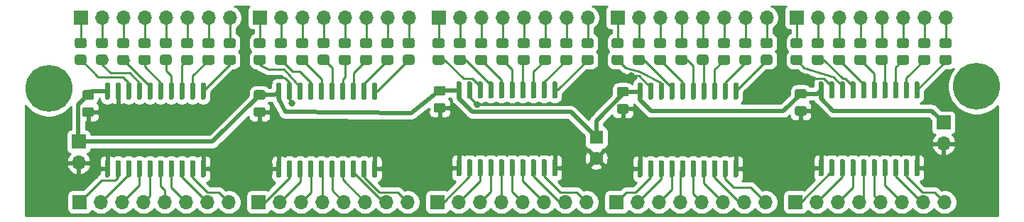
<source format=gtl>
G04 #@! TF.GenerationSoftware,KiCad,Pcbnew,(5.1.8)-1*
G04 #@! TF.CreationDate,2021-04-28T16:49:30+01:00*
G04 #@! TF.ProjectId,Altair buffer,416c7461-6972-4206-9275-666665722e6b,rev?*
G04 #@! TF.SameCoordinates,Original*
G04 #@! TF.FileFunction,Copper,L1,Top*
G04 #@! TF.FilePolarity,Positive*
%FSLAX46Y46*%
G04 Gerber Fmt 4.6, Leading zero omitted, Abs format (unit mm)*
G04 Created by KiCad (PCBNEW (5.1.8)-1) date 2021-04-28 16:49:30*
%MOMM*%
%LPD*%
G01*
G04 APERTURE LIST*
G04 #@! TA.AperFunction,ComponentPad*
%ADD10O,1.700000X1.700000*%
G04 #@! TD*
G04 #@! TA.AperFunction,ComponentPad*
%ADD11R,1.700000X1.700000*%
G04 #@! TD*
G04 #@! TA.AperFunction,ComponentPad*
%ADD12C,5.600000*%
G04 #@! TD*
G04 #@! TA.AperFunction,ComponentPad*
%ADD13C,1.600000*%
G04 #@! TD*
G04 #@! TA.AperFunction,ComponentPad*
%ADD14R,1.600000X1.600000*%
G04 #@! TD*
G04 #@! TA.AperFunction,ViaPad*
%ADD15C,0.800000*%
G04 #@! TD*
G04 #@! TA.AperFunction,Conductor*
%ADD16C,0.250000*%
G04 #@! TD*
G04 #@! TA.AperFunction,Conductor*
%ADD17C,0.500000*%
G04 #@! TD*
G04 #@! TA.AperFunction,Conductor*
%ADD18C,0.254000*%
G04 #@! TD*
G04 #@! TA.AperFunction,Conductor*
%ADD19C,0.100000*%
G04 #@! TD*
G04 APERTURE END LIST*
D10*
X116586000Y-83185000D03*
X114046000Y-83185000D03*
X111506000Y-83185000D03*
X108966000Y-83185000D03*
X106426000Y-83185000D03*
X103886000Y-83185000D03*
X101346000Y-83185000D03*
D11*
X98806000Y-83185000D03*
D10*
X137922000Y-83185000D03*
X135382000Y-83185000D03*
X132842000Y-83185000D03*
X130302000Y-83185000D03*
X127762000Y-83185000D03*
X125222000Y-83185000D03*
X122682000Y-83185000D03*
D11*
X120142000Y-83185000D03*
D10*
X95250000Y-83185000D03*
X92710000Y-83185000D03*
X90170000Y-83185000D03*
X87630000Y-83185000D03*
X85090000Y-83185000D03*
X82550000Y-83185000D03*
X80010000Y-83185000D03*
D11*
X77470000Y-83185000D03*
D10*
X73914000Y-83185000D03*
X71374000Y-83185000D03*
X68834000Y-83185000D03*
X66294000Y-83185000D03*
X63754000Y-83185000D03*
X61214000Y-83185000D03*
X58674000Y-83185000D03*
D11*
X56134000Y-83185000D03*
D10*
X159258000Y-83185000D03*
X156718000Y-83185000D03*
X154178000Y-83185000D03*
X151638000Y-83185000D03*
X149098000Y-83185000D03*
X146558000Y-83185000D03*
X144018000Y-83185000D03*
D11*
X141478000Y-83185000D03*
D12*
X162941000Y-91440000D03*
X52324000Y-91694000D03*
D10*
X55880000Y-100584000D03*
D11*
X55880000Y-98044000D03*
D10*
X159004000Y-98298000D03*
D11*
X159004000Y-95758000D03*
G04 #@! TA.AperFunction,SMDPad,CuDef*
G36*
G01*
X144549000Y-92895000D02*
X144249000Y-92895000D01*
G75*
G02*
X144099000Y-92745000I0J150000D01*
G01*
X144099000Y-90995000D01*
G75*
G02*
X144249000Y-90845000I150000J0D01*
G01*
X144549000Y-90845000D01*
G75*
G02*
X144699000Y-90995000I0J-150000D01*
G01*
X144699000Y-92745000D01*
G75*
G02*
X144549000Y-92895000I-150000J0D01*
G01*
G37*
G04 #@! TD.AperFunction*
G04 #@! TA.AperFunction,SMDPad,CuDef*
G36*
G01*
X145819000Y-92895000D02*
X145519000Y-92895000D01*
G75*
G02*
X145369000Y-92745000I0J150000D01*
G01*
X145369000Y-90995000D01*
G75*
G02*
X145519000Y-90845000I150000J0D01*
G01*
X145819000Y-90845000D01*
G75*
G02*
X145969000Y-90995000I0J-150000D01*
G01*
X145969000Y-92745000D01*
G75*
G02*
X145819000Y-92895000I-150000J0D01*
G01*
G37*
G04 #@! TD.AperFunction*
G04 #@! TA.AperFunction,SMDPad,CuDef*
G36*
G01*
X147089000Y-92895000D02*
X146789000Y-92895000D01*
G75*
G02*
X146639000Y-92745000I0J150000D01*
G01*
X146639000Y-90995000D01*
G75*
G02*
X146789000Y-90845000I150000J0D01*
G01*
X147089000Y-90845000D01*
G75*
G02*
X147239000Y-90995000I0J-150000D01*
G01*
X147239000Y-92745000D01*
G75*
G02*
X147089000Y-92895000I-150000J0D01*
G01*
G37*
G04 #@! TD.AperFunction*
G04 #@! TA.AperFunction,SMDPad,CuDef*
G36*
G01*
X148359000Y-92895000D02*
X148059000Y-92895000D01*
G75*
G02*
X147909000Y-92745000I0J150000D01*
G01*
X147909000Y-90995000D01*
G75*
G02*
X148059000Y-90845000I150000J0D01*
G01*
X148359000Y-90845000D01*
G75*
G02*
X148509000Y-90995000I0J-150000D01*
G01*
X148509000Y-92745000D01*
G75*
G02*
X148359000Y-92895000I-150000J0D01*
G01*
G37*
G04 #@! TD.AperFunction*
G04 #@! TA.AperFunction,SMDPad,CuDef*
G36*
G01*
X149629000Y-92895000D02*
X149329000Y-92895000D01*
G75*
G02*
X149179000Y-92745000I0J150000D01*
G01*
X149179000Y-90995000D01*
G75*
G02*
X149329000Y-90845000I150000J0D01*
G01*
X149629000Y-90845000D01*
G75*
G02*
X149779000Y-90995000I0J-150000D01*
G01*
X149779000Y-92745000D01*
G75*
G02*
X149629000Y-92895000I-150000J0D01*
G01*
G37*
G04 #@! TD.AperFunction*
G04 #@! TA.AperFunction,SMDPad,CuDef*
G36*
G01*
X150899000Y-92895000D02*
X150599000Y-92895000D01*
G75*
G02*
X150449000Y-92745000I0J150000D01*
G01*
X150449000Y-90995000D01*
G75*
G02*
X150599000Y-90845000I150000J0D01*
G01*
X150899000Y-90845000D01*
G75*
G02*
X151049000Y-90995000I0J-150000D01*
G01*
X151049000Y-92745000D01*
G75*
G02*
X150899000Y-92895000I-150000J0D01*
G01*
G37*
G04 #@! TD.AperFunction*
G04 #@! TA.AperFunction,SMDPad,CuDef*
G36*
G01*
X152169000Y-92895000D02*
X151869000Y-92895000D01*
G75*
G02*
X151719000Y-92745000I0J150000D01*
G01*
X151719000Y-90995000D01*
G75*
G02*
X151869000Y-90845000I150000J0D01*
G01*
X152169000Y-90845000D01*
G75*
G02*
X152319000Y-90995000I0J-150000D01*
G01*
X152319000Y-92745000D01*
G75*
G02*
X152169000Y-92895000I-150000J0D01*
G01*
G37*
G04 #@! TD.AperFunction*
G04 #@! TA.AperFunction,SMDPad,CuDef*
G36*
G01*
X153439000Y-92895000D02*
X153139000Y-92895000D01*
G75*
G02*
X152989000Y-92745000I0J150000D01*
G01*
X152989000Y-90995000D01*
G75*
G02*
X153139000Y-90845000I150000J0D01*
G01*
X153439000Y-90845000D01*
G75*
G02*
X153589000Y-90995000I0J-150000D01*
G01*
X153589000Y-92745000D01*
G75*
G02*
X153439000Y-92895000I-150000J0D01*
G01*
G37*
G04 #@! TD.AperFunction*
G04 #@! TA.AperFunction,SMDPad,CuDef*
G36*
G01*
X154709000Y-92895000D02*
X154409000Y-92895000D01*
G75*
G02*
X154259000Y-92745000I0J150000D01*
G01*
X154259000Y-90995000D01*
G75*
G02*
X154409000Y-90845000I150000J0D01*
G01*
X154709000Y-90845000D01*
G75*
G02*
X154859000Y-90995000I0J-150000D01*
G01*
X154859000Y-92745000D01*
G75*
G02*
X154709000Y-92895000I-150000J0D01*
G01*
G37*
G04 #@! TD.AperFunction*
G04 #@! TA.AperFunction,SMDPad,CuDef*
G36*
G01*
X155979000Y-92895000D02*
X155679000Y-92895000D01*
G75*
G02*
X155529000Y-92745000I0J150000D01*
G01*
X155529000Y-90995000D01*
G75*
G02*
X155679000Y-90845000I150000J0D01*
G01*
X155979000Y-90845000D01*
G75*
G02*
X156129000Y-90995000I0J-150000D01*
G01*
X156129000Y-92745000D01*
G75*
G02*
X155979000Y-92895000I-150000J0D01*
G01*
G37*
G04 #@! TD.AperFunction*
G04 #@! TA.AperFunction,SMDPad,CuDef*
G36*
G01*
X155979000Y-102195000D02*
X155679000Y-102195000D01*
G75*
G02*
X155529000Y-102045000I0J150000D01*
G01*
X155529000Y-100295000D01*
G75*
G02*
X155679000Y-100145000I150000J0D01*
G01*
X155979000Y-100145000D01*
G75*
G02*
X156129000Y-100295000I0J-150000D01*
G01*
X156129000Y-102045000D01*
G75*
G02*
X155979000Y-102195000I-150000J0D01*
G01*
G37*
G04 #@! TD.AperFunction*
G04 #@! TA.AperFunction,SMDPad,CuDef*
G36*
G01*
X154709000Y-102195000D02*
X154409000Y-102195000D01*
G75*
G02*
X154259000Y-102045000I0J150000D01*
G01*
X154259000Y-100295000D01*
G75*
G02*
X154409000Y-100145000I150000J0D01*
G01*
X154709000Y-100145000D01*
G75*
G02*
X154859000Y-100295000I0J-150000D01*
G01*
X154859000Y-102045000D01*
G75*
G02*
X154709000Y-102195000I-150000J0D01*
G01*
G37*
G04 #@! TD.AperFunction*
G04 #@! TA.AperFunction,SMDPad,CuDef*
G36*
G01*
X153439000Y-102195000D02*
X153139000Y-102195000D01*
G75*
G02*
X152989000Y-102045000I0J150000D01*
G01*
X152989000Y-100295000D01*
G75*
G02*
X153139000Y-100145000I150000J0D01*
G01*
X153439000Y-100145000D01*
G75*
G02*
X153589000Y-100295000I0J-150000D01*
G01*
X153589000Y-102045000D01*
G75*
G02*
X153439000Y-102195000I-150000J0D01*
G01*
G37*
G04 #@! TD.AperFunction*
G04 #@! TA.AperFunction,SMDPad,CuDef*
G36*
G01*
X152169000Y-102195000D02*
X151869000Y-102195000D01*
G75*
G02*
X151719000Y-102045000I0J150000D01*
G01*
X151719000Y-100295000D01*
G75*
G02*
X151869000Y-100145000I150000J0D01*
G01*
X152169000Y-100145000D01*
G75*
G02*
X152319000Y-100295000I0J-150000D01*
G01*
X152319000Y-102045000D01*
G75*
G02*
X152169000Y-102195000I-150000J0D01*
G01*
G37*
G04 #@! TD.AperFunction*
G04 #@! TA.AperFunction,SMDPad,CuDef*
G36*
G01*
X150899000Y-102195000D02*
X150599000Y-102195000D01*
G75*
G02*
X150449000Y-102045000I0J150000D01*
G01*
X150449000Y-100295000D01*
G75*
G02*
X150599000Y-100145000I150000J0D01*
G01*
X150899000Y-100145000D01*
G75*
G02*
X151049000Y-100295000I0J-150000D01*
G01*
X151049000Y-102045000D01*
G75*
G02*
X150899000Y-102195000I-150000J0D01*
G01*
G37*
G04 #@! TD.AperFunction*
G04 #@! TA.AperFunction,SMDPad,CuDef*
G36*
G01*
X149629000Y-102195000D02*
X149329000Y-102195000D01*
G75*
G02*
X149179000Y-102045000I0J150000D01*
G01*
X149179000Y-100295000D01*
G75*
G02*
X149329000Y-100145000I150000J0D01*
G01*
X149629000Y-100145000D01*
G75*
G02*
X149779000Y-100295000I0J-150000D01*
G01*
X149779000Y-102045000D01*
G75*
G02*
X149629000Y-102195000I-150000J0D01*
G01*
G37*
G04 #@! TD.AperFunction*
G04 #@! TA.AperFunction,SMDPad,CuDef*
G36*
G01*
X148359000Y-102195000D02*
X148059000Y-102195000D01*
G75*
G02*
X147909000Y-102045000I0J150000D01*
G01*
X147909000Y-100295000D01*
G75*
G02*
X148059000Y-100145000I150000J0D01*
G01*
X148359000Y-100145000D01*
G75*
G02*
X148509000Y-100295000I0J-150000D01*
G01*
X148509000Y-102045000D01*
G75*
G02*
X148359000Y-102195000I-150000J0D01*
G01*
G37*
G04 #@! TD.AperFunction*
G04 #@! TA.AperFunction,SMDPad,CuDef*
G36*
G01*
X147089000Y-102195000D02*
X146789000Y-102195000D01*
G75*
G02*
X146639000Y-102045000I0J150000D01*
G01*
X146639000Y-100295000D01*
G75*
G02*
X146789000Y-100145000I150000J0D01*
G01*
X147089000Y-100145000D01*
G75*
G02*
X147239000Y-100295000I0J-150000D01*
G01*
X147239000Y-102045000D01*
G75*
G02*
X147089000Y-102195000I-150000J0D01*
G01*
G37*
G04 #@! TD.AperFunction*
G04 #@! TA.AperFunction,SMDPad,CuDef*
G36*
G01*
X145819000Y-102195000D02*
X145519000Y-102195000D01*
G75*
G02*
X145369000Y-102045000I0J150000D01*
G01*
X145369000Y-100295000D01*
G75*
G02*
X145519000Y-100145000I150000J0D01*
G01*
X145819000Y-100145000D01*
G75*
G02*
X145969000Y-100295000I0J-150000D01*
G01*
X145969000Y-102045000D01*
G75*
G02*
X145819000Y-102195000I-150000J0D01*
G01*
G37*
G04 #@! TD.AperFunction*
G04 #@! TA.AperFunction,SMDPad,CuDef*
G36*
G01*
X144549000Y-102195000D02*
X144249000Y-102195000D01*
G75*
G02*
X144099000Y-102045000I0J150000D01*
G01*
X144099000Y-100295000D01*
G75*
G02*
X144249000Y-100145000I150000J0D01*
G01*
X144549000Y-100145000D01*
G75*
G02*
X144699000Y-100295000I0J-150000D01*
G01*
X144699000Y-102045000D01*
G75*
G02*
X144549000Y-102195000I-150000J0D01*
G01*
G37*
G04 #@! TD.AperFunction*
G04 #@! TA.AperFunction,SMDPad,CuDef*
G36*
G01*
X122959000Y-93022000D02*
X122659000Y-93022000D01*
G75*
G02*
X122509000Y-92872000I0J150000D01*
G01*
X122509000Y-91122000D01*
G75*
G02*
X122659000Y-90972000I150000J0D01*
G01*
X122959000Y-90972000D01*
G75*
G02*
X123109000Y-91122000I0J-150000D01*
G01*
X123109000Y-92872000D01*
G75*
G02*
X122959000Y-93022000I-150000J0D01*
G01*
G37*
G04 #@! TD.AperFunction*
G04 #@! TA.AperFunction,SMDPad,CuDef*
G36*
G01*
X124229000Y-93022000D02*
X123929000Y-93022000D01*
G75*
G02*
X123779000Y-92872000I0J150000D01*
G01*
X123779000Y-91122000D01*
G75*
G02*
X123929000Y-90972000I150000J0D01*
G01*
X124229000Y-90972000D01*
G75*
G02*
X124379000Y-91122000I0J-150000D01*
G01*
X124379000Y-92872000D01*
G75*
G02*
X124229000Y-93022000I-150000J0D01*
G01*
G37*
G04 #@! TD.AperFunction*
G04 #@! TA.AperFunction,SMDPad,CuDef*
G36*
G01*
X125499000Y-93022000D02*
X125199000Y-93022000D01*
G75*
G02*
X125049000Y-92872000I0J150000D01*
G01*
X125049000Y-91122000D01*
G75*
G02*
X125199000Y-90972000I150000J0D01*
G01*
X125499000Y-90972000D01*
G75*
G02*
X125649000Y-91122000I0J-150000D01*
G01*
X125649000Y-92872000D01*
G75*
G02*
X125499000Y-93022000I-150000J0D01*
G01*
G37*
G04 #@! TD.AperFunction*
G04 #@! TA.AperFunction,SMDPad,CuDef*
G36*
G01*
X126769000Y-93022000D02*
X126469000Y-93022000D01*
G75*
G02*
X126319000Y-92872000I0J150000D01*
G01*
X126319000Y-91122000D01*
G75*
G02*
X126469000Y-90972000I150000J0D01*
G01*
X126769000Y-90972000D01*
G75*
G02*
X126919000Y-91122000I0J-150000D01*
G01*
X126919000Y-92872000D01*
G75*
G02*
X126769000Y-93022000I-150000J0D01*
G01*
G37*
G04 #@! TD.AperFunction*
G04 #@! TA.AperFunction,SMDPad,CuDef*
G36*
G01*
X128039000Y-93022000D02*
X127739000Y-93022000D01*
G75*
G02*
X127589000Y-92872000I0J150000D01*
G01*
X127589000Y-91122000D01*
G75*
G02*
X127739000Y-90972000I150000J0D01*
G01*
X128039000Y-90972000D01*
G75*
G02*
X128189000Y-91122000I0J-150000D01*
G01*
X128189000Y-92872000D01*
G75*
G02*
X128039000Y-93022000I-150000J0D01*
G01*
G37*
G04 #@! TD.AperFunction*
G04 #@! TA.AperFunction,SMDPad,CuDef*
G36*
G01*
X129309000Y-93022000D02*
X129009000Y-93022000D01*
G75*
G02*
X128859000Y-92872000I0J150000D01*
G01*
X128859000Y-91122000D01*
G75*
G02*
X129009000Y-90972000I150000J0D01*
G01*
X129309000Y-90972000D01*
G75*
G02*
X129459000Y-91122000I0J-150000D01*
G01*
X129459000Y-92872000D01*
G75*
G02*
X129309000Y-93022000I-150000J0D01*
G01*
G37*
G04 #@! TD.AperFunction*
G04 #@! TA.AperFunction,SMDPad,CuDef*
G36*
G01*
X130579000Y-93022000D02*
X130279000Y-93022000D01*
G75*
G02*
X130129000Y-92872000I0J150000D01*
G01*
X130129000Y-91122000D01*
G75*
G02*
X130279000Y-90972000I150000J0D01*
G01*
X130579000Y-90972000D01*
G75*
G02*
X130729000Y-91122000I0J-150000D01*
G01*
X130729000Y-92872000D01*
G75*
G02*
X130579000Y-93022000I-150000J0D01*
G01*
G37*
G04 #@! TD.AperFunction*
G04 #@! TA.AperFunction,SMDPad,CuDef*
G36*
G01*
X131849000Y-93022000D02*
X131549000Y-93022000D01*
G75*
G02*
X131399000Y-92872000I0J150000D01*
G01*
X131399000Y-91122000D01*
G75*
G02*
X131549000Y-90972000I150000J0D01*
G01*
X131849000Y-90972000D01*
G75*
G02*
X131999000Y-91122000I0J-150000D01*
G01*
X131999000Y-92872000D01*
G75*
G02*
X131849000Y-93022000I-150000J0D01*
G01*
G37*
G04 #@! TD.AperFunction*
G04 #@! TA.AperFunction,SMDPad,CuDef*
G36*
G01*
X133119000Y-93022000D02*
X132819000Y-93022000D01*
G75*
G02*
X132669000Y-92872000I0J150000D01*
G01*
X132669000Y-91122000D01*
G75*
G02*
X132819000Y-90972000I150000J0D01*
G01*
X133119000Y-90972000D01*
G75*
G02*
X133269000Y-91122000I0J-150000D01*
G01*
X133269000Y-92872000D01*
G75*
G02*
X133119000Y-93022000I-150000J0D01*
G01*
G37*
G04 #@! TD.AperFunction*
G04 #@! TA.AperFunction,SMDPad,CuDef*
G36*
G01*
X134389000Y-93022000D02*
X134089000Y-93022000D01*
G75*
G02*
X133939000Y-92872000I0J150000D01*
G01*
X133939000Y-91122000D01*
G75*
G02*
X134089000Y-90972000I150000J0D01*
G01*
X134389000Y-90972000D01*
G75*
G02*
X134539000Y-91122000I0J-150000D01*
G01*
X134539000Y-92872000D01*
G75*
G02*
X134389000Y-93022000I-150000J0D01*
G01*
G37*
G04 #@! TD.AperFunction*
G04 #@! TA.AperFunction,SMDPad,CuDef*
G36*
G01*
X134389000Y-102322000D02*
X134089000Y-102322000D01*
G75*
G02*
X133939000Y-102172000I0J150000D01*
G01*
X133939000Y-100422000D01*
G75*
G02*
X134089000Y-100272000I150000J0D01*
G01*
X134389000Y-100272000D01*
G75*
G02*
X134539000Y-100422000I0J-150000D01*
G01*
X134539000Y-102172000D01*
G75*
G02*
X134389000Y-102322000I-150000J0D01*
G01*
G37*
G04 #@! TD.AperFunction*
G04 #@! TA.AperFunction,SMDPad,CuDef*
G36*
G01*
X133119000Y-102322000D02*
X132819000Y-102322000D01*
G75*
G02*
X132669000Y-102172000I0J150000D01*
G01*
X132669000Y-100422000D01*
G75*
G02*
X132819000Y-100272000I150000J0D01*
G01*
X133119000Y-100272000D01*
G75*
G02*
X133269000Y-100422000I0J-150000D01*
G01*
X133269000Y-102172000D01*
G75*
G02*
X133119000Y-102322000I-150000J0D01*
G01*
G37*
G04 #@! TD.AperFunction*
G04 #@! TA.AperFunction,SMDPad,CuDef*
G36*
G01*
X131849000Y-102322000D02*
X131549000Y-102322000D01*
G75*
G02*
X131399000Y-102172000I0J150000D01*
G01*
X131399000Y-100422000D01*
G75*
G02*
X131549000Y-100272000I150000J0D01*
G01*
X131849000Y-100272000D01*
G75*
G02*
X131999000Y-100422000I0J-150000D01*
G01*
X131999000Y-102172000D01*
G75*
G02*
X131849000Y-102322000I-150000J0D01*
G01*
G37*
G04 #@! TD.AperFunction*
G04 #@! TA.AperFunction,SMDPad,CuDef*
G36*
G01*
X130579000Y-102322000D02*
X130279000Y-102322000D01*
G75*
G02*
X130129000Y-102172000I0J150000D01*
G01*
X130129000Y-100422000D01*
G75*
G02*
X130279000Y-100272000I150000J0D01*
G01*
X130579000Y-100272000D01*
G75*
G02*
X130729000Y-100422000I0J-150000D01*
G01*
X130729000Y-102172000D01*
G75*
G02*
X130579000Y-102322000I-150000J0D01*
G01*
G37*
G04 #@! TD.AperFunction*
G04 #@! TA.AperFunction,SMDPad,CuDef*
G36*
G01*
X129309000Y-102322000D02*
X129009000Y-102322000D01*
G75*
G02*
X128859000Y-102172000I0J150000D01*
G01*
X128859000Y-100422000D01*
G75*
G02*
X129009000Y-100272000I150000J0D01*
G01*
X129309000Y-100272000D01*
G75*
G02*
X129459000Y-100422000I0J-150000D01*
G01*
X129459000Y-102172000D01*
G75*
G02*
X129309000Y-102322000I-150000J0D01*
G01*
G37*
G04 #@! TD.AperFunction*
G04 #@! TA.AperFunction,SMDPad,CuDef*
G36*
G01*
X128039000Y-102322000D02*
X127739000Y-102322000D01*
G75*
G02*
X127589000Y-102172000I0J150000D01*
G01*
X127589000Y-100422000D01*
G75*
G02*
X127739000Y-100272000I150000J0D01*
G01*
X128039000Y-100272000D01*
G75*
G02*
X128189000Y-100422000I0J-150000D01*
G01*
X128189000Y-102172000D01*
G75*
G02*
X128039000Y-102322000I-150000J0D01*
G01*
G37*
G04 #@! TD.AperFunction*
G04 #@! TA.AperFunction,SMDPad,CuDef*
G36*
G01*
X126769000Y-102322000D02*
X126469000Y-102322000D01*
G75*
G02*
X126319000Y-102172000I0J150000D01*
G01*
X126319000Y-100422000D01*
G75*
G02*
X126469000Y-100272000I150000J0D01*
G01*
X126769000Y-100272000D01*
G75*
G02*
X126919000Y-100422000I0J-150000D01*
G01*
X126919000Y-102172000D01*
G75*
G02*
X126769000Y-102322000I-150000J0D01*
G01*
G37*
G04 #@! TD.AperFunction*
G04 #@! TA.AperFunction,SMDPad,CuDef*
G36*
G01*
X125499000Y-102322000D02*
X125199000Y-102322000D01*
G75*
G02*
X125049000Y-102172000I0J150000D01*
G01*
X125049000Y-100422000D01*
G75*
G02*
X125199000Y-100272000I150000J0D01*
G01*
X125499000Y-100272000D01*
G75*
G02*
X125649000Y-100422000I0J-150000D01*
G01*
X125649000Y-102172000D01*
G75*
G02*
X125499000Y-102322000I-150000J0D01*
G01*
G37*
G04 #@! TD.AperFunction*
G04 #@! TA.AperFunction,SMDPad,CuDef*
G36*
G01*
X124229000Y-102322000D02*
X123929000Y-102322000D01*
G75*
G02*
X123779000Y-102172000I0J150000D01*
G01*
X123779000Y-100422000D01*
G75*
G02*
X123929000Y-100272000I150000J0D01*
G01*
X124229000Y-100272000D01*
G75*
G02*
X124379000Y-100422000I0J-150000D01*
G01*
X124379000Y-102172000D01*
G75*
G02*
X124229000Y-102322000I-150000J0D01*
G01*
G37*
G04 #@! TD.AperFunction*
G04 #@! TA.AperFunction,SMDPad,CuDef*
G36*
G01*
X122959000Y-102322000D02*
X122659000Y-102322000D01*
G75*
G02*
X122509000Y-102172000I0J150000D01*
G01*
X122509000Y-100422000D01*
G75*
G02*
X122659000Y-100272000I150000J0D01*
G01*
X122959000Y-100272000D01*
G75*
G02*
X123109000Y-100422000I0J-150000D01*
G01*
X123109000Y-102172000D01*
G75*
G02*
X122959000Y-102322000I-150000J0D01*
G01*
G37*
G04 #@! TD.AperFunction*
G04 #@! TA.AperFunction,SMDPad,CuDef*
G36*
G01*
X79906000Y-93022000D02*
X79606000Y-93022000D01*
G75*
G02*
X79456000Y-92872000I0J150000D01*
G01*
X79456000Y-91122000D01*
G75*
G02*
X79606000Y-90972000I150000J0D01*
G01*
X79906000Y-90972000D01*
G75*
G02*
X80056000Y-91122000I0J-150000D01*
G01*
X80056000Y-92872000D01*
G75*
G02*
X79906000Y-93022000I-150000J0D01*
G01*
G37*
G04 #@! TD.AperFunction*
G04 #@! TA.AperFunction,SMDPad,CuDef*
G36*
G01*
X81176000Y-93022000D02*
X80876000Y-93022000D01*
G75*
G02*
X80726000Y-92872000I0J150000D01*
G01*
X80726000Y-91122000D01*
G75*
G02*
X80876000Y-90972000I150000J0D01*
G01*
X81176000Y-90972000D01*
G75*
G02*
X81326000Y-91122000I0J-150000D01*
G01*
X81326000Y-92872000D01*
G75*
G02*
X81176000Y-93022000I-150000J0D01*
G01*
G37*
G04 #@! TD.AperFunction*
G04 #@! TA.AperFunction,SMDPad,CuDef*
G36*
G01*
X82446000Y-93022000D02*
X82146000Y-93022000D01*
G75*
G02*
X81996000Y-92872000I0J150000D01*
G01*
X81996000Y-91122000D01*
G75*
G02*
X82146000Y-90972000I150000J0D01*
G01*
X82446000Y-90972000D01*
G75*
G02*
X82596000Y-91122000I0J-150000D01*
G01*
X82596000Y-92872000D01*
G75*
G02*
X82446000Y-93022000I-150000J0D01*
G01*
G37*
G04 #@! TD.AperFunction*
G04 #@! TA.AperFunction,SMDPad,CuDef*
G36*
G01*
X83716000Y-93022000D02*
X83416000Y-93022000D01*
G75*
G02*
X83266000Y-92872000I0J150000D01*
G01*
X83266000Y-91122000D01*
G75*
G02*
X83416000Y-90972000I150000J0D01*
G01*
X83716000Y-90972000D01*
G75*
G02*
X83866000Y-91122000I0J-150000D01*
G01*
X83866000Y-92872000D01*
G75*
G02*
X83716000Y-93022000I-150000J0D01*
G01*
G37*
G04 #@! TD.AperFunction*
G04 #@! TA.AperFunction,SMDPad,CuDef*
G36*
G01*
X84986000Y-93022000D02*
X84686000Y-93022000D01*
G75*
G02*
X84536000Y-92872000I0J150000D01*
G01*
X84536000Y-91122000D01*
G75*
G02*
X84686000Y-90972000I150000J0D01*
G01*
X84986000Y-90972000D01*
G75*
G02*
X85136000Y-91122000I0J-150000D01*
G01*
X85136000Y-92872000D01*
G75*
G02*
X84986000Y-93022000I-150000J0D01*
G01*
G37*
G04 #@! TD.AperFunction*
G04 #@! TA.AperFunction,SMDPad,CuDef*
G36*
G01*
X86256000Y-93022000D02*
X85956000Y-93022000D01*
G75*
G02*
X85806000Y-92872000I0J150000D01*
G01*
X85806000Y-91122000D01*
G75*
G02*
X85956000Y-90972000I150000J0D01*
G01*
X86256000Y-90972000D01*
G75*
G02*
X86406000Y-91122000I0J-150000D01*
G01*
X86406000Y-92872000D01*
G75*
G02*
X86256000Y-93022000I-150000J0D01*
G01*
G37*
G04 #@! TD.AperFunction*
G04 #@! TA.AperFunction,SMDPad,CuDef*
G36*
G01*
X87526000Y-93022000D02*
X87226000Y-93022000D01*
G75*
G02*
X87076000Y-92872000I0J150000D01*
G01*
X87076000Y-91122000D01*
G75*
G02*
X87226000Y-90972000I150000J0D01*
G01*
X87526000Y-90972000D01*
G75*
G02*
X87676000Y-91122000I0J-150000D01*
G01*
X87676000Y-92872000D01*
G75*
G02*
X87526000Y-93022000I-150000J0D01*
G01*
G37*
G04 #@! TD.AperFunction*
G04 #@! TA.AperFunction,SMDPad,CuDef*
G36*
G01*
X88796000Y-93022000D02*
X88496000Y-93022000D01*
G75*
G02*
X88346000Y-92872000I0J150000D01*
G01*
X88346000Y-91122000D01*
G75*
G02*
X88496000Y-90972000I150000J0D01*
G01*
X88796000Y-90972000D01*
G75*
G02*
X88946000Y-91122000I0J-150000D01*
G01*
X88946000Y-92872000D01*
G75*
G02*
X88796000Y-93022000I-150000J0D01*
G01*
G37*
G04 #@! TD.AperFunction*
G04 #@! TA.AperFunction,SMDPad,CuDef*
G36*
G01*
X90066000Y-93022000D02*
X89766000Y-93022000D01*
G75*
G02*
X89616000Y-92872000I0J150000D01*
G01*
X89616000Y-91122000D01*
G75*
G02*
X89766000Y-90972000I150000J0D01*
G01*
X90066000Y-90972000D01*
G75*
G02*
X90216000Y-91122000I0J-150000D01*
G01*
X90216000Y-92872000D01*
G75*
G02*
X90066000Y-93022000I-150000J0D01*
G01*
G37*
G04 #@! TD.AperFunction*
G04 #@! TA.AperFunction,SMDPad,CuDef*
G36*
G01*
X91336000Y-93022000D02*
X91036000Y-93022000D01*
G75*
G02*
X90886000Y-92872000I0J150000D01*
G01*
X90886000Y-91122000D01*
G75*
G02*
X91036000Y-90972000I150000J0D01*
G01*
X91336000Y-90972000D01*
G75*
G02*
X91486000Y-91122000I0J-150000D01*
G01*
X91486000Y-92872000D01*
G75*
G02*
X91336000Y-93022000I-150000J0D01*
G01*
G37*
G04 #@! TD.AperFunction*
G04 #@! TA.AperFunction,SMDPad,CuDef*
G36*
G01*
X91336000Y-102322000D02*
X91036000Y-102322000D01*
G75*
G02*
X90886000Y-102172000I0J150000D01*
G01*
X90886000Y-100422000D01*
G75*
G02*
X91036000Y-100272000I150000J0D01*
G01*
X91336000Y-100272000D01*
G75*
G02*
X91486000Y-100422000I0J-150000D01*
G01*
X91486000Y-102172000D01*
G75*
G02*
X91336000Y-102322000I-150000J0D01*
G01*
G37*
G04 #@! TD.AperFunction*
G04 #@! TA.AperFunction,SMDPad,CuDef*
G36*
G01*
X90066000Y-102322000D02*
X89766000Y-102322000D01*
G75*
G02*
X89616000Y-102172000I0J150000D01*
G01*
X89616000Y-100422000D01*
G75*
G02*
X89766000Y-100272000I150000J0D01*
G01*
X90066000Y-100272000D01*
G75*
G02*
X90216000Y-100422000I0J-150000D01*
G01*
X90216000Y-102172000D01*
G75*
G02*
X90066000Y-102322000I-150000J0D01*
G01*
G37*
G04 #@! TD.AperFunction*
G04 #@! TA.AperFunction,SMDPad,CuDef*
G36*
G01*
X88796000Y-102322000D02*
X88496000Y-102322000D01*
G75*
G02*
X88346000Y-102172000I0J150000D01*
G01*
X88346000Y-100422000D01*
G75*
G02*
X88496000Y-100272000I150000J0D01*
G01*
X88796000Y-100272000D01*
G75*
G02*
X88946000Y-100422000I0J-150000D01*
G01*
X88946000Y-102172000D01*
G75*
G02*
X88796000Y-102322000I-150000J0D01*
G01*
G37*
G04 #@! TD.AperFunction*
G04 #@! TA.AperFunction,SMDPad,CuDef*
G36*
G01*
X87526000Y-102322000D02*
X87226000Y-102322000D01*
G75*
G02*
X87076000Y-102172000I0J150000D01*
G01*
X87076000Y-100422000D01*
G75*
G02*
X87226000Y-100272000I150000J0D01*
G01*
X87526000Y-100272000D01*
G75*
G02*
X87676000Y-100422000I0J-150000D01*
G01*
X87676000Y-102172000D01*
G75*
G02*
X87526000Y-102322000I-150000J0D01*
G01*
G37*
G04 #@! TD.AperFunction*
G04 #@! TA.AperFunction,SMDPad,CuDef*
G36*
G01*
X86256000Y-102322000D02*
X85956000Y-102322000D01*
G75*
G02*
X85806000Y-102172000I0J150000D01*
G01*
X85806000Y-100422000D01*
G75*
G02*
X85956000Y-100272000I150000J0D01*
G01*
X86256000Y-100272000D01*
G75*
G02*
X86406000Y-100422000I0J-150000D01*
G01*
X86406000Y-102172000D01*
G75*
G02*
X86256000Y-102322000I-150000J0D01*
G01*
G37*
G04 #@! TD.AperFunction*
G04 #@! TA.AperFunction,SMDPad,CuDef*
G36*
G01*
X84986000Y-102322000D02*
X84686000Y-102322000D01*
G75*
G02*
X84536000Y-102172000I0J150000D01*
G01*
X84536000Y-100422000D01*
G75*
G02*
X84686000Y-100272000I150000J0D01*
G01*
X84986000Y-100272000D01*
G75*
G02*
X85136000Y-100422000I0J-150000D01*
G01*
X85136000Y-102172000D01*
G75*
G02*
X84986000Y-102322000I-150000J0D01*
G01*
G37*
G04 #@! TD.AperFunction*
G04 #@! TA.AperFunction,SMDPad,CuDef*
G36*
G01*
X83716000Y-102322000D02*
X83416000Y-102322000D01*
G75*
G02*
X83266000Y-102172000I0J150000D01*
G01*
X83266000Y-100422000D01*
G75*
G02*
X83416000Y-100272000I150000J0D01*
G01*
X83716000Y-100272000D01*
G75*
G02*
X83866000Y-100422000I0J-150000D01*
G01*
X83866000Y-102172000D01*
G75*
G02*
X83716000Y-102322000I-150000J0D01*
G01*
G37*
G04 #@! TD.AperFunction*
G04 #@! TA.AperFunction,SMDPad,CuDef*
G36*
G01*
X82446000Y-102322000D02*
X82146000Y-102322000D01*
G75*
G02*
X81996000Y-102172000I0J150000D01*
G01*
X81996000Y-100422000D01*
G75*
G02*
X82146000Y-100272000I150000J0D01*
G01*
X82446000Y-100272000D01*
G75*
G02*
X82596000Y-100422000I0J-150000D01*
G01*
X82596000Y-102172000D01*
G75*
G02*
X82446000Y-102322000I-150000J0D01*
G01*
G37*
G04 #@! TD.AperFunction*
G04 #@! TA.AperFunction,SMDPad,CuDef*
G36*
G01*
X81176000Y-102322000D02*
X80876000Y-102322000D01*
G75*
G02*
X80726000Y-102172000I0J150000D01*
G01*
X80726000Y-100422000D01*
G75*
G02*
X80876000Y-100272000I150000J0D01*
G01*
X81176000Y-100272000D01*
G75*
G02*
X81326000Y-100422000I0J-150000D01*
G01*
X81326000Y-102172000D01*
G75*
G02*
X81176000Y-102322000I-150000J0D01*
G01*
G37*
G04 #@! TD.AperFunction*
G04 #@! TA.AperFunction,SMDPad,CuDef*
G36*
G01*
X79906000Y-102322000D02*
X79606000Y-102322000D01*
G75*
G02*
X79456000Y-102172000I0J150000D01*
G01*
X79456000Y-100422000D01*
G75*
G02*
X79606000Y-100272000I150000J0D01*
G01*
X79906000Y-100272000D01*
G75*
G02*
X80056000Y-100422000I0J-150000D01*
G01*
X80056000Y-102172000D01*
G75*
G02*
X79906000Y-102322000I-150000J0D01*
G01*
G37*
G04 #@! TD.AperFunction*
G04 #@! TA.AperFunction,SMDPad,CuDef*
G36*
G01*
X101369000Y-92895000D02*
X101069000Y-92895000D01*
G75*
G02*
X100919000Y-92745000I0J150000D01*
G01*
X100919000Y-90995000D01*
G75*
G02*
X101069000Y-90845000I150000J0D01*
G01*
X101369000Y-90845000D01*
G75*
G02*
X101519000Y-90995000I0J-150000D01*
G01*
X101519000Y-92745000D01*
G75*
G02*
X101369000Y-92895000I-150000J0D01*
G01*
G37*
G04 #@! TD.AperFunction*
G04 #@! TA.AperFunction,SMDPad,CuDef*
G36*
G01*
X102639000Y-92895000D02*
X102339000Y-92895000D01*
G75*
G02*
X102189000Y-92745000I0J150000D01*
G01*
X102189000Y-90995000D01*
G75*
G02*
X102339000Y-90845000I150000J0D01*
G01*
X102639000Y-90845000D01*
G75*
G02*
X102789000Y-90995000I0J-150000D01*
G01*
X102789000Y-92745000D01*
G75*
G02*
X102639000Y-92895000I-150000J0D01*
G01*
G37*
G04 #@! TD.AperFunction*
G04 #@! TA.AperFunction,SMDPad,CuDef*
G36*
G01*
X103909000Y-92895000D02*
X103609000Y-92895000D01*
G75*
G02*
X103459000Y-92745000I0J150000D01*
G01*
X103459000Y-90995000D01*
G75*
G02*
X103609000Y-90845000I150000J0D01*
G01*
X103909000Y-90845000D01*
G75*
G02*
X104059000Y-90995000I0J-150000D01*
G01*
X104059000Y-92745000D01*
G75*
G02*
X103909000Y-92895000I-150000J0D01*
G01*
G37*
G04 #@! TD.AperFunction*
G04 #@! TA.AperFunction,SMDPad,CuDef*
G36*
G01*
X105179000Y-92895000D02*
X104879000Y-92895000D01*
G75*
G02*
X104729000Y-92745000I0J150000D01*
G01*
X104729000Y-90995000D01*
G75*
G02*
X104879000Y-90845000I150000J0D01*
G01*
X105179000Y-90845000D01*
G75*
G02*
X105329000Y-90995000I0J-150000D01*
G01*
X105329000Y-92745000D01*
G75*
G02*
X105179000Y-92895000I-150000J0D01*
G01*
G37*
G04 #@! TD.AperFunction*
G04 #@! TA.AperFunction,SMDPad,CuDef*
G36*
G01*
X106449000Y-92895000D02*
X106149000Y-92895000D01*
G75*
G02*
X105999000Y-92745000I0J150000D01*
G01*
X105999000Y-90995000D01*
G75*
G02*
X106149000Y-90845000I150000J0D01*
G01*
X106449000Y-90845000D01*
G75*
G02*
X106599000Y-90995000I0J-150000D01*
G01*
X106599000Y-92745000D01*
G75*
G02*
X106449000Y-92895000I-150000J0D01*
G01*
G37*
G04 #@! TD.AperFunction*
G04 #@! TA.AperFunction,SMDPad,CuDef*
G36*
G01*
X107719000Y-92895000D02*
X107419000Y-92895000D01*
G75*
G02*
X107269000Y-92745000I0J150000D01*
G01*
X107269000Y-90995000D01*
G75*
G02*
X107419000Y-90845000I150000J0D01*
G01*
X107719000Y-90845000D01*
G75*
G02*
X107869000Y-90995000I0J-150000D01*
G01*
X107869000Y-92745000D01*
G75*
G02*
X107719000Y-92895000I-150000J0D01*
G01*
G37*
G04 #@! TD.AperFunction*
G04 #@! TA.AperFunction,SMDPad,CuDef*
G36*
G01*
X108989000Y-92895000D02*
X108689000Y-92895000D01*
G75*
G02*
X108539000Y-92745000I0J150000D01*
G01*
X108539000Y-90995000D01*
G75*
G02*
X108689000Y-90845000I150000J0D01*
G01*
X108989000Y-90845000D01*
G75*
G02*
X109139000Y-90995000I0J-150000D01*
G01*
X109139000Y-92745000D01*
G75*
G02*
X108989000Y-92895000I-150000J0D01*
G01*
G37*
G04 #@! TD.AperFunction*
G04 #@! TA.AperFunction,SMDPad,CuDef*
G36*
G01*
X110259000Y-92895000D02*
X109959000Y-92895000D01*
G75*
G02*
X109809000Y-92745000I0J150000D01*
G01*
X109809000Y-90995000D01*
G75*
G02*
X109959000Y-90845000I150000J0D01*
G01*
X110259000Y-90845000D01*
G75*
G02*
X110409000Y-90995000I0J-150000D01*
G01*
X110409000Y-92745000D01*
G75*
G02*
X110259000Y-92895000I-150000J0D01*
G01*
G37*
G04 #@! TD.AperFunction*
G04 #@! TA.AperFunction,SMDPad,CuDef*
G36*
G01*
X111529000Y-92895000D02*
X111229000Y-92895000D01*
G75*
G02*
X111079000Y-92745000I0J150000D01*
G01*
X111079000Y-90995000D01*
G75*
G02*
X111229000Y-90845000I150000J0D01*
G01*
X111529000Y-90845000D01*
G75*
G02*
X111679000Y-90995000I0J-150000D01*
G01*
X111679000Y-92745000D01*
G75*
G02*
X111529000Y-92895000I-150000J0D01*
G01*
G37*
G04 #@! TD.AperFunction*
G04 #@! TA.AperFunction,SMDPad,CuDef*
G36*
G01*
X112799000Y-92895000D02*
X112499000Y-92895000D01*
G75*
G02*
X112349000Y-92745000I0J150000D01*
G01*
X112349000Y-90995000D01*
G75*
G02*
X112499000Y-90845000I150000J0D01*
G01*
X112799000Y-90845000D01*
G75*
G02*
X112949000Y-90995000I0J-150000D01*
G01*
X112949000Y-92745000D01*
G75*
G02*
X112799000Y-92895000I-150000J0D01*
G01*
G37*
G04 #@! TD.AperFunction*
G04 #@! TA.AperFunction,SMDPad,CuDef*
G36*
G01*
X112799000Y-102195000D02*
X112499000Y-102195000D01*
G75*
G02*
X112349000Y-102045000I0J150000D01*
G01*
X112349000Y-100295000D01*
G75*
G02*
X112499000Y-100145000I150000J0D01*
G01*
X112799000Y-100145000D01*
G75*
G02*
X112949000Y-100295000I0J-150000D01*
G01*
X112949000Y-102045000D01*
G75*
G02*
X112799000Y-102195000I-150000J0D01*
G01*
G37*
G04 #@! TD.AperFunction*
G04 #@! TA.AperFunction,SMDPad,CuDef*
G36*
G01*
X111529000Y-102195000D02*
X111229000Y-102195000D01*
G75*
G02*
X111079000Y-102045000I0J150000D01*
G01*
X111079000Y-100295000D01*
G75*
G02*
X111229000Y-100145000I150000J0D01*
G01*
X111529000Y-100145000D01*
G75*
G02*
X111679000Y-100295000I0J-150000D01*
G01*
X111679000Y-102045000D01*
G75*
G02*
X111529000Y-102195000I-150000J0D01*
G01*
G37*
G04 #@! TD.AperFunction*
G04 #@! TA.AperFunction,SMDPad,CuDef*
G36*
G01*
X110259000Y-102195000D02*
X109959000Y-102195000D01*
G75*
G02*
X109809000Y-102045000I0J150000D01*
G01*
X109809000Y-100295000D01*
G75*
G02*
X109959000Y-100145000I150000J0D01*
G01*
X110259000Y-100145000D01*
G75*
G02*
X110409000Y-100295000I0J-150000D01*
G01*
X110409000Y-102045000D01*
G75*
G02*
X110259000Y-102195000I-150000J0D01*
G01*
G37*
G04 #@! TD.AperFunction*
G04 #@! TA.AperFunction,SMDPad,CuDef*
G36*
G01*
X108989000Y-102195000D02*
X108689000Y-102195000D01*
G75*
G02*
X108539000Y-102045000I0J150000D01*
G01*
X108539000Y-100295000D01*
G75*
G02*
X108689000Y-100145000I150000J0D01*
G01*
X108989000Y-100145000D01*
G75*
G02*
X109139000Y-100295000I0J-150000D01*
G01*
X109139000Y-102045000D01*
G75*
G02*
X108989000Y-102195000I-150000J0D01*
G01*
G37*
G04 #@! TD.AperFunction*
G04 #@! TA.AperFunction,SMDPad,CuDef*
G36*
G01*
X107719000Y-102195000D02*
X107419000Y-102195000D01*
G75*
G02*
X107269000Y-102045000I0J150000D01*
G01*
X107269000Y-100295000D01*
G75*
G02*
X107419000Y-100145000I150000J0D01*
G01*
X107719000Y-100145000D01*
G75*
G02*
X107869000Y-100295000I0J-150000D01*
G01*
X107869000Y-102045000D01*
G75*
G02*
X107719000Y-102195000I-150000J0D01*
G01*
G37*
G04 #@! TD.AperFunction*
G04 #@! TA.AperFunction,SMDPad,CuDef*
G36*
G01*
X106449000Y-102195000D02*
X106149000Y-102195000D01*
G75*
G02*
X105999000Y-102045000I0J150000D01*
G01*
X105999000Y-100295000D01*
G75*
G02*
X106149000Y-100145000I150000J0D01*
G01*
X106449000Y-100145000D01*
G75*
G02*
X106599000Y-100295000I0J-150000D01*
G01*
X106599000Y-102045000D01*
G75*
G02*
X106449000Y-102195000I-150000J0D01*
G01*
G37*
G04 #@! TD.AperFunction*
G04 #@! TA.AperFunction,SMDPad,CuDef*
G36*
G01*
X105179000Y-102195000D02*
X104879000Y-102195000D01*
G75*
G02*
X104729000Y-102045000I0J150000D01*
G01*
X104729000Y-100295000D01*
G75*
G02*
X104879000Y-100145000I150000J0D01*
G01*
X105179000Y-100145000D01*
G75*
G02*
X105329000Y-100295000I0J-150000D01*
G01*
X105329000Y-102045000D01*
G75*
G02*
X105179000Y-102195000I-150000J0D01*
G01*
G37*
G04 #@! TD.AperFunction*
G04 #@! TA.AperFunction,SMDPad,CuDef*
G36*
G01*
X103909000Y-102195000D02*
X103609000Y-102195000D01*
G75*
G02*
X103459000Y-102045000I0J150000D01*
G01*
X103459000Y-100295000D01*
G75*
G02*
X103609000Y-100145000I150000J0D01*
G01*
X103909000Y-100145000D01*
G75*
G02*
X104059000Y-100295000I0J-150000D01*
G01*
X104059000Y-102045000D01*
G75*
G02*
X103909000Y-102195000I-150000J0D01*
G01*
G37*
G04 #@! TD.AperFunction*
G04 #@! TA.AperFunction,SMDPad,CuDef*
G36*
G01*
X102639000Y-102195000D02*
X102339000Y-102195000D01*
G75*
G02*
X102189000Y-102045000I0J150000D01*
G01*
X102189000Y-100295000D01*
G75*
G02*
X102339000Y-100145000I150000J0D01*
G01*
X102639000Y-100145000D01*
G75*
G02*
X102789000Y-100295000I0J-150000D01*
G01*
X102789000Y-102045000D01*
G75*
G02*
X102639000Y-102195000I-150000J0D01*
G01*
G37*
G04 #@! TD.AperFunction*
G04 #@! TA.AperFunction,SMDPad,CuDef*
G36*
G01*
X101369000Y-102195000D02*
X101069000Y-102195000D01*
G75*
G02*
X100919000Y-102045000I0J150000D01*
G01*
X100919000Y-100295000D01*
G75*
G02*
X101069000Y-100145000I150000J0D01*
G01*
X101369000Y-100145000D01*
G75*
G02*
X101519000Y-100295000I0J-150000D01*
G01*
X101519000Y-102045000D01*
G75*
G02*
X101369000Y-102195000I-150000J0D01*
G01*
G37*
G04 #@! TD.AperFunction*
G04 #@! TA.AperFunction,SMDPad,CuDef*
G36*
G01*
X59459000Y-93022000D02*
X59159000Y-93022000D01*
G75*
G02*
X59009000Y-92872000I0J150000D01*
G01*
X59009000Y-91122000D01*
G75*
G02*
X59159000Y-90972000I150000J0D01*
G01*
X59459000Y-90972000D01*
G75*
G02*
X59609000Y-91122000I0J-150000D01*
G01*
X59609000Y-92872000D01*
G75*
G02*
X59459000Y-93022000I-150000J0D01*
G01*
G37*
G04 #@! TD.AperFunction*
G04 #@! TA.AperFunction,SMDPad,CuDef*
G36*
G01*
X60729000Y-93022000D02*
X60429000Y-93022000D01*
G75*
G02*
X60279000Y-92872000I0J150000D01*
G01*
X60279000Y-91122000D01*
G75*
G02*
X60429000Y-90972000I150000J0D01*
G01*
X60729000Y-90972000D01*
G75*
G02*
X60879000Y-91122000I0J-150000D01*
G01*
X60879000Y-92872000D01*
G75*
G02*
X60729000Y-93022000I-150000J0D01*
G01*
G37*
G04 #@! TD.AperFunction*
G04 #@! TA.AperFunction,SMDPad,CuDef*
G36*
G01*
X61999000Y-93022000D02*
X61699000Y-93022000D01*
G75*
G02*
X61549000Y-92872000I0J150000D01*
G01*
X61549000Y-91122000D01*
G75*
G02*
X61699000Y-90972000I150000J0D01*
G01*
X61999000Y-90972000D01*
G75*
G02*
X62149000Y-91122000I0J-150000D01*
G01*
X62149000Y-92872000D01*
G75*
G02*
X61999000Y-93022000I-150000J0D01*
G01*
G37*
G04 #@! TD.AperFunction*
G04 #@! TA.AperFunction,SMDPad,CuDef*
G36*
G01*
X63269000Y-93022000D02*
X62969000Y-93022000D01*
G75*
G02*
X62819000Y-92872000I0J150000D01*
G01*
X62819000Y-91122000D01*
G75*
G02*
X62969000Y-90972000I150000J0D01*
G01*
X63269000Y-90972000D01*
G75*
G02*
X63419000Y-91122000I0J-150000D01*
G01*
X63419000Y-92872000D01*
G75*
G02*
X63269000Y-93022000I-150000J0D01*
G01*
G37*
G04 #@! TD.AperFunction*
G04 #@! TA.AperFunction,SMDPad,CuDef*
G36*
G01*
X64539000Y-93022000D02*
X64239000Y-93022000D01*
G75*
G02*
X64089000Y-92872000I0J150000D01*
G01*
X64089000Y-91122000D01*
G75*
G02*
X64239000Y-90972000I150000J0D01*
G01*
X64539000Y-90972000D01*
G75*
G02*
X64689000Y-91122000I0J-150000D01*
G01*
X64689000Y-92872000D01*
G75*
G02*
X64539000Y-93022000I-150000J0D01*
G01*
G37*
G04 #@! TD.AperFunction*
G04 #@! TA.AperFunction,SMDPad,CuDef*
G36*
G01*
X65809000Y-93022000D02*
X65509000Y-93022000D01*
G75*
G02*
X65359000Y-92872000I0J150000D01*
G01*
X65359000Y-91122000D01*
G75*
G02*
X65509000Y-90972000I150000J0D01*
G01*
X65809000Y-90972000D01*
G75*
G02*
X65959000Y-91122000I0J-150000D01*
G01*
X65959000Y-92872000D01*
G75*
G02*
X65809000Y-93022000I-150000J0D01*
G01*
G37*
G04 #@! TD.AperFunction*
G04 #@! TA.AperFunction,SMDPad,CuDef*
G36*
G01*
X67079000Y-93022000D02*
X66779000Y-93022000D01*
G75*
G02*
X66629000Y-92872000I0J150000D01*
G01*
X66629000Y-91122000D01*
G75*
G02*
X66779000Y-90972000I150000J0D01*
G01*
X67079000Y-90972000D01*
G75*
G02*
X67229000Y-91122000I0J-150000D01*
G01*
X67229000Y-92872000D01*
G75*
G02*
X67079000Y-93022000I-150000J0D01*
G01*
G37*
G04 #@! TD.AperFunction*
G04 #@! TA.AperFunction,SMDPad,CuDef*
G36*
G01*
X68349000Y-93022000D02*
X68049000Y-93022000D01*
G75*
G02*
X67899000Y-92872000I0J150000D01*
G01*
X67899000Y-91122000D01*
G75*
G02*
X68049000Y-90972000I150000J0D01*
G01*
X68349000Y-90972000D01*
G75*
G02*
X68499000Y-91122000I0J-150000D01*
G01*
X68499000Y-92872000D01*
G75*
G02*
X68349000Y-93022000I-150000J0D01*
G01*
G37*
G04 #@! TD.AperFunction*
G04 #@! TA.AperFunction,SMDPad,CuDef*
G36*
G01*
X69619000Y-93022000D02*
X69319000Y-93022000D01*
G75*
G02*
X69169000Y-92872000I0J150000D01*
G01*
X69169000Y-91122000D01*
G75*
G02*
X69319000Y-90972000I150000J0D01*
G01*
X69619000Y-90972000D01*
G75*
G02*
X69769000Y-91122000I0J-150000D01*
G01*
X69769000Y-92872000D01*
G75*
G02*
X69619000Y-93022000I-150000J0D01*
G01*
G37*
G04 #@! TD.AperFunction*
G04 #@! TA.AperFunction,SMDPad,CuDef*
G36*
G01*
X70889000Y-93022000D02*
X70589000Y-93022000D01*
G75*
G02*
X70439000Y-92872000I0J150000D01*
G01*
X70439000Y-91122000D01*
G75*
G02*
X70589000Y-90972000I150000J0D01*
G01*
X70889000Y-90972000D01*
G75*
G02*
X71039000Y-91122000I0J-150000D01*
G01*
X71039000Y-92872000D01*
G75*
G02*
X70889000Y-93022000I-150000J0D01*
G01*
G37*
G04 #@! TD.AperFunction*
G04 #@! TA.AperFunction,SMDPad,CuDef*
G36*
G01*
X70889000Y-102322000D02*
X70589000Y-102322000D01*
G75*
G02*
X70439000Y-102172000I0J150000D01*
G01*
X70439000Y-100422000D01*
G75*
G02*
X70589000Y-100272000I150000J0D01*
G01*
X70889000Y-100272000D01*
G75*
G02*
X71039000Y-100422000I0J-150000D01*
G01*
X71039000Y-102172000D01*
G75*
G02*
X70889000Y-102322000I-150000J0D01*
G01*
G37*
G04 #@! TD.AperFunction*
G04 #@! TA.AperFunction,SMDPad,CuDef*
G36*
G01*
X69619000Y-102322000D02*
X69319000Y-102322000D01*
G75*
G02*
X69169000Y-102172000I0J150000D01*
G01*
X69169000Y-100422000D01*
G75*
G02*
X69319000Y-100272000I150000J0D01*
G01*
X69619000Y-100272000D01*
G75*
G02*
X69769000Y-100422000I0J-150000D01*
G01*
X69769000Y-102172000D01*
G75*
G02*
X69619000Y-102322000I-150000J0D01*
G01*
G37*
G04 #@! TD.AperFunction*
G04 #@! TA.AperFunction,SMDPad,CuDef*
G36*
G01*
X68349000Y-102322000D02*
X68049000Y-102322000D01*
G75*
G02*
X67899000Y-102172000I0J150000D01*
G01*
X67899000Y-100422000D01*
G75*
G02*
X68049000Y-100272000I150000J0D01*
G01*
X68349000Y-100272000D01*
G75*
G02*
X68499000Y-100422000I0J-150000D01*
G01*
X68499000Y-102172000D01*
G75*
G02*
X68349000Y-102322000I-150000J0D01*
G01*
G37*
G04 #@! TD.AperFunction*
G04 #@! TA.AperFunction,SMDPad,CuDef*
G36*
G01*
X67079000Y-102322000D02*
X66779000Y-102322000D01*
G75*
G02*
X66629000Y-102172000I0J150000D01*
G01*
X66629000Y-100422000D01*
G75*
G02*
X66779000Y-100272000I150000J0D01*
G01*
X67079000Y-100272000D01*
G75*
G02*
X67229000Y-100422000I0J-150000D01*
G01*
X67229000Y-102172000D01*
G75*
G02*
X67079000Y-102322000I-150000J0D01*
G01*
G37*
G04 #@! TD.AperFunction*
G04 #@! TA.AperFunction,SMDPad,CuDef*
G36*
G01*
X65809000Y-102322000D02*
X65509000Y-102322000D01*
G75*
G02*
X65359000Y-102172000I0J150000D01*
G01*
X65359000Y-100422000D01*
G75*
G02*
X65509000Y-100272000I150000J0D01*
G01*
X65809000Y-100272000D01*
G75*
G02*
X65959000Y-100422000I0J-150000D01*
G01*
X65959000Y-102172000D01*
G75*
G02*
X65809000Y-102322000I-150000J0D01*
G01*
G37*
G04 #@! TD.AperFunction*
G04 #@! TA.AperFunction,SMDPad,CuDef*
G36*
G01*
X64539000Y-102322000D02*
X64239000Y-102322000D01*
G75*
G02*
X64089000Y-102172000I0J150000D01*
G01*
X64089000Y-100422000D01*
G75*
G02*
X64239000Y-100272000I150000J0D01*
G01*
X64539000Y-100272000D01*
G75*
G02*
X64689000Y-100422000I0J-150000D01*
G01*
X64689000Y-102172000D01*
G75*
G02*
X64539000Y-102322000I-150000J0D01*
G01*
G37*
G04 #@! TD.AperFunction*
G04 #@! TA.AperFunction,SMDPad,CuDef*
G36*
G01*
X63269000Y-102322000D02*
X62969000Y-102322000D01*
G75*
G02*
X62819000Y-102172000I0J150000D01*
G01*
X62819000Y-100422000D01*
G75*
G02*
X62969000Y-100272000I150000J0D01*
G01*
X63269000Y-100272000D01*
G75*
G02*
X63419000Y-100422000I0J-150000D01*
G01*
X63419000Y-102172000D01*
G75*
G02*
X63269000Y-102322000I-150000J0D01*
G01*
G37*
G04 #@! TD.AperFunction*
G04 #@! TA.AperFunction,SMDPad,CuDef*
G36*
G01*
X61999000Y-102322000D02*
X61699000Y-102322000D01*
G75*
G02*
X61549000Y-102172000I0J150000D01*
G01*
X61549000Y-100422000D01*
G75*
G02*
X61699000Y-100272000I150000J0D01*
G01*
X61999000Y-100272000D01*
G75*
G02*
X62149000Y-100422000I0J-150000D01*
G01*
X62149000Y-102172000D01*
G75*
G02*
X61999000Y-102322000I-150000J0D01*
G01*
G37*
G04 #@! TD.AperFunction*
G04 #@! TA.AperFunction,SMDPad,CuDef*
G36*
G01*
X60729000Y-102322000D02*
X60429000Y-102322000D01*
G75*
G02*
X60279000Y-102172000I0J150000D01*
G01*
X60279000Y-100422000D01*
G75*
G02*
X60429000Y-100272000I150000J0D01*
G01*
X60729000Y-100272000D01*
G75*
G02*
X60879000Y-100422000I0J-150000D01*
G01*
X60879000Y-102172000D01*
G75*
G02*
X60729000Y-102322000I-150000J0D01*
G01*
G37*
G04 #@! TD.AperFunction*
G04 #@! TA.AperFunction,SMDPad,CuDef*
G36*
G01*
X59459000Y-102322000D02*
X59159000Y-102322000D01*
G75*
G02*
X59009000Y-102172000I0J150000D01*
G01*
X59009000Y-100422000D01*
G75*
G02*
X59159000Y-100272000I150000J0D01*
G01*
X59459000Y-100272000D01*
G75*
G02*
X59609000Y-100422000I0J-150000D01*
G01*
X59609000Y-102172000D01*
G75*
G02*
X59459000Y-102322000I-150000J0D01*
G01*
G37*
G04 #@! TD.AperFunction*
G04 #@! TA.AperFunction,SMDPad,CuDef*
G36*
G01*
X158807999Y-87649000D02*
X159708001Y-87649000D01*
G75*
G02*
X159958000Y-87898999I0J-249999D01*
G01*
X159958000Y-88599001D01*
G75*
G02*
X159708001Y-88849000I-249999J0D01*
G01*
X158807999Y-88849000D01*
G75*
G02*
X158558000Y-88599001I0J249999D01*
G01*
X158558000Y-87898999D01*
G75*
G02*
X158807999Y-87649000I249999J0D01*
G01*
G37*
G04 #@! TD.AperFunction*
G04 #@! TA.AperFunction,SMDPad,CuDef*
G36*
G01*
X158807999Y-85649000D02*
X159708001Y-85649000D01*
G75*
G02*
X159958000Y-85898999I0J-249999D01*
G01*
X159958000Y-86599001D01*
G75*
G02*
X159708001Y-86849000I-249999J0D01*
G01*
X158807999Y-86849000D01*
G75*
G02*
X158558000Y-86599001I0J249999D01*
G01*
X158558000Y-85898999D01*
G75*
G02*
X158807999Y-85649000I249999J0D01*
G01*
G37*
G04 #@! TD.AperFunction*
G04 #@! TA.AperFunction,SMDPad,CuDef*
G36*
G01*
X156267999Y-87649000D02*
X157168001Y-87649000D01*
G75*
G02*
X157418000Y-87898999I0J-249999D01*
G01*
X157418000Y-88599001D01*
G75*
G02*
X157168001Y-88849000I-249999J0D01*
G01*
X156267999Y-88849000D01*
G75*
G02*
X156018000Y-88599001I0J249999D01*
G01*
X156018000Y-87898999D01*
G75*
G02*
X156267999Y-87649000I249999J0D01*
G01*
G37*
G04 #@! TD.AperFunction*
G04 #@! TA.AperFunction,SMDPad,CuDef*
G36*
G01*
X156267999Y-85649000D02*
X157168001Y-85649000D01*
G75*
G02*
X157418000Y-85898999I0J-249999D01*
G01*
X157418000Y-86599001D01*
G75*
G02*
X157168001Y-86849000I-249999J0D01*
G01*
X156267999Y-86849000D01*
G75*
G02*
X156018000Y-86599001I0J249999D01*
G01*
X156018000Y-85898999D01*
G75*
G02*
X156267999Y-85649000I249999J0D01*
G01*
G37*
G04 #@! TD.AperFunction*
G04 #@! TA.AperFunction,SMDPad,CuDef*
G36*
G01*
X153727999Y-87649000D02*
X154628001Y-87649000D01*
G75*
G02*
X154878000Y-87898999I0J-249999D01*
G01*
X154878000Y-88599001D01*
G75*
G02*
X154628001Y-88849000I-249999J0D01*
G01*
X153727999Y-88849000D01*
G75*
G02*
X153478000Y-88599001I0J249999D01*
G01*
X153478000Y-87898999D01*
G75*
G02*
X153727999Y-87649000I249999J0D01*
G01*
G37*
G04 #@! TD.AperFunction*
G04 #@! TA.AperFunction,SMDPad,CuDef*
G36*
G01*
X153727999Y-85649000D02*
X154628001Y-85649000D01*
G75*
G02*
X154878000Y-85898999I0J-249999D01*
G01*
X154878000Y-86599001D01*
G75*
G02*
X154628001Y-86849000I-249999J0D01*
G01*
X153727999Y-86849000D01*
G75*
G02*
X153478000Y-86599001I0J249999D01*
G01*
X153478000Y-85898999D01*
G75*
G02*
X153727999Y-85649000I249999J0D01*
G01*
G37*
G04 #@! TD.AperFunction*
G04 #@! TA.AperFunction,SMDPad,CuDef*
G36*
G01*
X151187999Y-87649000D02*
X152088001Y-87649000D01*
G75*
G02*
X152338000Y-87898999I0J-249999D01*
G01*
X152338000Y-88599001D01*
G75*
G02*
X152088001Y-88849000I-249999J0D01*
G01*
X151187999Y-88849000D01*
G75*
G02*
X150938000Y-88599001I0J249999D01*
G01*
X150938000Y-87898999D01*
G75*
G02*
X151187999Y-87649000I249999J0D01*
G01*
G37*
G04 #@! TD.AperFunction*
G04 #@! TA.AperFunction,SMDPad,CuDef*
G36*
G01*
X151187999Y-85649000D02*
X152088001Y-85649000D01*
G75*
G02*
X152338000Y-85898999I0J-249999D01*
G01*
X152338000Y-86599001D01*
G75*
G02*
X152088001Y-86849000I-249999J0D01*
G01*
X151187999Y-86849000D01*
G75*
G02*
X150938000Y-86599001I0J249999D01*
G01*
X150938000Y-85898999D01*
G75*
G02*
X151187999Y-85649000I249999J0D01*
G01*
G37*
G04 #@! TD.AperFunction*
G04 #@! TA.AperFunction,SMDPad,CuDef*
G36*
G01*
X148647999Y-87649000D02*
X149548001Y-87649000D01*
G75*
G02*
X149798000Y-87898999I0J-249999D01*
G01*
X149798000Y-88599001D01*
G75*
G02*
X149548001Y-88849000I-249999J0D01*
G01*
X148647999Y-88849000D01*
G75*
G02*
X148398000Y-88599001I0J249999D01*
G01*
X148398000Y-87898999D01*
G75*
G02*
X148647999Y-87649000I249999J0D01*
G01*
G37*
G04 #@! TD.AperFunction*
G04 #@! TA.AperFunction,SMDPad,CuDef*
G36*
G01*
X148647999Y-85649000D02*
X149548001Y-85649000D01*
G75*
G02*
X149798000Y-85898999I0J-249999D01*
G01*
X149798000Y-86599001D01*
G75*
G02*
X149548001Y-86849000I-249999J0D01*
G01*
X148647999Y-86849000D01*
G75*
G02*
X148398000Y-86599001I0J249999D01*
G01*
X148398000Y-85898999D01*
G75*
G02*
X148647999Y-85649000I249999J0D01*
G01*
G37*
G04 #@! TD.AperFunction*
G04 #@! TA.AperFunction,SMDPad,CuDef*
G36*
G01*
X146107999Y-87649000D02*
X147008001Y-87649000D01*
G75*
G02*
X147258000Y-87898999I0J-249999D01*
G01*
X147258000Y-88599001D01*
G75*
G02*
X147008001Y-88849000I-249999J0D01*
G01*
X146107999Y-88849000D01*
G75*
G02*
X145858000Y-88599001I0J249999D01*
G01*
X145858000Y-87898999D01*
G75*
G02*
X146107999Y-87649000I249999J0D01*
G01*
G37*
G04 #@! TD.AperFunction*
G04 #@! TA.AperFunction,SMDPad,CuDef*
G36*
G01*
X146107999Y-85649000D02*
X147008001Y-85649000D01*
G75*
G02*
X147258000Y-85898999I0J-249999D01*
G01*
X147258000Y-86599001D01*
G75*
G02*
X147008001Y-86849000I-249999J0D01*
G01*
X146107999Y-86849000D01*
G75*
G02*
X145858000Y-86599001I0J249999D01*
G01*
X145858000Y-85898999D01*
G75*
G02*
X146107999Y-85649000I249999J0D01*
G01*
G37*
G04 #@! TD.AperFunction*
G04 #@! TA.AperFunction,SMDPad,CuDef*
G36*
G01*
X143567999Y-87649000D02*
X144468001Y-87649000D01*
G75*
G02*
X144718000Y-87898999I0J-249999D01*
G01*
X144718000Y-88599001D01*
G75*
G02*
X144468001Y-88849000I-249999J0D01*
G01*
X143567999Y-88849000D01*
G75*
G02*
X143318000Y-88599001I0J249999D01*
G01*
X143318000Y-87898999D01*
G75*
G02*
X143567999Y-87649000I249999J0D01*
G01*
G37*
G04 #@! TD.AperFunction*
G04 #@! TA.AperFunction,SMDPad,CuDef*
G36*
G01*
X143567999Y-85649000D02*
X144468001Y-85649000D01*
G75*
G02*
X144718000Y-85898999I0J-249999D01*
G01*
X144718000Y-86599001D01*
G75*
G02*
X144468001Y-86849000I-249999J0D01*
G01*
X143567999Y-86849000D01*
G75*
G02*
X143318000Y-86599001I0J249999D01*
G01*
X143318000Y-85898999D01*
G75*
G02*
X143567999Y-85649000I249999J0D01*
G01*
G37*
G04 #@! TD.AperFunction*
G04 #@! TA.AperFunction,SMDPad,CuDef*
G36*
G01*
X141027999Y-87649000D02*
X141928001Y-87649000D01*
G75*
G02*
X142178000Y-87898999I0J-249999D01*
G01*
X142178000Y-88599001D01*
G75*
G02*
X141928001Y-88849000I-249999J0D01*
G01*
X141027999Y-88849000D01*
G75*
G02*
X140778000Y-88599001I0J249999D01*
G01*
X140778000Y-87898999D01*
G75*
G02*
X141027999Y-87649000I249999J0D01*
G01*
G37*
G04 #@! TD.AperFunction*
G04 #@! TA.AperFunction,SMDPad,CuDef*
G36*
G01*
X141027999Y-85649000D02*
X141928001Y-85649000D01*
G75*
G02*
X142178000Y-85898999I0J-249999D01*
G01*
X142178000Y-86599001D01*
G75*
G02*
X141928001Y-86849000I-249999J0D01*
G01*
X141027999Y-86849000D01*
G75*
G02*
X140778000Y-86599001I0J249999D01*
G01*
X140778000Y-85898999D01*
G75*
G02*
X141027999Y-85649000I249999J0D01*
G01*
G37*
G04 #@! TD.AperFunction*
G04 #@! TA.AperFunction,SMDPad,CuDef*
G36*
G01*
X137471999Y-87633000D02*
X138372001Y-87633000D01*
G75*
G02*
X138622000Y-87882999I0J-249999D01*
G01*
X138622000Y-88583001D01*
G75*
G02*
X138372001Y-88833000I-249999J0D01*
G01*
X137471999Y-88833000D01*
G75*
G02*
X137222000Y-88583001I0J249999D01*
G01*
X137222000Y-87882999D01*
G75*
G02*
X137471999Y-87633000I249999J0D01*
G01*
G37*
G04 #@! TD.AperFunction*
G04 #@! TA.AperFunction,SMDPad,CuDef*
G36*
G01*
X137471999Y-85633000D02*
X138372001Y-85633000D01*
G75*
G02*
X138622000Y-85882999I0J-249999D01*
G01*
X138622000Y-86583001D01*
G75*
G02*
X138372001Y-86833000I-249999J0D01*
G01*
X137471999Y-86833000D01*
G75*
G02*
X137222000Y-86583001I0J249999D01*
G01*
X137222000Y-85882999D01*
G75*
G02*
X137471999Y-85633000I249999J0D01*
G01*
G37*
G04 #@! TD.AperFunction*
G04 #@! TA.AperFunction,SMDPad,CuDef*
G36*
G01*
X134931999Y-87649000D02*
X135832001Y-87649000D01*
G75*
G02*
X136082000Y-87898999I0J-249999D01*
G01*
X136082000Y-88599001D01*
G75*
G02*
X135832001Y-88849000I-249999J0D01*
G01*
X134931999Y-88849000D01*
G75*
G02*
X134682000Y-88599001I0J249999D01*
G01*
X134682000Y-87898999D01*
G75*
G02*
X134931999Y-87649000I249999J0D01*
G01*
G37*
G04 #@! TD.AperFunction*
G04 #@! TA.AperFunction,SMDPad,CuDef*
G36*
G01*
X134931999Y-85649000D02*
X135832001Y-85649000D01*
G75*
G02*
X136082000Y-85898999I0J-249999D01*
G01*
X136082000Y-86599001D01*
G75*
G02*
X135832001Y-86849000I-249999J0D01*
G01*
X134931999Y-86849000D01*
G75*
G02*
X134682000Y-86599001I0J249999D01*
G01*
X134682000Y-85898999D01*
G75*
G02*
X134931999Y-85649000I249999J0D01*
G01*
G37*
G04 #@! TD.AperFunction*
G04 #@! TA.AperFunction,SMDPad,CuDef*
G36*
G01*
X132391999Y-87649000D02*
X133292001Y-87649000D01*
G75*
G02*
X133542000Y-87898999I0J-249999D01*
G01*
X133542000Y-88599001D01*
G75*
G02*
X133292001Y-88849000I-249999J0D01*
G01*
X132391999Y-88849000D01*
G75*
G02*
X132142000Y-88599001I0J249999D01*
G01*
X132142000Y-87898999D01*
G75*
G02*
X132391999Y-87649000I249999J0D01*
G01*
G37*
G04 #@! TD.AperFunction*
G04 #@! TA.AperFunction,SMDPad,CuDef*
G36*
G01*
X132391999Y-85649000D02*
X133292001Y-85649000D01*
G75*
G02*
X133542000Y-85898999I0J-249999D01*
G01*
X133542000Y-86599001D01*
G75*
G02*
X133292001Y-86849000I-249999J0D01*
G01*
X132391999Y-86849000D01*
G75*
G02*
X132142000Y-86599001I0J249999D01*
G01*
X132142000Y-85898999D01*
G75*
G02*
X132391999Y-85649000I249999J0D01*
G01*
G37*
G04 #@! TD.AperFunction*
G04 #@! TA.AperFunction,SMDPad,CuDef*
G36*
G01*
X129851999Y-87633000D02*
X130752001Y-87633000D01*
G75*
G02*
X131002000Y-87882999I0J-249999D01*
G01*
X131002000Y-88583001D01*
G75*
G02*
X130752001Y-88833000I-249999J0D01*
G01*
X129851999Y-88833000D01*
G75*
G02*
X129602000Y-88583001I0J249999D01*
G01*
X129602000Y-87882999D01*
G75*
G02*
X129851999Y-87633000I249999J0D01*
G01*
G37*
G04 #@! TD.AperFunction*
G04 #@! TA.AperFunction,SMDPad,CuDef*
G36*
G01*
X129851999Y-85633000D02*
X130752001Y-85633000D01*
G75*
G02*
X131002000Y-85882999I0J-249999D01*
G01*
X131002000Y-86583001D01*
G75*
G02*
X130752001Y-86833000I-249999J0D01*
G01*
X129851999Y-86833000D01*
G75*
G02*
X129602000Y-86583001I0J249999D01*
G01*
X129602000Y-85882999D01*
G75*
G02*
X129851999Y-85633000I249999J0D01*
G01*
G37*
G04 #@! TD.AperFunction*
G04 #@! TA.AperFunction,SMDPad,CuDef*
G36*
G01*
X127311999Y-87649000D02*
X128212001Y-87649000D01*
G75*
G02*
X128462000Y-87898999I0J-249999D01*
G01*
X128462000Y-88599001D01*
G75*
G02*
X128212001Y-88849000I-249999J0D01*
G01*
X127311999Y-88849000D01*
G75*
G02*
X127062000Y-88599001I0J249999D01*
G01*
X127062000Y-87898999D01*
G75*
G02*
X127311999Y-87649000I249999J0D01*
G01*
G37*
G04 #@! TD.AperFunction*
G04 #@! TA.AperFunction,SMDPad,CuDef*
G36*
G01*
X127311999Y-85649000D02*
X128212001Y-85649000D01*
G75*
G02*
X128462000Y-85898999I0J-249999D01*
G01*
X128462000Y-86599001D01*
G75*
G02*
X128212001Y-86849000I-249999J0D01*
G01*
X127311999Y-86849000D01*
G75*
G02*
X127062000Y-86599001I0J249999D01*
G01*
X127062000Y-85898999D01*
G75*
G02*
X127311999Y-85649000I249999J0D01*
G01*
G37*
G04 #@! TD.AperFunction*
G04 #@! TA.AperFunction,SMDPad,CuDef*
G36*
G01*
X124771999Y-87649000D02*
X125672001Y-87649000D01*
G75*
G02*
X125922000Y-87898999I0J-249999D01*
G01*
X125922000Y-88599001D01*
G75*
G02*
X125672001Y-88849000I-249999J0D01*
G01*
X124771999Y-88849000D01*
G75*
G02*
X124522000Y-88599001I0J249999D01*
G01*
X124522000Y-87898999D01*
G75*
G02*
X124771999Y-87649000I249999J0D01*
G01*
G37*
G04 #@! TD.AperFunction*
G04 #@! TA.AperFunction,SMDPad,CuDef*
G36*
G01*
X124771999Y-85649000D02*
X125672001Y-85649000D01*
G75*
G02*
X125922000Y-85898999I0J-249999D01*
G01*
X125922000Y-86599001D01*
G75*
G02*
X125672001Y-86849000I-249999J0D01*
G01*
X124771999Y-86849000D01*
G75*
G02*
X124522000Y-86599001I0J249999D01*
G01*
X124522000Y-85898999D01*
G75*
G02*
X124771999Y-85649000I249999J0D01*
G01*
G37*
G04 #@! TD.AperFunction*
G04 #@! TA.AperFunction,SMDPad,CuDef*
G36*
G01*
X122231999Y-87665000D02*
X123132001Y-87665000D01*
G75*
G02*
X123382000Y-87914999I0J-249999D01*
G01*
X123382000Y-88615001D01*
G75*
G02*
X123132001Y-88865000I-249999J0D01*
G01*
X122231999Y-88865000D01*
G75*
G02*
X121982000Y-88615001I0J249999D01*
G01*
X121982000Y-87914999D01*
G75*
G02*
X122231999Y-87665000I249999J0D01*
G01*
G37*
G04 #@! TD.AperFunction*
G04 #@! TA.AperFunction,SMDPad,CuDef*
G36*
G01*
X122231999Y-85665000D02*
X123132001Y-85665000D01*
G75*
G02*
X123382000Y-85914999I0J-249999D01*
G01*
X123382000Y-86615001D01*
G75*
G02*
X123132001Y-86865000I-249999J0D01*
G01*
X122231999Y-86865000D01*
G75*
G02*
X121982000Y-86615001I0J249999D01*
G01*
X121982000Y-85914999D01*
G75*
G02*
X122231999Y-85665000I249999J0D01*
G01*
G37*
G04 #@! TD.AperFunction*
G04 #@! TA.AperFunction,SMDPad,CuDef*
G36*
G01*
X119691999Y-87649000D02*
X120592001Y-87649000D01*
G75*
G02*
X120842000Y-87898999I0J-249999D01*
G01*
X120842000Y-88599001D01*
G75*
G02*
X120592001Y-88849000I-249999J0D01*
G01*
X119691999Y-88849000D01*
G75*
G02*
X119442000Y-88599001I0J249999D01*
G01*
X119442000Y-87898999D01*
G75*
G02*
X119691999Y-87649000I249999J0D01*
G01*
G37*
G04 #@! TD.AperFunction*
G04 #@! TA.AperFunction,SMDPad,CuDef*
G36*
G01*
X119691999Y-85649000D02*
X120592001Y-85649000D01*
G75*
G02*
X120842000Y-85898999I0J-249999D01*
G01*
X120842000Y-86599001D01*
G75*
G02*
X120592001Y-86849000I-249999J0D01*
G01*
X119691999Y-86849000D01*
G75*
G02*
X119442000Y-86599001I0J249999D01*
G01*
X119442000Y-85898999D01*
G75*
G02*
X119691999Y-85649000I249999J0D01*
G01*
G37*
G04 #@! TD.AperFunction*
G04 #@! TA.AperFunction,SMDPad,CuDef*
G36*
G01*
X94799999Y-87633000D02*
X95700001Y-87633000D01*
G75*
G02*
X95950000Y-87882999I0J-249999D01*
G01*
X95950000Y-88583001D01*
G75*
G02*
X95700001Y-88833000I-249999J0D01*
G01*
X94799999Y-88833000D01*
G75*
G02*
X94550000Y-88583001I0J249999D01*
G01*
X94550000Y-87882999D01*
G75*
G02*
X94799999Y-87633000I249999J0D01*
G01*
G37*
G04 #@! TD.AperFunction*
G04 #@! TA.AperFunction,SMDPad,CuDef*
G36*
G01*
X94799999Y-85633000D02*
X95700001Y-85633000D01*
G75*
G02*
X95950000Y-85882999I0J-249999D01*
G01*
X95950000Y-86583001D01*
G75*
G02*
X95700001Y-86833000I-249999J0D01*
G01*
X94799999Y-86833000D01*
G75*
G02*
X94550000Y-86583001I0J249999D01*
G01*
X94550000Y-85882999D01*
G75*
G02*
X94799999Y-85633000I249999J0D01*
G01*
G37*
G04 #@! TD.AperFunction*
G04 #@! TA.AperFunction,SMDPad,CuDef*
G36*
G01*
X92259999Y-87649000D02*
X93160001Y-87649000D01*
G75*
G02*
X93410000Y-87898999I0J-249999D01*
G01*
X93410000Y-88599001D01*
G75*
G02*
X93160001Y-88849000I-249999J0D01*
G01*
X92259999Y-88849000D01*
G75*
G02*
X92010000Y-88599001I0J249999D01*
G01*
X92010000Y-87898999D01*
G75*
G02*
X92259999Y-87649000I249999J0D01*
G01*
G37*
G04 #@! TD.AperFunction*
G04 #@! TA.AperFunction,SMDPad,CuDef*
G36*
G01*
X92259999Y-85649000D02*
X93160001Y-85649000D01*
G75*
G02*
X93410000Y-85898999I0J-249999D01*
G01*
X93410000Y-86599001D01*
G75*
G02*
X93160001Y-86849000I-249999J0D01*
G01*
X92259999Y-86849000D01*
G75*
G02*
X92010000Y-86599001I0J249999D01*
G01*
X92010000Y-85898999D01*
G75*
G02*
X92259999Y-85649000I249999J0D01*
G01*
G37*
G04 #@! TD.AperFunction*
G04 #@! TA.AperFunction,SMDPad,CuDef*
G36*
G01*
X89719999Y-87649000D02*
X90620001Y-87649000D01*
G75*
G02*
X90870000Y-87898999I0J-249999D01*
G01*
X90870000Y-88599001D01*
G75*
G02*
X90620001Y-88849000I-249999J0D01*
G01*
X89719999Y-88849000D01*
G75*
G02*
X89470000Y-88599001I0J249999D01*
G01*
X89470000Y-87898999D01*
G75*
G02*
X89719999Y-87649000I249999J0D01*
G01*
G37*
G04 #@! TD.AperFunction*
G04 #@! TA.AperFunction,SMDPad,CuDef*
G36*
G01*
X89719999Y-85649000D02*
X90620001Y-85649000D01*
G75*
G02*
X90870000Y-85898999I0J-249999D01*
G01*
X90870000Y-86599001D01*
G75*
G02*
X90620001Y-86849000I-249999J0D01*
G01*
X89719999Y-86849000D01*
G75*
G02*
X89470000Y-86599001I0J249999D01*
G01*
X89470000Y-85898999D01*
G75*
G02*
X89719999Y-85649000I249999J0D01*
G01*
G37*
G04 #@! TD.AperFunction*
G04 #@! TA.AperFunction,SMDPad,CuDef*
G36*
G01*
X87179999Y-87649000D02*
X88080001Y-87649000D01*
G75*
G02*
X88330000Y-87898999I0J-249999D01*
G01*
X88330000Y-88599001D01*
G75*
G02*
X88080001Y-88849000I-249999J0D01*
G01*
X87179999Y-88849000D01*
G75*
G02*
X86930000Y-88599001I0J249999D01*
G01*
X86930000Y-87898999D01*
G75*
G02*
X87179999Y-87649000I249999J0D01*
G01*
G37*
G04 #@! TD.AperFunction*
G04 #@! TA.AperFunction,SMDPad,CuDef*
G36*
G01*
X87179999Y-85649000D02*
X88080001Y-85649000D01*
G75*
G02*
X88330000Y-85898999I0J-249999D01*
G01*
X88330000Y-86599001D01*
G75*
G02*
X88080001Y-86849000I-249999J0D01*
G01*
X87179999Y-86849000D01*
G75*
G02*
X86930000Y-86599001I0J249999D01*
G01*
X86930000Y-85898999D01*
G75*
G02*
X87179999Y-85649000I249999J0D01*
G01*
G37*
G04 #@! TD.AperFunction*
G04 #@! TA.AperFunction,SMDPad,CuDef*
G36*
G01*
X84639999Y-87633000D02*
X85540001Y-87633000D01*
G75*
G02*
X85790000Y-87882999I0J-249999D01*
G01*
X85790000Y-88583001D01*
G75*
G02*
X85540001Y-88833000I-249999J0D01*
G01*
X84639999Y-88833000D01*
G75*
G02*
X84390000Y-88583001I0J249999D01*
G01*
X84390000Y-87882999D01*
G75*
G02*
X84639999Y-87633000I249999J0D01*
G01*
G37*
G04 #@! TD.AperFunction*
G04 #@! TA.AperFunction,SMDPad,CuDef*
G36*
G01*
X84639999Y-85633000D02*
X85540001Y-85633000D01*
G75*
G02*
X85790000Y-85882999I0J-249999D01*
G01*
X85790000Y-86583001D01*
G75*
G02*
X85540001Y-86833000I-249999J0D01*
G01*
X84639999Y-86833000D01*
G75*
G02*
X84390000Y-86583001I0J249999D01*
G01*
X84390000Y-85882999D01*
G75*
G02*
X84639999Y-85633000I249999J0D01*
G01*
G37*
G04 #@! TD.AperFunction*
G04 #@! TA.AperFunction,SMDPad,CuDef*
G36*
G01*
X82099999Y-87649000D02*
X83000001Y-87649000D01*
G75*
G02*
X83250000Y-87898999I0J-249999D01*
G01*
X83250000Y-88599001D01*
G75*
G02*
X83000001Y-88849000I-249999J0D01*
G01*
X82099999Y-88849000D01*
G75*
G02*
X81850000Y-88599001I0J249999D01*
G01*
X81850000Y-87898999D01*
G75*
G02*
X82099999Y-87649000I249999J0D01*
G01*
G37*
G04 #@! TD.AperFunction*
G04 #@! TA.AperFunction,SMDPad,CuDef*
G36*
G01*
X82099999Y-85649000D02*
X83000001Y-85649000D01*
G75*
G02*
X83250000Y-85898999I0J-249999D01*
G01*
X83250000Y-86599001D01*
G75*
G02*
X83000001Y-86849000I-249999J0D01*
G01*
X82099999Y-86849000D01*
G75*
G02*
X81850000Y-86599001I0J249999D01*
G01*
X81850000Y-85898999D01*
G75*
G02*
X82099999Y-85649000I249999J0D01*
G01*
G37*
G04 #@! TD.AperFunction*
G04 #@! TA.AperFunction,SMDPad,CuDef*
G36*
G01*
X79559999Y-87649000D02*
X80460001Y-87649000D01*
G75*
G02*
X80710000Y-87898999I0J-249999D01*
G01*
X80710000Y-88599001D01*
G75*
G02*
X80460001Y-88849000I-249999J0D01*
G01*
X79559999Y-88849000D01*
G75*
G02*
X79310000Y-88599001I0J249999D01*
G01*
X79310000Y-87898999D01*
G75*
G02*
X79559999Y-87649000I249999J0D01*
G01*
G37*
G04 #@! TD.AperFunction*
G04 #@! TA.AperFunction,SMDPad,CuDef*
G36*
G01*
X79559999Y-85649000D02*
X80460001Y-85649000D01*
G75*
G02*
X80710000Y-85898999I0J-249999D01*
G01*
X80710000Y-86599001D01*
G75*
G02*
X80460001Y-86849000I-249999J0D01*
G01*
X79559999Y-86849000D01*
G75*
G02*
X79310000Y-86599001I0J249999D01*
G01*
X79310000Y-85898999D01*
G75*
G02*
X79559999Y-85649000I249999J0D01*
G01*
G37*
G04 #@! TD.AperFunction*
G04 #@! TA.AperFunction,SMDPad,CuDef*
G36*
G01*
X77019999Y-87649000D02*
X77920001Y-87649000D01*
G75*
G02*
X78170000Y-87898999I0J-249999D01*
G01*
X78170000Y-88599001D01*
G75*
G02*
X77920001Y-88849000I-249999J0D01*
G01*
X77019999Y-88849000D01*
G75*
G02*
X76770000Y-88599001I0J249999D01*
G01*
X76770000Y-87898999D01*
G75*
G02*
X77019999Y-87649000I249999J0D01*
G01*
G37*
G04 #@! TD.AperFunction*
G04 #@! TA.AperFunction,SMDPad,CuDef*
G36*
G01*
X77019999Y-85649000D02*
X77920001Y-85649000D01*
G75*
G02*
X78170000Y-85898999I0J-249999D01*
G01*
X78170000Y-86599001D01*
G75*
G02*
X77920001Y-86849000I-249999J0D01*
G01*
X77019999Y-86849000D01*
G75*
G02*
X76770000Y-86599001I0J249999D01*
G01*
X76770000Y-85898999D01*
G75*
G02*
X77019999Y-85649000I249999J0D01*
G01*
G37*
G04 #@! TD.AperFunction*
G04 #@! TA.AperFunction,SMDPad,CuDef*
G36*
G01*
X116135999Y-87649000D02*
X117036001Y-87649000D01*
G75*
G02*
X117286000Y-87898999I0J-249999D01*
G01*
X117286000Y-88599001D01*
G75*
G02*
X117036001Y-88849000I-249999J0D01*
G01*
X116135999Y-88849000D01*
G75*
G02*
X115886000Y-88599001I0J249999D01*
G01*
X115886000Y-87898999D01*
G75*
G02*
X116135999Y-87649000I249999J0D01*
G01*
G37*
G04 #@! TD.AperFunction*
G04 #@! TA.AperFunction,SMDPad,CuDef*
G36*
G01*
X116135999Y-85649000D02*
X117036001Y-85649000D01*
G75*
G02*
X117286000Y-85898999I0J-249999D01*
G01*
X117286000Y-86599001D01*
G75*
G02*
X117036001Y-86849000I-249999J0D01*
G01*
X116135999Y-86849000D01*
G75*
G02*
X115886000Y-86599001I0J249999D01*
G01*
X115886000Y-85898999D01*
G75*
G02*
X116135999Y-85649000I249999J0D01*
G01*
G37*
G04 #@! TD.AperFunction*
G04 #@! TA.AperFunction,SMDPad,CuDef*
G36*
G01*
X113595999Y-87649000D02*
X114496001Y-87649000D01*
G75*
G02*
X114746000Y-87898999I0J-249999D01*
G01*
X114746000Y-88599001D01*
G75*
G02*
X114496001Y-88849000I-249999J0D01*
G01*
X113595999Y-88849000D01*
G75*
G02*
X113346000Y-88599001I0J249999D01*
G01*
X113346000Y-87898999D01*
G75*
G02*
X113595999Y-87649000I249999J0D01*
G01*
G37*
G04 #@! TD.AperFunction*
G04 #@! TA.AperFunction,SMDPad,CuDef*
G36*
G01*
X113595999Y-85649000D02*
X114496001Y-85649000D01*
G75*
G02*
X114746000Y-85898999I0J-249999D01*
G01*
X114746000Y-86599001D01*
G75*
G02*
X114496001Y-86849000I-249999J0D01*
G01*
X113595999Y-86849000D01*
G75*
G02*
X113346000Y-86599001I0J249999D01*
G01*
X113346000Y-85898999D01*
G75*
G02*
X113595999Y-85649000I249999J0D01*
G01*
G37*
G04 #@! TD.AperFunction*
G04 #@! TA.AperFunction,SMDPad,CuDef*
G36*
G01*
X111055999Y-87649000D02*
X111956001Y-87649000D01*
G75*
G02*
X112206000Y-87898999I0J-249999D01*
G01*
X112206000Y-88599001D01*
G75*
G02*
X111956001Y-88849000I-249999J0D01*
G01*
X111055999Y-88849000D01*
G75*
G02*
X110806000Y-88599001I0J249999D01*
G01*
X110806000Y-87898999D01*
G75*
G02*
X111055999Y-87649000I249999J0D01*
G01*
G37*
G04 #@! TD.AperFunction*
G04 #@! TA.AperFunction,SMDPad,CuDef*
G36*
G01*
X111055999Y-85649000D02*
X111956001Y-85649000D01*
G75*
G02*
X112206000Y-85898999I0J-249999D01*
G01*
X112206000Y-86599001D01*
G75*
G02*
X111956001Y-86849000I-249999J0D01*
G01*
X111055999Y-86849000D01*
G75*
G02*
X110806000Y-86599001I0J249999D01*
G01*
X110806000Y-85898999D01*
G75*
G02*
X111055999Y-85649000I249999J0D01*
G01*
G37*
G04 #@! TD.AperFunction*
G04 #@! TA.AperFunction,SMDPad,CuDef*
G36*
G01*
X108515999Y-87649000D02*
X109416001Y-87649000D01*
G75*
G02*
X109666000Y-87898999I0J-249999D01*
G01*
X109666000Y-88599001D01*
G75*
G02*
X109416001Y-88849000I-249999J0D01*
G01*
X108515999Y-88849000D01*
G75*
G02*
X108266000Y-88599001I0J249999D01*
G01*
X108266000Y-87898999D01*
G75*
G02*
X108515999Y-87649000I249999J0D01*
G01*
G37*
G04 #@! TD.AperFunction*
G04 #@! TA.AperFunction,SMDPad,CuDef*
G36*
G01*
X108515999Y-85649000D02*
X109416001Y-85649000D01*
G75*
G02*
X109666000Y-85898999I0J-249999D01*
G01*
X109666000Y-86599001D01*
G75*
G02*
X109416001Y-86849000I-249999J0D01*
G01*
X108515999Y-86849000D01*
G75*
G02*
X108266000Y-86599001I0J249999D01*
G01*
X108266000Y-85898999D01*
G75*
G02*
X108515999Y-85649000I249999J0D01*
G01*
G37*
G04 #@! TD.AperFunction*
G04 #@! TA.AperFunction,SMDPad,CuDef*
G36*
G01*
X105975999Y-87649000D02*
X106876001Y-87649000D01*
G75*
G02*
X107126000Y-87898999I0J-249999D01*
G01*
X107126000Y-88599001D01*
G75*
G02*
X106876001Y-88849000I-249999J0D01*
G01*
X105975999Y-88849000D01*
G75*
G02*
X105726000Y-88599001I0J249999D01*
G01*
X105726000Y-87898999D01*
G75*
G02*
X105975999Y-87649000I249999J0D01*
G01*
G37*
G04 #@! TD.AperFunction*
G04 #@! TA.AperFunction,SMDPad,CuDef*
G36*
G01*
X105975999Y-85649000D02*
X106876001Y-85649000D01*
G75*
G02*
X107126000Y-85898999I0J-249999D01*
G01*
X107126000Y-86599001D01*
G75*
G02*
X106876001Y-86849000I-249999J0D01*
G01*
X105975999Y-86849000D01*
G75*
G02*
X105726000Y-86599001I0J249999D01*
G01*
X105726000Y-85898999D01*
G75*
G02*
X105975999Y-85649000I249999J0D01*
G01*
G37*
G04 #@! TD.AperFunction*
G04 #@! TA.AperFunction,SMDPad,CuDef*
G36*
G01*
X103435999Y-87649000D02*
X104336001Y-87649000D01*
G75*
G02*
X104586000Y-87898999I0J-249999D01*
G01*
X104586000Y-88599001D01*
G75*
G02*
X104336001Y-88849000I-249999J0D01*
G01*
X103435999Y-88849000D01*
G75*
G02*
X103186000Y-88599001I0J249999D01*
G01*
X103186000Y-87898999D01*
G75*
G02*
X103435999Y-87649000I249999J0D01*
G01*
G37*
G04 #@! TD.AperFunction*
G04 #@! TA.AperFunction,SMDPad,CuDef*
G36*
G01*
X103435999Y-85649000D02*
X104336001Y-85649000D01*
G75*
G02*
X104586000Y-85898999I0J-249999D01*
G01*
X104586000Y-86599001D01*
G75*
G02*
X104336001Y-86849000I-249999J0D01*
G01*
X103435999Y-86849000D01*
G75*
G02*
X103186000Y-86599001I0J249999D01*
G01*
X103186000Y-85898999D01*
G75*
G02*
X103435999Y-85649000I249999J0D01*
G01*
G37*
G04 #@! TD.AperFunction*
G04 #@! TA.AperFunction,SMDPad,CuDef*
G36*
G01*
X100895999Y-87649000D02*
X101796001Y-87649000D01*
G75*
G02*
X102046000Y-87898999I0J-249999D01*
G01*
X102046000Y-88599001D01*
G75*
G02*
X101796001Y-88849000I-249999J0D01*
G01*
X100895999Y-88849000D01*
G75*
G02*
X100646000Y-88599001I0J249999D01*
G01*
X100646000Y-87898999D01*
G75*
G02*
X100895999Y-87649000I249999J0D01*
G01*
G37*
G04 #@! TD.AperFunction*
G04 #@! TA.AperFunction,SMDPad,CuDef*
G36*
G01*
X100895999Y-85649000D02*
X101796001Y-85649000D01*
G75*
G02*
X102046000Y-85898999I0J-249999D01*
G01*
X102046000Y-86599001D01*
G75*
G02*
X101796001Y-86849000I-249999J0D01*
G01*
X100895999Y-86849000D01*
G75*
G02*
X100646000Y-86599001I0J249999D01*
G01*
X100646000Y-85898999D01*
G75*
G02*
X100895999Y-85649000I249999J0D01*
G01*
G37*
G04 #@! TD.AperFunction*
G04 #@! TA.AperFunction,SMDPad,CuDef*
G36*
G01*
X98355999Y-87649000D02*
X99256001Y-87649000D01*
G75*
G02*
X99506000Y-87898999I0J-249999D01*
G01*
X99506000Y-88599001D01*
G75*
G02*
X99256001Y-88849000I-249999J0D01*
G01*
X98355999Y-88849000D01*
G75*
G02*
X98106000Y-88599001I0J249999D01*
G01*
X98106000Y-87898999D01*
G75*
G02*
X98355999Y-87649000I249999J0D01*
G01*
G37*
G04 #@! TD.AperFunction*
G04 #@! TA.AperFunction,SMDPad,CuDef*
G36*
G01*
X98355999Y-85649000D02*
X99256001Y-85649000D01*
G75*
G02*
X99506000Y-85898999I0J-249999D01*
G01*
X99506000Y-86599001D01*
G75*
G02*
X99256001Y-86849000I-249999J0D01*
G01*
X98355999Y-86849000D01*
G75*
G02*
X98106000Y-86599001I0J249999D01*
G01*
X98106000Y-85898999D01*
G75*
G02*
X98355999Y-85649000I249999J0D01*
G01*
G37*
G04 #@! TD.AperFunction*
G04 #@! TA.AperFunction,SMDPad,CuDef*
G36*
G01*
X73463999Y-87649000D02*
X74364001Y-87649000D01*
G75*
G02*
X74614000Y-87898999I0J-249999D01*
G01*
X74614000Y-88599001D01*
G75*
G02*
X74364001Y-88849000I-249999J0D01*
G01*
X73463999Y-88849000D01*
G75*
G02*
X73214000Y-88599001I0J249999D01*
G01*
X73214000Y-87898999D01*
G75*
G02*
X73463999Y-87649000I249999J0D01*
G01*
G37*
G04 #@! TD.AperFunction*
G04 #@! TA.AperFunction,SMDPad,CuDef*
G36*
G01*
X73463999Y-85649000D02*
X74364001Y-85649000D01*
G75*
G02*
X74614000Y-85898999I0J-249999D01*
G01*
X74614000Y-86599001D01*
G75*
G02*
X74364001Y-86849000I-249999J0D01*
G01*
X73463999Y-86849000D01*
G75*
G02*
X73214000Y-86599001I0J249999D01*
G01*
X73214000Y-85898999D01*
G75*
G02*
X73463999Y-85649000I249999J0D01*
G01*
G37*
G04 #@! TD.AperFunction*
G04 #@! TA.AperFunction,SMDPad,CuDef*
G36*
G01*
X70923999Y-87649000D02*
X71824001Y-87649000D01*
G75*
G02*
X72074000Y-87898999I0J-249999D01*
G01*
X72074000Y-88599001D01*
G75*
G02*
X71824001Y-88849000I-249999J0D01*
G01*
X70923999Y-88849000D01*
G75*
G02*
X70674000Y-88599001I0J249999D01*
G01*
X70674000Y-87898999D01*
G75*
G02*
X70923999Y-87649000I249999J0D01*
G01*
G37*
G04 #@! TD.AperFunction*
G04 #@! TA.AperFunction,SMDPad,CuDef*
G36*
G01*
X70923999Y-85649000D02*
X71824001Y-85649000D01*
G75*
G02*
X72074000Y-85898999I0J-249999D01*
G01*
X72074000Y-86599001D01*
G75*
G02*
X71824001Y-86849000I-249999J0D01*
G01*
X70923999Y-86849000D01*
G75*
G02*
X70674000Y-86599001I0J249999D01*
G01*
X70674000Y-85898999D01*
G75*
G02*
X70923999Y-85649000I249999J0D01*
G01*
G37*
G04 #@! TD.AperFunction*
G04 #@! TA.AperFunction,SMDPad,CuDef*
G36*
G01*
X68383999Y-87649000D02*
X69284001Y-87649000D01*
G75*
G02*
X69534000Y-87898999I0J-249999D01*
G01*
X69534000Y-88599001D01*
G75*
G02*
X69284001Y-88849000I-249999J0D01*
G01*
X68383999Y-88849000D01*
G75*
G02*
X68134000Y-88599001I0J249999D01*
G01*
X68134000Y-87898999D01*
G75*
G02*
X68383999Y-87649000I249999J0D01*
G01*
G37*
G04 #@! TD.AperFunction*
G04 #@! TA.AperFunction,SMDPad,CuDef*
G36*
G01*
X68383999Y-85649000D02*
X69284001Y-85649000D01*
G75*
G02*
X69534000Y-85898999I0J-249999D01*
G01*
X69534000Y-86599001D01*
G75*
G02*
X69284001Y-86849000I-249999J0D01*
G01*
X68383999Y-86849000D01*
G75*
G02*
X68134000Y-86599001I0J249999D01*
G01*
X68134000Y-85898999D01*
G75*
G02*
X68383999Y-85649000I249999J0D01*
G01*
G37*
G04 #@! TD.AperFunction*
G04 #@! TA.AperFunction,SMDPad,CuDef*
G36*
G01*
X65843999Y-87633000D02*
X66744001Y-87633000D01*
G75*
G02*
X66994000Y-87882999I0J-249999D01*
G01*
X66994000Y-88583001D01*
G75*
G02*
X66744001Y-88833000I-249999J0D01*
G01*
X65843999Y-88833000D01*
G75*
G02*
X65594000Y-88583001I0J249999D01*
G01*
X65594000Y-87882999D01*
G75*
G02*
X65843999Y-87633000I249999J0D01*
G01*
G37*
G04 #@! TD.AperFunction*
G04 #@! TA.AperFunction,SMDPad,CuDef*
G36*
G01*
X65843999Y-85633000D02*
X66744001Y-85633000D01*
G75*
G02*
X66994000Y-85882999I0J-249999D01*
G01*
X66994000Y-86583001D01*
G75*
G02*
X66744001Y-86833000I-249999J0D01*
G01*
X65843999Y-86833000D01*
G75*
G02*
X65594000Y-86583001I0J249999D01*
G01*
X65594000Y-85882999D01*
G75*
G02*
X65843999Y-85633000I249999J0D01*
G01*
G37*
G04 #@! TD.AperFunction*
G04 #@! TA.AperFunction,SMDPad,CuDef*
G36*
G01*
X63303999Y-87649000D02*
X64204001Y-87649000D01*
G75*
G02*
X64454000Y-87898999I0J-249999D01*
G01*
X64454000Y-88599001D01*
G75*
G02*
X64204001Y-88849000I-249999J0D01*
G01*
X63303999Y-88849000D01*
G75*
G02*
X63054000Y-88599001I0J249999D01*
G01*
X63054000Y-87898999D01*
G75*
G02*
X63303999Y-87649000I249999J0D01*
G01*
G37*
G04 #@! TD.AperFunction*
G04 #@! TA.AperFunction,SMDPad,CuDef*
G36*
G01*
X63303999Y-85649000D02*
X64204001Y-85649000D01*
G75*
G02*
X64454000Y-85898999I0J-249999D01*
G01*
X64454000Y-86599001D01*
G75*
G02*
X64204001Y-86849000I-249999J0D01*
G01*
X63303999Y-86849000D01*
G75*
G02*
X63054000Y-86599001I0J249999D01*
G01*
X63054000Y-85898999D01*
G75*
G02*
X63303999Y-85649000I249999J0D01*
G01*
G37*
G04 #@! TD.AperFunction*
G04 #@! TA.AperFunction,SMDPad,CuDef*
G36*
G01*
X60763999Y-87649000D02*
X61664001Y-87649000D01*
G75*
G02*
X61914000Y-87898999I0J-249999D01*
G01*
X61914000Y-88599001D01*
G75*
G02*
X61664001Y-88849000I-249999J0D01*
G01*
X60763999Y-88849000D01*
G75*
G02*
X60514000Y-88599001I0J249999D01*
G01*
X60514000Y-87898999D01*
G75*
G02*
X60763999Y-87649000I249999J0D01*
G01*
G37*
G04 #@! TD.AperFunction*
G04 #@! TA.AperFunction,SMDPad,CuDef*
G36*
G01*
X60763999Y-85649000D02*
X61664001Y-85649000D01*
G75*
G02*
X61914000Y-85898999I0J-249999D01*
G01*
X61914000Y-86599001D01*
G75*
G02*
X61664001Y-86849000I-249999J0D01*
G01*
X60763999Y-86849000D01*
G75*
G02*
X60514000Y-86599001I0J249999D01*
G01*
X60514000Y-85898999D01*
G75*
G02*
X60763999Y-85649000I249999J0D01*
G01*
G37*
G04 #@! TD.AperFunction*
G04 #@! TA.AperFunction,SMDPad,CuDef*
G36*
G01*
X58223999Y-87633000D02*
X59124001Y-87633000D01*
G75*
G02*
X59374000Y-87882999I0J-249999D01*
G01*
X59374000Y-88583001D01*
G75*
G02*
X59124001Y-88833000I-249999J0D01*
G01*
X58223999Y-88833000D01*
G75*
G02*
X57974000Y-88583001I0J249999D01*
G01*
X57974000Y-87882999D01*
G75*
G02*
X58223999Y-87633000I249999J0D01*
G01*
G37*
G04 #@! TD.AperFunction*
G04 #@! TA.AperFunction,SMDPad,CuDef*
G36*
G01*
X58223999Y-85633000D02*
X59124001Y-85633000D01*
G75*
G02*
X59374000Y-85882999I0J-249999D01*
G01*
X59374000Y-86583001D01*
G75*
G02*
X59124001Y-86833000I-249999J0D01*
G01*
X58223999Y-86833000D01*
G75*
G02*
X57974000Y-86583001I0J249999D01*
G01*
X57974000Y-85882999D01*
G75*
G02*
X58223999Y-85633000I249999J0D01*
G01*
G37*
G04 #@! TD.AperFunction*
G04 #@! TA.AperFunction,SMDPad,CuDef*
G36*
G01*
X55683999Y-87633000D02*
X56584001Y-87633000D01*
G75*
G02*
X56834000Y-87882999I0J-249999D01*
G01*
X56834000Y-88583001D01*
G75*
G02*
X56584001Y-88833000I-249999J0D01*
G01*
X55683999Y-88833000D01*
G75*
G02*
X55434000Y-88583001I0J249999D01*
G01*
X55434000Y-87882999D01*
G75*
G02*
X55683999Y-87633000I249999J0D01*
G01*
G37*
G04 #@! TD.AperFunction*
G04 #@! TA.AperFunction,SMDPad,CuDef*
G36*
G01*
X55683999Y-85633000D02*
X56584001Y-85633000D01*
G75*
G02*
X56834000Y-85882999I0J-249999D01*
G01*
X56834000Y-86583001D01*
G75*
G02*
X56584001Y-86833000I-249999J0D01*
G01*
X55683999Y-86833000D01*
G75*
G02*
X55434000Y-86583001I0J249999D01*
G01*
X55434000Y-85882999D01*
G75*
G02*
X55683999Y-85633000I249999J0D01*
G01*
G37*
G04 #@! TD.AperFunction*
D10*
X159131000Y-105283000D03*
X156591000Y-105283000D03*
X154051000Y-105283000D03*
X151511000Y-105283000D03*
X148971000Y-105283000D03*
X146431000Y-105283000D03*
X143891000Y-105283000D03*
D11*
X141351000Y-105283000D03*
D10*
X137795000Y-105283000D03*
X135255000Y-105283000D03*
X132715000Y-105283000D03*
X130175000Y-105283000D03*
X127635000Y-105283000D03*
X125095000Y-105283000D03*
X122555000Y-105283000D03*
D11*
X120015000Y-105283000D03*
D10*
X95123000Y-105283000D03*
X92583000Y-105283000D03*
X90043000Y-105283000D03*
X87503000Y-105283000D03*
X84963000Y-105283000D03*
X82423000Y-105283000D03*
X79883000Y-105283000D03*
D11*
X77343000Y-105283000D03*
D10*
X116459000Y-105283000D03*
X113919000Y-105283000D03*
X111379000Y-105283000D03*
X108839000Y-105283000D03*
X106299000Y-105283000D03*
X103759000Y-105283000D03*
X101219000Y-105283000D03*
D11*
X98679000Y-105283000D03*
D10*
X73787000Y-105283000D03*
X71247000Y-105283000D03*
X68707000Y-105283000D03*
X66167000Y-105283000D03*
X63627000Y-105283000D03*
X61087000Y-105283000D03*
X58547000Y-105283000D03*
D11*
X56007000Y-105283000D03*
D13*
X117602000Y-100036000D03*
D14*
X117602000Y-97536000D03*
G04 #@! TA.AperFunction,SMDPad,CuDef*
G36*
G01*
X141535999Y-93795000D02*
X142436001Y-93795000D01*
G75*
G02*
X142686000Y-94044999I0J-249999D01*
G01*
X142686000Y-94695001D01*
G75*
G02*
X142436001Y-94945000I-249999J0D01*
G01*
X141535999Y-94945000D01*
G75*
G02*
X141286000Y-94695001I0J249999D01*
G01*
X141286000Y-94044999D01*
G75*
G02*
X141535999Y-93795000I249999J0D01*
G01*
G37*
G04 #@! TD.AperFunction*
G04 #@! TA.AperFunction,SMDPad,CuDef*
G36*
G01*
X141535999Y-91745000D02*
X142436001Y-91745000D01*
G75*
G02*
X142686000Y-91994999I0J-249999D01*
G01*
X142686000Y-92645001D01*
G75*
G02*
X142436001Y-92895000I-249999J0D01*
G01*
X141535999Y-92895000D01*
G75*
G02*
X141286000Y-92645001I0J249999D01*
G01*
X141286000Y-91994999D01*
G75*
G02*
X141535999Y-91745000I249999J0D01*
G01*
G37*
G04 #@! TD.AperFunction*
G04 #@! TA.AperFunction,SMDPad,CuDef*
G36*
G01*
X120326999Y-93541000D02*
X121227001Y-93541000D01*
G75*
G02*
X121477000Y-93790999I0J-249999D01*
G01*
X121477000Y-94441001D01*
G75*
G02*
X121227001Y-94691000I-249999J0D01*
G01*
X120326999Y-94691000D01*
G75*
G02*
X120077000Y-94441001I0J249999D01*
G01*
X120077000Y-93790999D01*
G75*
G02*
X120326999Y-93541000I249999J0D01*
G01*
G37*
G04 #@! TD.AperFunction*
G04 #@! TA.AperFunction,SMDPad,CuDef*
G36*
G01*
X120326999Y-91491000D02*
X121227001Y-91491000D01*
G75*
G02*
X121477000Y-91740999I0J-249999D01*
G01*
X121477000Y-92391001D01*
G75*
G02*
X121227001Y-92641000I-249999J0D01*
G01*
X120326999Y-92641000D01*
G75*
G02*
X120077000Y-92391001I0J249999D01*
G01*
X120077000Y-91740999D01*
G75*
G02*
X120326999Y-91491000I249999J0D01*
G01*
G37*
G04 #@! TD.AperFunction*
G04 #@! TA.AperFunction,SMDPad,CuDef*
G36*
G01*
X77019999Y-93922000D02*
X77920001Y-93922000D01*
G75*
G02*
X78170000Y-94171999I0J-249999D01*
G01*
X78170000Y-94822001D01*
G75*
G02*
X77920001Y-95072000I-249999J0D01*
G01*
X77019999Y-95072000D01*
G75*
G02*
X76770000Y-94822001I0J249999D01*
G01*
X76770000Y-94171999D01*
G75*
G02*
X77019999Y-93922000I249999J0D01*
G01*
G37*
G04 #@! TD.AperFunction*
G04 #@! TA.AperFunction,SMDPad,CuDef*
G36*
G01*
X77019999Y-91872000D02*
X77920001Y-91872000D01*
G75*
G02*
X78170000Y-92121999I0J-249999D01*
G01*
X78170000Y-92772001D01*
G75*
G02*
X77920001Y-93022000I-249999J0D01*
G01*
X77019999Y-93022000D01*
G75*
G02*
X76770000Y-92772001I0J249999D01*
G01*
X76770000Y-92121999D01*
G75*
G02*
X77019999Y-91872000I249999J0D01*
G01*
G37*
G04 #@! TD.AperFunction*
G04 #@! TA.AperFunction,SMDPad,CuDef*
G36*
G01*
X98482999Y-93423000D02*
X99383001Y-93423000D01*
G75*
G02*
X99633000Y-93672999I0J-249999D01*
G01*
X99633000Y-94323001D01*
G75*
G02*
X99383001Y-94573000I-249999J0D01*
G01*
X98482999Y-94573000D01*
G75*
G02*
X98233000Y-94323001I0J249999D01*
G01*
X98233000Y-93672999D01*
G75*
G02*
X98482999Y-93423000I249999J0D01*
G01*
G37*
G04 #@! TD.AperFunction*
G04 #@! TA.AperFunction,SMDPad,CuDef*
G36*
G01*
X98482999Y-91373000D02*
X99383001Y-91373000D01*
G75*
G02*
X99633000Y-91622999I0J-249999D01*
G01*
X99633000Y-92273001D01*
G75*
G02*
X99383001Y-92523000I-249999J0D01*
G01*
X98482999Y-92523000D01*
G75*
G02*
X98233000Y-92273001I0J249999D01*
G01*
X98233000Y-91622999D01*
G75*
G02*
X98482999Y-91373000I249999J0D01*
G01*
G37*
G04 #@! TD.AperFunction*
G04 #@! TA.AperFunction,SMDPad,CuDef*
G36*
G01*
X56572999Y-93922000D02*
X57473001Y-93922000D01*
G75*
G02*
X57723000Y-94171999I0J-249999D01*
G01*
X57723000Y-94822001D01*
G75*
G02*
X57473001Y-95072000I-249999J0D01*
G01*
X56572999Y-95072000D01*
G75*
G02*
X56323000Y-94822001I0J249999D01*
G01*
X56323000Y-94171999D01*
G75*
G02*
X56572999Y-93922000I249999J0D01*
G01*
G37*
G04 #@! TD.AperFunction*
G04 #@! TA.AperFunction,SMDPad,CuDef*
G36*
G01*
X56572999Y-91872000D02*
X57473001Y-91872000D01*
G75*
G02*
X57723000Y-92121999I0J-249999D01*
G01*
X57723000Y-92772001D01*
G75*
G02*
X57473001Y-93022000I-249999J0D01*
G01*
X56572999Y-93022000D01*
G75*
G02*
X56323000Y-92772001I0J249999D01*
G01*
X56323000Y-92121999D01*
G75*
G02*
X56572999Y-91872000I249999J0D01*
G01*
G37*
G04 #@! TD.AperFunction*
D15*
X103378000Y-93599000D03*
X121793000Y-90170000D03*
X142748000Y-90297000D03*
X59817000Y-95885000D03*
X81280000Y-93472000D03*
D16*
X102489000Y-92710000D02*
X102489000Y-91870000D01*
X103378000Y-93599000D02*
X102489000Y-92710000D01*
X122678768Y-90170000D02*
X124079000Y-91570232D01*
X124079000Y-91570232D02*
X124079000Y-91997000D01*
X121793000Y-90170000D02*
X122678768Y-90170000D01*
X145669000Y-91443232D02*
X145669000Y-91870000D01*
X144745758Y-90519990D02*
X145669000Y-91443232D01*
X142970990Y-90519990D02*
X144745758Y-90519990D01*
X142748000Y-90297000D02*
X142970990Y-90519990D01*
X81026000Y-90972000D02*
X80478000Y-90424000D01*
X81026000Y-91997000D02*
X81026000Y-90972000D01*
X80478000Y-90424000D02*
X75946000Y-90424000D01*
X70485000Y-95885000D02*
X59817000Y-95885000D01*
X75946000Y-90424000D02*
X70485000Y-95885000D01*
X81280000Y-93472000D02*
X81280000Y-93345000D01*
X81280000Y-93345000D02*
X81026000Y-93091000D01*
X81026000Y-93091000D02*
X81026000Y-91997000D01*
D17*
X57473000Y-91997000D02*
X57023000Y-92447000D01*
X59309000Y-91997000D02*
X57473000Y-91997000D01*
X55872990Y-98036990D02*
X55880000Y-98044000D01*
X55872990Y-93597010D02*
X55872990Y-98036990D01*
X57023000Y-92447000D02*
X55872990Y-93597010D01*
X71873000Y-98044000D02*
X77470000Y-92447000D01*
X55880000Y-98044000D02*
X71873000Y-98044000D01*
X79306000Y-92447000D02*
X79756000Y-91997000D01*
X77470000Y-92447000D02*
X79306000Y-92447000D01*
X101141000Y-91948000D02*
X101219000Y-91870000D01*
X98933000Y-91948000D02*
X101141000Y-91948000D01*
X101219000Y-92895000D02*
X102812000Y-94488000D01*
X101219000Y-91870000D02*
X101219000Y-92895000D01*
X114554000Y-94488000D02*
X117602000Y-97536000D01*
X102812000Y-94488000D02*
X114554000Y-94488000D01*
X120777000Y-92351034D02*
X120777000Y-92066000D01*
X117602000Y-95526034D02*
X120777000Y-92351034D01*
X117602000Y-97536000D02*
X117602000Y-95526034D01*
X122740000Y-92066000D02*
X122809000Y-91997000D01*
X120777000Y-92066000D02*
X122740000Y-92066000D01*
X122809000Y-93022000D02*
X124148000Y-94361000D01*
X122809000Y-91997000D02*
X122809000Y-93022000D01*
X139945000Y-94361000D02*
X141986000Y-92320000D01*
X124148000Y-94361000D02*
X139945000Y-94361000D01*
X143949000Y-92320000D02*
X144399000Y-91870000D01*
X141986000Y-92320000D02*
X143949000Y-92320000D01*
X144399000Y-92895000D02*
X145865000Y-94361000D01*
X144399000Y-91870000D02*
X144399000Y-92895000D01*
X157607000Y-94361000D02*
X159004000Y-95758000D01*
X145865000Y-94361000D02*
X157607000Y-94361000D01*
X79756000Y-91997000D02*
X79756000Y-93022000D01*
X79756000Y-93022000D02*
X80518000Y-94488000D01*
X80518000Y-94488000D02*
X95504000Y-94615000D01*
X95504000Y-94615000D02*
X98933000Y-91948000D01*
D16*
X69469000Y-102322000D02*
X69469000Y-101297000D01*
X71254999Y-104107999D02*
X69469000Y-102322000D01*
X72611999Y-104107999D02*
X71254999Y-104107999D01*
X73787000Y-105283000D02*
X72611999Y-104107999D01*
X68199000Y-102235000D02*
X68199000Y-101297000D01*
X71247000Y-105283000D02*
X68199000Y-102235000D01*
X66929000Y-103505000D02*
X66929000Y-101297000D01*
X68707000Y-105283000D02*
X66929000Y-103505000D01*
X66167000Y-105283000D02*
X66167000Y-103886000D01*
X65659000Y-103378000D02*
X65659000Y-101297000D01*
X66167000Y-103886000D02*
X65659000Y-103378000D01*
X64389000Y-104521000D02*
X64389000Y-101297000D01*
X63627000Y-105283000D02*
X64389000Y-104521000D01*
X63119000Y-103251000D02*
X63119000Y-101297000D01*
X61087000Y-105283000D02*
X63119000Y-103251000D01*
X61849000Y-101981000D02*
X61849000Y-101297000D01*
X58547000Y-105283000D02*
X61849000Y-101981000D01*
X60579000Y-101981000D02*
X60579000Y-101297000D01*
X60579000Y-102322000D02*
X60579000Y-101297000D01*
X60253990Y-102647010D02*
X60579000Y-102322000D01*
X58642990Y-102647010D02*
X60253990Y-102647010D01*
X56007000Y-105283000D02*
X58642990Y-102647010D01*
X115283999Y-104107999D02*
X116459000Y-105283000D01*
X113291999Y-104107999D02*
X115283999Y-104107999D01*
X111379000Y-102195000D02*
X113291999Y-104107999D01*
X111379000Y-101170000D02*
X111379000Y-102195000D01*
X113197000Y-105283000D02*
X113919000Y-105283000D01*
X110109000Y-102195000D02*
X113197000Y-105283000D01*
X110109000Y-101170000D02*
X110109000Y-102195000D01*
X108839000Y-102743000D02*
X111379000Y-105283000D01*
X108839000Y-101170000D02*
X108839000Y-102743000D01*
X107569000Y-104013000D02*
X108839000Y-105283000D01*
X107569000Y-101170000D02*
X107569000Y-104013000D01*
X106299000Y-101170000D02*
X106299000Y-105283000D01*
X105029000Y-104013000D02*
X103759000Y-105283000D01*
X105029000Y-101170000D02*
X105029000Y-104013000D01*
X103759000Y-102743000D02*
X103759000Y-101170000D01*
X101219000Y-105283000D02*
X103759000Y-102743000D01*
X99401000Y-105283000D02*
X98679000Y-105283000D01*
X102489000Y-102195000D02*
X99401000Y-105283000D01*
X102489000Y-101170000D02*
X102489000Y-102195000D01*
X73914000Y-86249000D02*
X73914000Y-83185000D01*
X71374000Y-83185000D02*
X71374000Y-86249000D01*
X68834000Y-86249000D02*
X68834000Y-83185000D01*
X66294000Y-83185000D02*
X66294000Y-86233000D01*
X63754000Y-86249000D02*
X63754000Y-83185000D01*
X61214000Y-86249000D02*
X61214000Y-83185000D01*
X58674000Y-83185000D02*
X58674000Y-86233000D01*
X56134000Y-86233000D02*
X56134000Y-83185000D01*
X116586000Y-86249000D02*
X116586000Y-83185000D01*
X114046000Y-83185000D02*
X114046000Y-86249000D01*
X111506000Y-86249000D02*
X111506000Y-83185000D01*
X108966000Y-83185000D02*
X108966000Y-86249000D01*
X106426000Y-86249000D02*
X106426000Y-83185000D01*
X103886000Y-83185000D02*
X103886000Y-86249000D01*
X101346000Y-86249000D02*
X101346000Y-83185000D01*
X98806000Y-86249000D02*
X98806000Y-83185000D01*
X93947999Y-104107999D02*
X95123000Y-105283000D01*
X91701999Y-104107999D02*
X93947999Y-104107999D01*
X89916000Y-102322000D02*
X91701999Y-104107999D01*
X89916000Y-101297000D02*
X89916000Y-102322000D01*
X92205232Y-105283000D02*
X92583000Y-105283000D01*
X88646000Y-101723768D02*
X92205232Y-105283000D01*
X88646000Y-101297000D02*
X88646000Y-101723768D01*
X87376000Y-102616000D02*
X87376000Y-101297000D01*
X90043000Y-105283000D02*
X87376000Y-102616000D01*
X86106000Y-103886000D02*
X87503000Y-105283000D01*
X86106000Y-101297000D02*
X86106000Y-103886000D01*
X84963000Y-105283000D02*
X84963000Y-101346000D01*
X84914000Y-101297000D02*
X84836000Y-101297000D01*
X84963000Y-101346000D02*
X84914000Y-101297000D01*
X83566000Y-104140000D02*
X82423000Y-105283000D01*
X83566000Y-101297000D02*
X83566000Y-104140000D01*
X82296000Y-102870000D02*
X79883000Y-105283000D01*
X82296000Y-101297000D02*
X82296000Y-102870000D01*
X78065000Y-105283000D02*
X77343000Y-105283000D01*
X81026000Y-102322000D02*
X78065000Y-105283000D01*
X81026000Y-101297000D02*
X81026000Y-102322000D01*
X137795000Y-105283000D02*
X136017000Y-103505000D01*
X136017000Y-103505000D02*
X133985000Y-103505000D01*
X132969000Y-102489000D02*
X132969000Y-101297000D01*
X133985000Y-103505000D02*
X132969000Y-102489000D01*
X134660000Y-105283000D02*
X135255000Y-105283000D01*
X131699000Y-102322000D02*
X134660000Y-105283000D01*
X131699000Y-101297000D02*
X131699000Y-102322000D01*
X130429000Y-102997000D02*
X130429000Y-101297000D01*
X132715000Y-105283000D02*
X130429000Y-102997000D01*
X129159000Y-104267000D02*
X129159000Y-101297000D01*
X130175000Y-105283000D02*
X129159000Y-104267000D01*
X127635000Y-101551000D02*
X127889000Y-101297000D01*
X127635000Y-105283000D02*
X127635000Y-101551000D01*
X126619000Y-103759000D02*
X126619000Y-101297000D01*
X125095000Y-105283000D02*
X126619000Y-103759000D01*
X125349000Y-102489000D02*
X125349000Y-101297000D01*
X122555000Y-105283000D02*
X125349000Y-102489000D01*
X124079000Y-102322000D02*
X124079000Y-101297000D01*
X122293001Y-104107999D02*
X124079000Y-102322000D01*
X121190001Y-104107999D02*
X122293001Y-104107999D01*
X120015000Y-105283000D02*
X121190001Y-104107999D01*
X95250000Y-83185000D02*
X95250000Y-86233000D01*
X92710000Y-86249000D02*
X92710000Y-83185000D01*
X90170000Y-83185000D02*
X90170000Y-86249000D01*
X87630000Y-86249000D02*
X87630000Y-83185000D01*
X85090000Y-83185000D02*
X85090000Y-86233000D01*
X82550000Y-86249000D02*
X82550000Y-83185000D01*
X80010000Y-83185000D02*
X80010000Y-86249000D01*
X77470000Y-83185000D02*
X77470000Y-86249000D01*
X137922000Y-83185000D02*
X137922000Y-86233000D01*
X135382000Y-86249000D02*
X135382000Y-83185000D01*
X132842000Y-83185000D02*
X132842000Y-86249000D01*
X130302000Y-86233000D02*
X130302000Y-83185000D01*
X127762000Y-83185000D02*
X127762000Y-86249000D01*
X125222000Y-86249000D02*
X125222000Y-83185000D01*
X122682000Y-83185000D02*
X122682000Y-86265000D01*
X120142000Y-86249000D02*
X120142000Y-83185000D01*
X157955999Y-104107999D02*
X159131000Y-105283000D01*
X156471999Y-104107999D02*
X157955999Y-104107999D01*
X154559000Y-102195000D02*
X156471999Y-104107999D01*
X154559000Y-101170000D02*
X154559000Y-102195000D01*
X156377000Y-105283000D02*
X156591000Y-105283000D01*
X153289000Y-102195000D02*
X156377000Y-105283000D01*
X153289000Y-101170000D02*
X153289000Y-102195000D01*
X152019000Y-103251000D02*
X154051000Y-105283000D01*
X152019000Y-101170000D02*
X152019000Y-103251000D01*
X150749000Y-104521000D02*
X151511000Y-105283000D01*
X150749000Y-101170000D02*
X150749000Y-104521000D01*
X149479000Y-104775000D02*
X148971000Y-105283000D01*
X149479000Y-101170000D02*
X149479000Y-104775000D01*
X148209000Y-103505000D02*
X146431000Y-105283000D01*
X148209000Y-101170000D02*
X148209000Y-103505000D01*
X146939000Y-102235000D02*
X143891000Y-105283000D01*
X146939000Y-101170000D02*
X146939000Y-102235000D01*
X145669000Y-101596768D02*
X141982768Y-105283000D01*
X141982768Y-105283000D02*
X141351000Y-105283000D01*
X145669000Y-101170000D02*
X145669000Y-101596768D01*
X159258000Y-86249000D02*
X159258000Y-83185000D01*
X156718000Y-83185000D02*
X156718000Y-86249000D01*
X154178000Y-86249000D02*
X154178000Y-83185000D01*
X151638000Y-83185000D02*
X151638000Y-86249000D01*
X149098000Y-86249000D02*
X149098000Y-83185000D01*
X146558000Y-83185000D02*
X146558000Y-86249000D01*
X144018000Y-86249000D02*
X144018000Y-83185000D01*
X141478000Y-83185000D02*
X141478000Y-86249000D01*
X61849000Y-90972000D02*
X61849000Y-91997000D01*
X61849000Y-90972000D02*
X61174000Y-90297000D01*
X58198000Y-90297000D02*
X56134000Y-88233000D01*
X61174000Y-90297000D02*
X58198000Y-90297000D01*
X58674000Y-88233000D02*
X59374000Y-88233000D01*
X58674000Y-88233000D02*
X58674000Y-88265000D01*
X63119000Y-90972000D02*
X63119000Y-91997000D01*
X61993990Y-89846990D02*
X63119000Y-90972000D01*
X59687990Y-89846990D02*
X61993990Y-89846990D01*
X58674000Y-88833000D02*
X59687990Y-89846990D01*
X58674000Y-88233000D02*
X58674000Y-88833000D01*
X61214000Y-88249000D02*
X61914000Y-88249000D01*
X64389000Y-91424000D02*
X64389000Y-91997000D01*
X61214000Y-88249000D02*
X64389000Y-91424000D01*
X63754000Y-89067000D02*
X63754000Y-88249000D01*
X65659000Y-90972000D02*
X63754000Y-89067000D01*
X65659000Y-91997000D02*
X65659000Y-90972000D01*
X66294000Y-88233000D02*
X66294000Y-89535000D01*
X66929000Y-90170000D02*
X66929000Y-91997000D01*
X66294000Y-89535000D02*
X66929000Y-90170000D01*
X68199000Y-88884000D02*
X68834000Y-88249000D01*
X68199000Y-91997000D02*
X68199000Y-88884000D01*
X69469000Y-90154000D02*
X69469000Y-91997000D01*
X71374000Y-88249000D02*
X69469000Y-90154000D01*
X73914000Y-88822000D02*
X73914000Y-88249000D01*
X70739000Y-91997000D02*
X73914000Y-88822000D01*
X103759000Y-91443232D02*
X103759000Y-91870000D01*
X102835758Y-90519990D02*
X103759000Y-91443232D01*
X101776990Y-90519990D02*
X102835758Y-90519990D01*
X99506000Y-88249000D02*
X101776990Y-90519990D01*
X98806000Y-88249000D02*
X99506000Y-88249000D01*
X105029000Y-91232000D02*
X105029000Y-91870000D01*
X102046000Y-88249000D02*
X105029000Y-91232000D01*
X101346000Y-88249000D02*
X102046000Y-88249000D01*
X106299000Y-90662000D02*
X103886000Y-88249000D01*
X106299000Y-91870000D02*
X106299000Y-90662000D01*
X107569000Y-89392000D02*
X106426000Y-88249000D01*
X107569000Y-91870000D02*
X107569000Y-89392000D01*
X108839000Y-88376000D02*
X108966000Y-88249000D01*
X108839000Y-91870000D02*
X108839000Y-88376000D01*
X110109000Y-89646000D02*
X111506000Y-88249000D01*
X110109000Y-91870000D02*
X110109000Y-89646000D01*
X111379000Y-90916000D02*
X114046000Y-88249000D01*
X111379000Y-91870000D02*
X111379000Y-90916000D01*
X112965000Y-91870000D02*
X116586000Y-88249000D01*
X112649000Y-91870000D02*
X112965000Y-91870000D01*
X78049000Y-88249000D02*
X77470000Y-88249000D01*
X82296000Y-91570232D02*
X82296000Y-91997000D01*
X80391000Y-89408000D02*
X82296000Y-91570232D01*
X78486000Y-89408000D02*
X80391000Y-89408000D01*
X77470000Y-88849000D02*
X78486000Y-89408000D01*
X77470000Y-88249000D02*
X77470000Y-88849000D01*
X83566000Y-90972000D02*
X82256000Y-89662000D01*
X83566000Y-91997000D02*
X83566000Y-90972000D01*
X81423000Y-89662000D02*
X80010000Y-88249000D01*
X82256000Y-89662000D02*
X81423000Y-89662000D01*
X84836000Y-90535000D02*
X84836000Y-91997000D01*
X82550000Y-88249000D02*
X84836000Y-90535000D01*
X86106000Y-89249000D02*
X86106000Y-91997000D01*
X85090000Y-88233000D02*
X86106000Y-89249000D01*
X87503000Y-91870000D02*
X87376000Y-91997000D01*
X87630000Y-88249000D02*
X87630000Y-90297000D01*
X87376000Y-90551000D02*
X87376000Y-91997000D01*
X87630000Y-90297000D02*
X87376000Y-90551000D01*
X88646000Y-89773000D02*
X90170000Y-88249000D01*
X88646000Y-91997000D02*
X88646000Y-89773000D01*
X89916000Y-91043000D02*
X92710000Y-88249000D01*
X89916000Y-91997000D02*
X89916000Y-91043000D01*
X91486000Y-91997000D02*
X95250000Y-88233000D01*
X91186000Y-91997000D02*
X91486000Y-91997000D01*
X121083010Y-89190010D02*
X120142000Y-88249000D01*
X122682000Y-89662000D02*
X121083010Y-89190010D01*
X125349000Y-90972000D02*
X122682000Y-89662000D01*
X125349000Y-91997000D02*
X125349000Y-90972000D01*
X123313768Y-88265000D02*
X122682000Y-88265000D01*
X126619000Y-91570232D02*
X123313768Y-88265000D01*
X126619000Y-91997000D02*
X126619000Y-91570232D01*
X127889000Y-90916000D02*
X125222000Y-88249000D01*
X127889000Y-91997000D02*
X127889000Y-90916000D01*
X129159000Y-88946000D02*
X129159000Y-91997000D01*
X128462000Y-88249000D02*
X129159000Y-88946000D01*
X127762000Y-88249000D02*
X128462000Y-88249000D01*
X130429000Y-88360000D02*
X130302000Y-88233000D01*
X130429000Y-91997000D02*
X130429000Y-88360000D01*
X131699000Y-89392000D02*
X132842000Y-88249000D01*
X131699000Y-91997000D02*
X131699000Y-89392000D01*
X135382000Y-88559000D02*
X135382000Y-88249000D01*
X132969000Y-90972000D02*
X135382000Y-88559000D01*
X132969000Y-91997000D02*
X132969000Y-90972000D01*
X137922000Y-88314000D02*
X137922000Y-88233000D01*
X134239000Y-91997000D02*
X137922000Y-88314000D01*
X146939000Y-91443232D02*
X146939000Y-91870000D01*
X145923000Y-90297000D02*
X146939000Y-91443232D01*
X142403010Y-89174010D02*
X145923000Y-90297000D01*
X141478000Y-88249000D02*
X142403010Y-89174010D01*
X148209000Y-91443232D02*
X148209000Y-91870000D01*
X147285758Y-90519990D02*
X148209000Y-91443232D01*
X146988990Y-90519990D02*
X147285758Y-90519990D01*
X144718000Y-88249000D02*
X146988990Y-90519990D01*
X144018000Y-88249000D02*
X144718000Y-88249000D01*
X149479000Y-91170000D02*
X149479000Y-91870000D01*
X146558000Y-88249000D02*
X149479000Y-91170000D01*
X150749000Y-89900000D02*
X149098000Y-88249000D01*
X150749000Y-91870000D02*
X150749000Y-89900000D01*
X152019000Y-88630000D02*
X151638000Y-88249000D01*
X152019000Y-91870000D02*
X152019000Y-88630000D01*
X153289000Y-89138000D02*
X154178000Y-88249000D01*
X153289000Y-91870000D02*
X153289000Y-89138000D01*
X154559000Y-90408000D02*
X156718000Y-88249000D01*
X154559000Y-91870000D02*
X154559000Y-90408000D01*
X159258000Y-88441000D02*
X159258000Y-88249000D01*
X155829000Y-91870000D02*
X159258000Y-88441000D01*
D18*
X159896943Y-89812918D02*
X159638006Y-90438048D01*
X159506000Y-91101682D01*
X159506000Y-91778318D01*
X159638006Y-92441952D01*
X159896943Y-93067082D01*
X160272862Y-93629685D01*
X160751315Y-94108138D01*
X161313918Y-94484057D01*
X161939048Y-94742994D01*
X162602682Y-94875000D01*
X163279318Y-94875000D01*
X163942952Y-94742994D01*
X164568082Y-94484057D01*
X165130685Y-94108138D01*
X165456001Y-93782822D01*
X165456000Y-106909000D01*
X49555000Y-106909000D01*
X49555000Y-104433000D01*
X54518928Y-104433000D01*
X54518928Y-106133000D01*
X54531188Y-106257482D01*
X54567498Y-106377180D01*
X54626463Y-106487494D01*
X54705815Y-106584185D01*
X54802506Y-106663537D01*
X54912820Y-106722502D01*
X55032518Y-106758812D01*
X55157000Y-106771072D01*
X56857000Y-106771072D01*
X56981482Y-106758812D01*
X57101180Y-106722502D01*
X57211494Y-106663537D01*
X57308185Y-106584185D01*
X57387537Y-106487494D01*
X57446502Y-106377180D01*
X57468513Y-106304620D01*
X57600368Y-106436475D01*
X57843589Y-106598990D01*
X58113842Y-106710932D01*
X58400740Y-106768000D01*
X58693260Y-106768000D01*
X58980158Y-106710932D01*
X59250411Y-106598990D01*
X59493632Y-106436475D01*
X59700475Y-106229632D01*
X59817000Y-106055240D01*
X59933525Y-106229632D01*
X60140368Y-106436475D01*
X60383589Y-106598990D01*
X60653842Y-106710932D01*
X60940740Y-106768000D01*
X61233260Y-106768000D01*
X61520158Y-106710932D01*
X61790411Y-106598990D01*
X62033632Y-106436475D01*
X62240475Y-106229632D01*
X62357000Y-106055240D01*
X62473525Y-106229632D01*
X62680368Y-106436475D01*
X62923589Y-106598990D01*
X63193842Y-106710932D01*
X63480740Y-106768000D01*
X63773260Y-106768000D01*
X64060158Y-106710932D01*
X64330411Y-106598990D01*
X64573632Y-106436475D01*
X64780475Y-106229632D01*
X64897000Y-106055240D01*
X65013525Y-106229632D01*
X65220368Y-106436475D01*
X65463589Y-106598990D01*
X65733842Y-106710932D01*
X66020740Y-106768000D01*
X66313260Y-106768000D01*
X66600158Y-106710932D01*
X66870411Y-106598990D01*
X67113632Y-106436475D01*
X67320475Y-106229632D01*
X67437000Y-106055240D01*
X67553525Y-106229632D01*
X67760368Y-106436475D01*
X68003589Y-106598990D01*
X68273842Y-106710932D01*
X68560740Y-106768000D01*
X68853260Y-106768000D01*
X69140158Y-106710932D01*
X69410411Y-106598990D01*
X69653632Y-106436475D01*
X69860475Y-106229632D01*
X69977000Y-106055240D01*
X70093525Y-106229632D01*
X70300368Y-106436475D01*
X70543589Y-106598990D01*
X70813842Y-106710932D01*
X71100740Y-106768000D01*
X71393260Y-106768000D01*
X71680158Y-106710932D01*
X71950411Y-106598990D01*
X72193632Y-106436475D01*
X72400475Y-106229632D01*
X72517000Y-106055240D01*
X72633525Y-106229632D01*
X72840368Y-106436475D01*
X73083589Y-106598990D01*
X73353842Y-106710932D01*
X73640740Y-106768000D01*
X73933260Y-106768000D01*
X74220158Y-106710932D01*
X74490411Y-106598990D01*
X74733632Y-106436475D01*
X74940475Y-106229632D01*
X75102990Y-105986411D01*
X75214932Y-105716158D01*
X75272000Y-105429260D01*
X75272000Y-105136740D01*
X75214932Y-104849842D01*
X75102990Y-104579589D01*
X75005043Y-104433000D01*
X75854928Y-104433000D01*
X75854928Y-106133000D01*
X75867188Y-106257482D01*
X75903498Y-106377180D01*
X75962463Y-106487494D01*
X76041815Y-106584185D01*
X76138506Y-106663537D01*
X76248820Y-106722502D01*
X76368518Y-106758812D01*
X76493000Y-106771072D01*
X78193000Y-106771072D01*
X78317482Y-106758812D01*
X78437180Y-106722502D01*
X78547494Y-106663537D01*
X78644185Y-106584185D01*
X78723537Y-106487494D01*
X78782502Y-106377180D01*
X78804513Y-106304620D01*
X78936368Y-106436475D01*
X79179589Y-106598990D01*
X79449842Y-106710932D01*
X79736740Y-106768000D01*
X80029260Y-106768000D01*
X80316158Y-106710932D01*
X80586411Y-106598990D01*
X80829632Y-106436475D01*
X81036475Y-106229632D01*
X81153000Y-106055240D01*
X81269525Y-106229632D01*
X81476368Y-106436475D01*
X81719589Y-106598990D01*
X81989842Y-106710932D01*
X82276740Y-106768000D01*
X82569260Y-106768000D01*
X82856158Y-106710932D01*
X83126411Y-106598990D01*
X83369632Y-106436475D01*
X83576475Y-106229632D01*
X83693000Y-106055240D01*
X83809525Y-106229632D01*
X84016368Y-106436475D01*
X84259589Y-106598990D01*
X84529842Y-106710932D01*
X84816740Y-106768000D01*
X85109260Y-106768000D01*
X85396158Y-106710932D01*
X85666411Y-106598990D01*
X85909632Y-106436475D01*
X86116475Y-106229632D01*
X86233000Y-106055240D01*
X86349525Y-106229632D01*
X86556368Y-106436475D01*
X86799589Y-106598990D01*
X87069842Y-106710932D01*
X87356740Y-106768000D01*
X87649260Y-106768000D01*
X87936158Y-106710932D01*
X88206411Y-106598990D01*
X88449632Y-106436475D01*
X88656475Y-106229632D01*
X88773000Y-106055240D01*
X88889525Y-106229632D01*
X89096368Y-106436475D01*
X89339589Y-106598990D01*
X89609842Y-106710932D01*
X89896740Y-106768000D01*
X90189260Y-106768000D01*
X90476158Y-106710932D01*
X90746411Y-106598990D01*
X90989632Y-106436475D01*
X91196475Y-106229632D01*
X91313000Y-106055240D01*
X91429525Y-106229632D01*
X91636368Y-106436475D01*
X91879589Y-106598990D01*
X92149842Y-106710932D01*
X92436740Y-106768000D01*
X92729260Y-106768000D01*
X93016158Y-106710932D01*
X93286411Y-106598990D01*
X93529632Y-106436475D01*
X93736475Y-106229632D01*
X93853000Y-106055240D01*
X93969525Y-106229632D01*
X94176368Y-106436475D01*
X94419589Y-106598990D01*
X94689842Y-106710932D01*
X94976740Y-106768000D01*
X95269260Y-106768000D01*
X95556158Y-106710932D01*
X95826411Y-106598990D01*
X96069632Y-106436475D01*
X96276475Y-106229632D01*
X96438990Y-105986411D01*
X96550932Y-105716158D01*
X96608000Y-105429260D01*
X96608000Y-105136740D01*
X96550932Y-104849842D01*
X96438990Y-104579589D01*
X96341043Y-104433000D01*
X97190928Y-104433000D01*
X97190928Y-106133000D01*
X97203188Y-106257482D01*
X97239498Y-106377180D01*
X97298463Y-106487494D01*
X97377815Y-106584185D01*
X97474506Y-106663537D01*
X97584820Y-106722502D01*
X97704518Y-106758812D01*
X97829000Y-106771072D01*
X99529000Y-106771072D01*
X99653482Y-106758812D01*
X99773180Y-106722502D01*
X99883494Y-106663537D01*
X99980185Y-106584185D01*
X100059537Y-106487494D01*
X100118502Y-106377180D01*
X100140513Y-106304620D01*
X100272368Y-106436475D01*
X100515589Y-106598990D01*
X100785842Y-106710932D01*
X101072740Y-106768000D01*
X101365260Y-106768000D01*
X101652158Y-106710932D01*
X101922411Y-106598990D01*
X102165632Y-106436475D01*
X102372475Y-106229632D01*
X102489000Y-106055240D01*
X102605525Y-106229632D01*
X102812368Y-106436475D01*
X103055589Y-106598990D01*
X103325842Y-106710932D01*
X103612740Y-106768000D01*
X103905260Y-106768000D01*
X104192158Y-106710932D01*
X104462411Y-106598990D01*
X104705632Y-106436475D01*
X104912475Y-106229632D01*
X105029000Y-106055240D01*
X105145525Y-106229632D01*
X105352368Y-106436475D01*
X105595589Y-106598990D01*
X105865842Y-106710932D01*
X106152740Y-106768000D01*
X106445260Y-106768000D01*
X106732158Y-106710932D01*
X107002411Y-106598990D01*
X107245632Y-106436475D01*
X107452475Y-106229632D01*
X107569000Y-106055240D01*
X107685525Y-106229632D01*
X107892368Y-106436475D01*
X108135589Y-106598990D01*
X108405842Y-106710932D01*
X108692740Y-106768000D01*
X108985260Y-106768000D01*
X109272158Y-106710932D01*
X109542411Y-106598990D01*
X109785632Y-106436475D01*
X109992475Y-106229632D01*
X110109000Y-106055240D01*
X110225525Y-106229632D01*
X110432368Y-106436475D01*
X110675589Y-106598990D01*
X110945842Y-106710932D01*
X111232740Y-106768000D01*
X111525260Y-106768000D01*
X111812158Y-106710932D01*
X112082411Y-106598990D01*
X112325632Y-106436475D01*
X112532475Y-106229632D01*
X112649000Y-106055240D01*
X112765525Y-106229632D01*
X112972368Y-106436475D01*
X113215589Y-106598990D01*
X113485842Y-106710932D01*
X113772740Y-106768000D01*
X114065260Y-106768000D01*
X114352158Y-106710932D01*
X114622411Y-106598990D01*
X114865632Y-106436475D01*
X115072475Y-106229632D01*
X115189000Y-106055240D01*
X115305525Y-106229632D01*
X115512368Y-106436475D01*
X115755589Y-106598990D01*
X116025842Y-106710932D01*
X116312740Y-106768000D01*
X116605260Y-106768000D01*
X116892158Y-106710932D01*
X117162411Y-106598990D01*
X117405632Y-106436475D01*
X117612475Y-106229632D01*
X117774990Y-105986411D01*
X117886932Y-105716158D01*
X117944000Y-105429260D01*
X117944000Y-105136740D01*
X117886932Y-104849842D01*
X117774990Y-104579589D01*
X117677043Y-104433000D01*
X118526928Y-104433000D01*
X118526928Y-106133000D01*
X118539188Y-106257482D01*
X118575498Y-106377180D01*
X118634463Y-106487494D01*
X118713815Y-106584185D01*
X118810506Y-106663537D01*
X118920820Y-106722502D01*
X119040518Y-106758812D01*
X119165000Y-106771072D01*
X120865000Y-106771072D01*
X120989482Y-106758812D01*
X121109180Y-106722502D01*
X121219494Y-106663537D01*
X121316185Y-106584185D01*
X121395537Y-106487494D01*
X121454502Y-106377180D01*
X121476513Y-106304620D01*
X121608368Y-106436475D01*
X121851589Y-106598990D01*
X122121842Y-106710932D01*
X122408740Y-106768000D01*
X122701260Y-106768000D01*
X122988158Y-106710932D01*
X123258411Y-106598990D01*
X123501632Y-106436475D01*
X123708475Y-106229632D01*
X123825000Y-106055240D01*
X123941525Y-106229632D01*
X124148368Y-106436475D01*
X124391589Y-106598990D01*
X124661842Y-106710932D01*
X124948740Y-106768000D01*
X125241260Y-106768000D01*
X125528158Y-106710932D01*
X125798411Y-106598990D01*
X126041632Y-106436475D01*
X126248475Y-106229632D01*
X126365000Y-106055240D01*
X126481525Y-106229632D01*
X126688368Y-106436475D01*
X126931589Y-106598990D01*
X127201842Y-106710932D01*
X127488740Y-106768000D01*
X127781260Y-106768000D01*
X128068158Y-106710932D01*
X128338411Y-106598990D01*
X128581632Y-106436475D01*
X128788475Y-106229632D01*
X128905000Y-106055240D01*
X129021525Y-106229632D01*
X129228368Y-106436475D01*
X129471589Y-106598990D01*
X129741842Y-106710932D01*
X130028740Y-106768000D01*
X130321260Y-106768000D01*
X130608158Y-106710932D01*
X130878411Y-106598990D01*
X131121632Y-106436475D01*
X131328475Y-106229632D01*
X131445000Y-106055240D01*
X131561525Y-106229632D01*
X131768368Y-106436475D01*
X132011589Y-106598990D01*
X132281842Y-106710932D01*
X132568740Y-106768000D01*
X132861260Y-106768000D01*
X133148158Y-106710932D01*
X133418411Y-106598990D01*
X133661632Y-106436475D01*
X133868475Y-106229632D01*
X133985000Y-106055240D01*
X134101525Y-106229632D01*
X134308368Y-106436475D01*
X134551589Y-106598990D01*
X134821842Y-106710932D01*
X135108740Y-106768000D01*
X135401260Y-106768000D01*
X135688158Y-106710932D01*
X135958411Y-106598990D01*
X136201632Y-106436475D01*
X136408475Y-106229632D01*
X136525000Y-106055240D01*
X136641525Y-106229632D01*
X136848368Y-106436475D01*
X137091589Y-106598990D01*
X137361842Y-106710932D01*
X137648740Y-106768000D01*
X137941260Y-106768000D01*
X138228158Y-106710932D01*
X138498411Y-106598990D01*
X138741632Y-106436475D01*
X138948475Y-106229632D01*
X139110990Y-105986411D01*
X139222932Y-105716158D01*
X139280000Y-105429260D01*
X139280000Y-105136740D01*
X139222932Y-104849842D01*
X139110990Y-104579589D01*
X139013043Y-104433000D01*
X139862928Y-104433000D01*
X139862928Y-106133000D01*
X139875188Y-106257482D01*
X139911498Y-106377180D01*
X139970463Y-106487494D01*
X140049815Y-106584185D01*
X140146506Y-106663537D01*
X140256820Y-106722502D01*
X140376518Y-106758812D01*
X140501000Y-106771072D01*
X142201000Y-106771072D01*
X142325482Y-106758812D01*
X142445180Y-106722502D01*
X142555494Y-106663537D01*
X142652185Y-106584185D01*
X142731537Y-106487494D01*
X142790502Y-106377180D01*
X142812513Y-106304620D01*
X142944368Y-106436475D01*
X143187589Y-106598990D01*
X143457842Y-106710932D01*
X143744740Y-106768000D01*
X144037260Y-106768000D01*
X144324158Y-106710932D01*
X144594411Y-106598990D01*
X144837632Y-106436475D01*
X145044475Y-106229632D01*
X145161000Y-106055240D01*
X145277525Y-106229632D01*
X145484368Y-106436475D01*
X145727589Y-106598990D01*
X145997842Y-106710932D01*
X146284740Y-106768000D01*
X146577260Y-106768000D01*
X146864158Y-106710932D01*
X147134411Y-106598990D01*
X147377632Y-106436475D01*
X147584475Y-106229632D01*
X147701000Y-106055240D01*
X147817525Y-106229632D01*
X148024368Y-106436475D01*
X148267589Y-106598990D01*
X148537842Y-106710932D01*
X148824740Y-106768000D01*
X149117260Y-106768000D01*
X149404158Y-106710932D01*
X149674411Y-106598990D01*
X149917632Y-106436475D01*
X150124475Y-106229632D01*
X150241000Y-106055240D01*
X150357525Y-106229632D01*
X150564368Y-106436475D01*
X150807589Y-106598990D01*
X151077842Y-106710932D01*
X151364740Y-106768000D01*
X151657260Y-106768000D01*
X151944158Y-106710932D01*
X152214411Y-106598990D01*
X152457632Y-106436475D01*
X152664475Y-106229632D01*
X152781000Y-106055240D01*
X152897525Y-106229632D01*
X153104368Y-106436475D01*
X153347589Y-106598990D01*
X153617842Y-106710932D01*
X153904740Y-106768000D01*
X154197260Y-106768000D01*
X154484158Y-106710932D01*
X154754411Y-106598990D01*
X154997632Y-106436475D01*
X155204475Y-106229632D01*
X155321000Y-106055240D01*
X155437525Y-106229632D01*
X155644368Y-106436475D01*
X155887589Y-106598990D01*
X156157842Y-106710932D01*
X156444740Y-106768000D01*
X156737260Y-106768000D01*
X157024158Y-106710932D01*
X157294411Y-106598990D01*
X157537632Y-106436475D01*
X157744475Y-106229632D01*
X157861000Y-106055240D01*
X157977525Y-106229632D01*
X158184368Y-106436475D01*
X158427589Y-106598990D01*
X158697842Y-106710932D01*
X158984740Y-106768000D01*
X159277260Y-106768000D01*
X159564158Y-106710932D01*
X159834411Y-106598990D01*
X160077632Y-106436475D01*
X160284475Y-106229632D01*
X160446990Y-105986411D01*
X160558932Y-105716158D01*
X160616000Y-105429260D01*
X160616000Y-105136740D01*
X160558932Y-104849842D01*
X160446990Y-104579589D01*
X160284475Y-104336368D01*
X160077632Y-104129525D01*
X159834411Y-103967010D01*
X159564158Y-103855068D01*
X159277260Y-103798000D01*
X158984740Y-103798000D01*
X158764592Y-103841791D01*
X158519803Y-103597002D01*
X158496000Y-103567998D01*
X158380275Y-103473025D01*
X158248246Y-103402453D01*
X158104985Y-103358996D01*
X157993332Y-103347999D01*
X157993321Y-103347999D01*
X157955999Y-103344323D01*
X157918677Y-103347999D01*
X156786801Y-103347999D01*
X156258187Y-102819385D01*
X156373180Y-102784502D01*
X156483494Y-102725537D01*
X156580185Y-102646185D01*
X156659537Y-102549494D01*
X156718502Y-102439180D01*
X156754812Y-102319482D01*
X156767072Y-102195000D01*
X156764000Y-101455750D01*
X156605250Y-101297000D01*
X155956000Y-101297000D01*
X155956000Y-101317000D01*
X155702000Y-101317000D01*
X155702000Y-101297000D01*
X155682000Y-101297000D01*
X155682000Y-101043000D01*
X155702000Y-101043000D01*
X155702000Y-99668750D01*
X155956000Y-99668750D01*
X155956000Y-101043000D01*
X156605250Y-101043000D01*
X156764000Y-100884250D01*
X156767072Y-100145000D01*
X156754812Y-100020518D01*
X156718502Y-99900820D01*
X156659537Y-99790506D01*
X156580185Y-99693815D01*
X156483494Y-99614463D01*
X156373180Y-99555498D01*
X156253482Y-99519188D01*
X156129000Y-99506928D01*
X156114750Y-99510000D01*
X155956000Y-99668750D01*
X155702000Y-99668750D01*
X155543250Y-99510000D01*
X155529000Y-99506928D01*
X155404518Y-99519188D01*
X155284820Y-99555498D01*
X155174506Y-99614463D01*
X155144936Y-99638730D01*
X155010582Y-99566916D01*
X154862745Y-99522071D01*
X154709000Y-99506928D01*
X154409000Y-99506928D01*
X154255255Y-99522071D01*
X154107418Y-99566916D01*
X153971171Y-99639742D01*
X153924000Y-99678454D01*
X153876829Y-99639742D01*
X153740582Y-99566916D01*
X153592745Y-99522071D01*
X153439000Y-99506928D01*
X153139000Y-99506928D01*
X152985255Y-99522071D01*
X152837418Y-99566916D01*
X152701171Y-99639742D01*
X152654000Y-99678454D01*
X152606829Y-99639742D01*
X152470582Y-99566916D01*
X152322745Y-99522071D01*
X152169000Y-99506928D01*
X151869000Y-99506928D01*
X151715255Y-99522071D01*
X151567418Y-99566916D01*
X151431171Y-99639742D01*
X151384000Y-99678454D01*
X151336829Y-99639742D01*
X151200582Y-99566916D01*
X151052745Y-99522071D01*
X150899000Y-99506928D01*
X150599000Y-99506928D01*
X150445255Y-99522071D01*
X150297418Y-99566916D01*
X150161171Y-99639742D01*
X150114000Y-99678454D01*
X150066829Y-99639742D01*
X149930582Y-99566916D01*
X149782745Y-99522071D01*
X149629000Y-99506928D01*
X149329000Y-99506928D01*
X149175255Y-99522071D01*
X149027418Y-99566916D01*
X148891171Y-99639742D01*
X148844000Y-99678454D01*
X148796829Y-99639742D01*
X148660582Y-99566916D01*
X148512745Y-99522071D01*
X148359000Y-99506928D01*
X148059000Y-99506928D01*
X147905255Y-99522071D01*
X147757418Y-99566916D01*
X147621171Y-99639742D01*
X147574000Y-99678454D01*
X147526829Y-99639742D01*
X147390582Y-99566916D01*
X147242745Y-99522071D01*
X147089000Y-99506928D01*
X146789000Y-99506928D01*
X146635255Y-99522071D01*
X146487418Y-99566916D01*
X146351171Y-99639742D01*
X146304000Y-99678454D01*
X146256829Y-99639742D01*
X146120582Y-99566916D01*
X145972745Y-99522071D01*
X145819000Y-99506928D01*
X145519000Y-99506928D01*
X145365255Y-99522071D01*
X145217418Y-99566916D01*
X145083064Y-99638730D01*
X145053494Y-99614463D01*
X144943180Y-99555498D01*
X144823482Y-99519188D01*
X144699000Y-99506928D01*
X144684750Y-99510000D01*
X144526000Y-99668750D01*
X144526000Y-101043000D01*
X144546000Y-101043000D01*
X144546000Y-101297000D01*
X144526000Y-101297000D01*
X144526000Y-101317000D01*
X144272000Y-101317000D01*
X144272000Y-101297000D01*
X143622750Y-101297000D01*
X143464000Y-101455750D01*
X143460928Y-102195000D01*
X143473188Y-102319482D01*
X143509498Y-102439180D01*
X143568463Y-102549494D01*
X143601372Y-102589594D01*
X142370211Y-103820756D01*
X142325482Y-103807188D01*
X142201000Y-103794928D01*
X140501000Y-103794928D01*
X140376518Y-103807188D01*
X140256820Y-103843498D01*
X140146506Y-103902463D01*
X140049815Y-103981815D01*
X139970463Y-104078506D01*
X139911498Y-104188820D01*
X139875188Y-104308518D01*
X139862928Y-104433000D01*
X139013043Y-104433000D01*
X138948475Y-104336368D01*
X138741632Y-104129525D01*
X138498411Y-103967010D01*
X138228158Y-103855068D01*
X137941260Y-103798000D01*
X137648740Y-103798000D01*
X137428592Y-103841790D01*
X136580804Y-102994003D01*
X136557001Y-102964999D01*
X136441276Y-102870026D01*
X136309247Y-102799454D01*
X136165986Y-102755997D01*
X136054333Y-102745000D01*
X136054322Y-102745000D01*
X136017000Y-102741324D01*
X135979678Y-102745000D01*
X135013316Y-102745000D01*
X135069537Y-102676494D01*
X135128502Y-102566180D01*
X135164812Y-102446482D01*
X135177072Y-102322000D01*
X135174000Y-101582750D01*
X135015250Y-101424000D01*
X134366000Y-101424000D01*
X134366000Y-101444000D01*
X134112000Y-101444000D01*
X134112000Y-101424000D01*
X134092000Y-101424000D01*
X134092000Y-101170000D01*
X134112000Y-101170000D01*
X134112000Y-99795750D01*
X134366000Y-99795750D01*
X134366000Y-101170000D01*
X135015250Y-101170000D01*
X135174000Y-101011250D01*
X135177072Y-100272000D01*
X135164812Y-100147518D01*
X135164049Y-100145000D01*
X143460928Y-100145000D01*
X143464000Y-100884250D01*
X143622750Y-101043000D01*
X144272000Y-101043000D01*
X144272000Y-99668750D01*
X144113250Y-99510000D01*
X144099000Y-99506928D01*
X143974518Y-99519188D01*
X143854820Y-99555498D01*
X143744506Y-99614463D01*
X143647815Y-99693815D01*
X143568463Y-99790506D01*
X143509498Y-99900820D01*
X143473188Y-100020518D01*
X143460928Y-100145000D01*
X135164049Y-100145000D01*
X135128502Y-100027820D01*
X135069537Y-99917506D01*
X134990185Y-99820815D01*
X134893494Y-99741463D01*
X134783180Y-99682498D01*
X134663482Y-99646188D01*
X134539000Y-99633928D01*
X134524750Y-99637000D01*
X134366000Y-99795750D01*
X134112000Y-99795750D01*
X133953250Y-99637000D01*
X133939000Y-99633928D01*
X133814518Y-99646188D01*
X133694820Y-99682498D01*
X133584506Y-99741463D01*
X133554936Y-99765730D01*
X133420582Y-99693916D01*
X133272745Y-99649071D01*
X133119000Y-99633928D01*
X132819000Y-99633928D01*
X132665255Y-99649071D01*
X132517418Y-99693916D01*
X132381171Y-99766742D01*
X132334000Y-99805454D01*
X132286829Y-99766742D01*
X132150582Y-99693916D01*
X132002745Y-99649071D01*
X131849000Y-99633928D01*
X131549000Y-99633928D01*
X131395255Y-99649071D01*
X131247418Y-99693916D01*
X131111171Y-99766742D01*
X131064000Y-99805454D01*
X131016829Y-99766742D01*
X130880582Y-99693916D01*
X130732745Y-99649071D01*
X130579000Y-99633928D01*
X130279000Y-99633928D01*
X130125255Y-99649071D01*
X129977418Y-99693916D01*
X129841171Y-99766742D01*
X129794000Y-99805454D01*
X129746829Y-99766742D01*
X129610582Y-99693916D01*
X129462745Y-99649071D01*
X129309000Y-99633928D01*
X129009000Y-99633928D01*
X128855255Y-99649071D01*
X128707418Y-99693916D01*
X128571171Y-99766742D01*
X128524000Y-99805454D01*
X128476829Y-99766742D01*
X128340582Y-99693916D01*
X128192745Y-99649071D01*
X128039000Y-99633928D01*
X127739000Y-99633928D01*
X127585255Y-99649071D01*
X127437418Y-99693916D01*
X127301171Y-99766742D01*
X127254000Y-99805454D01*
X127206829Y-99766742D01*
X127070582Y-99693916D01*
X126922745Y-99649071D01*
X126769000Y-99633928D01*
X126469000Y-99633928D01*
X126315255Y-99649071D01*
X126167418Y-99693916D01*
X126031171Y-99766742D01*
X125984000Y-99805454D01*
X125936829Y-99766742D01*
X125800582Y-99693916D01*
X125652745Y-99649071D01*
X125499000Y-99633928D01*
X125199000Y-99633928D01*
X125045255Y-99649071D01*
X124897418Y-99693916D01*
X124761171Y-99766742D01*
X124714000Y-99805454D01*
X124666829Y-99766742D01*
X124530582Y-99693916D01*
X124382745Y-99649071D01*
X124229000Y-99633928D01*
X123929000Y-99633928D01*
X123775255Y-99649071D01*
X123627418Y-99693916D01*
X123493064Y-99765730D01*
X123463494Y-99741463D01*
X123353180Y-99682498D01*
X123233482Y-99646188D01*
X123109000Y-99633928D01*
X123094750Y-99637000D01*
X122936000Y-99795750D01*
X122936000Y-101170000D01*
X122956000Y-101170000D01*
X122956000Y-101424000D01*
X122936000Y-101424000D01*
X122936000Y-101444000D01*
X122682000Y-101444000D01*
X122682000Y-101424000D01*
X122032750Y-101424000D01*
X121874000Y-101582750D01*
X121870928Y-102322000D01*
X121883188Y-102446482D01*
X121919498Y-102566180D01*
X121978463Y-102676494D01*
X122057815Y-102773185D01*
X122154506Y-102852537D01*
X122264820Y-102911502D01*
X122379814Y-102946385D01*
X121978200Y-103347999D01*
X121227323Y-103347999D01*
X121190000Y-103344323D01*
X121152677Y-103347999D01*
X121152668Y-103347999D01*
X121041015Y-103358996D01*
X120897754Y-103402453D01*
X120765725Y-103473025D01*
X120650000Y-103567998D01*
X120626202Y-103596996D01*
X120428270Y-103794928D01*
X119165000Y-103794928D01*
X119040518Y-103807188D01*
X118920820Y-103843498D01*
X118810506Y-103902463D01*
X118713815Y-103981815D01*
X118634463Y-104078506D01*
X118575498Y-104188820D01*
X118539188Y-104308518D01*
X118526928Y-104433000D01*
X117677043Y-104433000D01*
X117612475Y-104336368D01*
X117405632Y-104129525D01*
X117162411Y-103967010D01*
X116892158Y-103855068D01*
X116605260Y-103798000D01*
X116312740Y-103798000D01*
X116092592Y-103841791D01*
X115847803Y-103597002D01*
X115824000Y-103567998D01*
X115708275Y-103473025D01*
X115576246Y-103402453D01*
X115432985Y-103358996D01*
X115321332Y-103347999D01*
X115321321Y-103347999D01*
X115283999Y-103344323D01*
X115246677Y-103347999D01*
X113606801Y-103347999D01*
X113078187Y-102819385D01*
X113193180Y-102784502D01*
X113303494Y-102725537D01*
X113400185Y-102646185D01*
X113479537Y-102549494D01*
X113538502Y-102439180D01*
X113574812Y-102319482D01*
X113587072Y-102195000D01*
X113584000Y-101455750D01*
X113425250Y-101297000D01*
X112776000Y-101297000D01*
X112776000Y-101317000D01*
X112522000Y-101317000D01*
X112522000Y-101297000D01*
X112502000Y-101297000D01*
X112502000Y-101043000D01*
X112522000Y-101043000D01*
X112522000Y-99668750D01*
X112776000Y-99668750D01*
X112776000Y-101043000D01*
X113425250Y-101043000D01*
X113439548Y-101028702D01*
X116788903Y-101028702D01*
X116860486Y-101272671D01*
X117115996Y-101393571D01*
X117390184Y-101462300D01*
X117672512Y-101476217D01*
X117952130Y-101434787D01*
X118218292Y-101339603D01*
X118343514Y-101272671D01*
X118415097Y-101028702D01*
X117602000Y-100215605D01*
X116788903Y-101028702D01*
X113439548Y-101028702D01*
X113584000Y-100884250D01*
X113587072Y-100145000D01*
X113583282Y-100106512D01*
X116161783Y-100106512D01*
X116203213Y-100386130D01*
X116298397Y-100652292D01*
X116365329Y-100777514D01*
X116609298Y-100849097D01*
X117422395Y-100036000D01*
X117781605Y-100036000D01*
X118594702Y-100849097D01*
X118838671Y-100777514D01*
X118959571Y-100522004D01*
X119022237Y-100272000D01*
X121870928Y-100272000D01*
X121874000Y-101011250D01*
X122032750Y-101170000D01*
X122682000Y-101170000D01*
X122682000Y-99795750D01*
X122523250Y-99637000D01*
X122509000Y-99633928D01*
X122384518Y-99646188D01*
X122264820Y-99682498D01*
X122154506Y-99741463D01*
X122057815Y-99820815D01*
X121978463Y-99917506D01*
X121919498Y-100027820D01*
X121883188Y-100147518D01*
X121870928Y-100272000D01*
X119022237Y-100272000D01*
X119028300Y-100247816D01*
X119042217Y-99965488D01*
X119000787Y-99685870D01*
X118905603Y-99419708D01*
X118838671Y-99294486D01*
X118594702Y-99222903D01*
X117781605Y-100036000D01*
X117422395Y-100036000D01*
X116609298Y-99222903D01*
X116365329Y-99294486D01*
X116244429Y-99549996D01*
X116175700Y-99824184D01*
X116161783Y-100106512D01*
X113583282Y-100106512D01*
X113574812Y-100020518D01*
X113538502Y-99900820D01*
X113479537Y-99790506D01*
X113400185Y-99693815D01*
X113303494Y-99614463D01*
X113193180Y-99555498D01*
X113073482Y-99519188D01*
X112949000Y-99506928D01*
X112934750Y-99510000D01*
X112776000Y-99668750D01*
X112522000Y-99668750D01*
X112363250Y-99510000D01*
X112349000Y-99506928D01*
X112224518Y-99519188D01*
X112104820Y-99555498D01*
X111994506Y-99614463D01*
X111964936Y-99638730D01*
X111830582Y-99566916D01*
X111682745Y-99522071D01*
X111529000Y-99506928D01*
X111229000Y-99506928D01*
X111075255Y-99522071D01*
X110927418Y-99566916D01*
X110791171Y-99639742D01*
X110744000Y-99678454D01*
X110696829Y-99639742D01*
X110560582Y-99566916D01*
X110412745Y-99522071D01*
X110259000Y-99506928D01*
X109959000Y-99506928D01*
X109805255Y-99522071D01*
X109657418Y-99566916D01*
X109521171Y-99639742D01*
X109474000Y-99678454D01*
X109426829Y-99639742D01*
X109290582Y-99566916D01*
X109142745Y-99522071D01*
X108989000Y-99506928D01*
X108689000Y-99506928D01*
X108535255Y-99522071D01*
X108387418Y-99566916D01*
X108251171Y-99639742D01*
X108204000Y-99678454D01*
X108156829Y-99639742D01*
X108020582Y-99566916D01*
X107872745Y-99522071D01*
X107719000Y-99506928D01*
X107419000Y-99506928D01*
X107265255Y-99522071D01*
X107117418Y-99566916D01*
X106981171Y-99639742D01*
X106934000Y-99678454D01*
X106886829Y-99639742D01*
X106750582Y-99566916D01*
X106602745Y-99522071D01*
X106449000Y-99506928D01*
X106149000Y-99506928D01*
X105995255Y-99522071D01*
X105847418Y-99566916D01*
X105711171Y-99639742D01*
X105664000Y-99678454D01*
X105616829Y-99639742D01*
X105480582Y-99566916D01*
X105332745Y-99522071D01*
X105179000Y-99506928D01*
X104879000Y-99506928D01*
X104725255Y-99522071D01*
X104577418Y-99566916D01*
X104441171Y-99639742D01*
X104394000Y-99678454D01*
X104346829Y-99639742D01*
X104210582Y-99566916D01*
X104062745Y-99522071D01*
X103909000Y-99506928D01*
X103609000Y-99506928D01*
X103455255Y-99522071D01*
X103307418Y-99566916D01*
X103171171Y-99639742D01*
X103124000Y-99678454D01*
X103076829Y-99639742D01*
X102940582Y-99566916D01*
X102792745Y-99522071D01*
X102639000Y-99506928D01*
X102339000Y-99506928D01*
X102185255Y-99522071D01*
X102037418Y-99566916D01*
X101903064Y-99638730D01*
X101873494Y-99614463D01*
X101763180Y-99555498D01*
X101643482Y-99519188D01*
X101519000Y-99506928D01*
X101504750Y-99510000D01*
X101346000Y-99668750D01*
X101346000Y-101043000D01*
X101366000Y-101043000D01*
X101366000Y-101297000D01*
X101346000Y-101297000D01*
X101346000Y-101317000D01*
X101092000Y-101317000D01*
X101092000Y-101297000D01*
X100442750Y-101297000D01*
X100284000Y-101455750D01*
X100280928Y-102195000D01*
X100293188Y-102319482D01*
X100329498Y-102439180D01*
X100388463Y-102549494D01*
X100467815Y-102646185D01*
X100564506Y-102725537D01*
X100674820Y-102784502D01*
X100789813Y-102819385D01*
X99767441Y-103841757D01*
X99653482Y-103807188D01*
X99529000Y-103794928D01*
X97829000Y-103794928D01*
X97704518Y-103807188D01*
X97584820Y-103843498D01*
X97474506Y-103902463D01*
X97377815Y-103981815D01*
X97298463Y-104078506D01*
X97239498Y-104188820D01*
X97203188Y-104308518D01*
X97190928Y-104433000D01*
X96341043Y-104433000D01*
X96276475Y-104336368D01*
X96069632Y-104129525D01*
X95826411Y-103967010D01*
X95556158Y-103855068D01*
X95269260Y-103798000D01*
X94976740Y-103798000D01*
X94756592Y-103841791D01*
X94511803Y-103597002D01*
X94488000Y-103567998D01*
X94372275Y-103473025D01*
X94240246Y-103402453D01*
X94096985Y-103358996D01*
X93985332Y-103347999D01*
X93985321Y-103347999D01*
X93947999Y-103344323D01*
X93910677Y-103347999D01*
X92016801Y-103347999D01*
X91615187Y-102946385D01*
X91730180Y-102911502D01*
X91840494Y-102852537D01*
X91937185Y-102773185D01*
X92016537Y-102676494D01*
X92075502Y-102566180D01*
X92111812Y-102446482D01*
X92124072Y-102322000D01*
X92121000Y-101582750D01*
X91962250Y-101424000D01*
X91313000Y-101424000D01*
X91313000Y-101444000D01*
X91059000Y-101444000D01*
X91059000Y-101424000D01*
X91039000Y-101424000D01*
X91039000Y-101170000D01*
X91059000Y-101170000D01*
X91059000Y-99795750D01*
X91313000Y-99795750D01*
X91313000Y-101170000D01*
X91962250Y-101170000D01*
X92121000Y-101011250D01*
X92124072Y-100272000D01*
X92111812Y-100147518D01*
X92111049Y-100145000D01*
X100280928Y-100145000D01*
X100284000Y-100884250D01*
X100442750Y-101043000D01*
X101092000Y-101043000D01*
X101092000Y-99668750D01*
X100933250Y-99510000D01*
X100919000Y-99506928D01*
X100794518Y-99519188D01*
X100674820Y-99555498D01*
X100564506Y-99614463D01*
X100467815Y-99693815D01*
X100388463Y-99790506D01*
X100329498Y-99900820D01*
X100293188Y-100020518D01*
X100280928Y-100145000D01*
X92111049Y-100145000D01*
X92075502Y-100027820D01*
X92016537Y-99917506D01*
X91937185Y-99820815D01*
X91840494Y-99741463D01*
X91730180Y-99682498D01*
X91610482Y-99646188D01*
X91486000Y-99633928D01*
X91471750Y-99637000D01*
X91313000Y-99795750D01*
X91059000Y-99795750D01*
X90900250Y-99637000D01*
X90886000Y-99633928D01*
X90761518Y-99646188D01*
X90641820Y-99682498D01*
X90531506Y-99741463D01*
X90501936Y-99765730D01*
X90367582Y-99693916D01*
X90219745Y-99649071D01*
X90066000Y-99633928D01*
X89766000Y-99633928D01*
X89612255Y-99649071D01*
X89464418Y-99693916D01*
X89328171Y-99766742D01*
X89281000Y-99805454D01*
X89233829Y-99766742D01*
X89097582Y-99693916D01*
X88949745Y-99649071D01*
X88796000Y-99633928D01*
X88496000Y-99633928D01*
X88342255Y-99649071D01*
X88194418Y-99693916D01*
X88058171Y-99766742D01*
X88011000Y-99805454D01*
X87963829Y-99766742D01*
X87827582Y-99693916D01*
X87679745Y-99649071D01*
X87526000Y-99633928D01*
X87226000Y-99633928D01*
X87072255Y-99649071D01*
X86924418Y-99693916D01*
X86788171Y-99766742D01*
X86741000Y-99805454D01*
X86693829Y-99766742D01*
X86557582Y-99693916D01*
X86409745Y-99649071D01*
X86256000Y-99633928D01*
X85956000Y-99633928D01*
X85802255Y-99649071D01*
X85654418Y-99693916D01*
X85518171Y-99766742D01*
X85471000Y-99805454D01*
X85423829Y-99766742D01*
X85287582Y-99693916D01*
X85139745Y-99649071D01*
X84986000Y-99633928D01*
X84686000Y-99633928D01*
X84532255Y-99649071D01*
X84384418Y-99693916D01*
X84248171Y-99766742D01*
X84201000Y-99805454D01*
X84153829Y-99766742D01*
X84017582Y-99693916D01*
X83869745Y-99649071D01*
X83716000Y-99633928D01*
X83416000Y-99633928D01*
X83262255Y-99649071D01*
X83114418Y-99693916D01*
X82978171Y-99766742D01*
X82931000Y-99805454D01*
X82883829Y-99766742D01*
X82747582Y-99693916D01*
X82599745Y-99649071D01*
X82446000Y-99633928D01*
X82146000Y-99633928D01*
X81992255Y-99649071D01*
X81844418Y-99693916D01*
X81708171Y-99766742D01*
X81661000Y-99805454D01*
X81613829Y-99766742D01*
X81477582Y-99693916D01*
X81329745Y-99649071D01*
X81176000Y-99633928D01*
X80876000Y-99633928D01*
X80722255Y-99649071D01*
X80574418Y-99693916D01*
X80440064Y-99765730D01*
X80410494Y-99741463D01*
X80300180Y-99682498D01*
X80180482Y-99646188D01*
X80056000Y-99633928D01*
X80041750Y-99637000D01*
X79883000Y-99795750D01*
X79883000Y-101170000D01*
X79903000Y-101170000D01*
X79903000Y-101424000D01*
X79883000Y-101424000D01*
X79883000Y-101444000D01*
X79629000Y-101444000D01*
X79629000Y-101424000D01*
X78979750Y-101424000D01*
X78821000Y-101582750D01*
X78817928Y-102322000D01*
X78830188Y-102446482D01*
X78866498Y-102566180D01*
X78925463Y-102676494D01*
X79004815Y-102773185D01*
X79101506Y-102852537D01*
X79211820Y-102911502D01*
X79326813Y-102946385D01*
X78431441Y-103841757D01*
X78317482Y-103807188D01*
X78193000Y-103794928D01*
X76493000Y-103794928D01*
X76368518Y-103807188D01*
X76248820Y-103843498D01*
X76138506Y-103902463D01*
X76041815Y-103981815D01*
X75962463Y-104078506D01*
X75903498Y-104188820D01*
X75867188Y-104308518D01*
X75854928Y-104433000D01*
X75005043Y-104433000D01*
X74940475Y-104336368D01*
X74733632Y-104129525D01*
X74490411Y-103967010D01*
X74220158Y-103855068D01*
X73933260Y-103798000D01*
X73640740Y-103798000D01*
X73420592Y-103841791D01*
X73175803Y-103597002D01*
X73152000Y-103567998D01*
X73036275Y-103473025D01*
X72904246Y-103402453D01*
X72760985Y-103358996D01*
X72649332Y-103347999D01*
X72649321Y-103347999D01*
X72611999Y-103344323D01*
X72574677Y-103347999D01*
X71569801Y-103347999D01*
X71168187Y-102946385D01*
X71283180Y-102911502D01*
X71393494Y-102852537D01*
X71490185Y-102773185D01*
X71569537Y-102676494D01*
X71628502Y-102566180D01*
X71664812Y-102446482D01*
X71677072Y-102322000D01*
X71674000Y-101582750D01*
X71515250Y-101424000D01*
X70866000Y-101424000D01*
X70866000Y-101444000D01*
X70612000Y-101444000D01*
X70612000Y-101424000D01*
X70592000Y-101424000D01*
X70592000Y-101170000D01*
X70612000Y-101170000D01*
X70612000Y-99795750D01*
X70866000Y-99795750D01*
X70866000Y-101170000D01*
X71515250Y-101170000D01*
X71674000Y-101011250D01*
X71677072Y-100272000D01*
X78817928Y-100272000D01*
X78821000Y-101011250D01*
X78979750Y-101170000D01*
X79629000Y-101170000D01*
X79629000Y-99795750D01*
X79470250Y-99637000D01*
X79456000Y-99633928D01*
X79331518Y-99646188D01*
X79211820Y-99682498D01*
X79101506Y-99741463D01*
X79004815Y-99820815D01*
X78925463Y-99917506D01*
X78866498Y-100027820D01*
X78830188Y-100147518D01*
X78817928Y-100272000D01*
X71677072Y-100272000D01*
X71664812Y-100147518D01*
X71628502Y-100027820D01*
X71569537Y-99917506D01*
X71490185Y-99820815D01*
X71393494Y-99741463D01*
X71283180Y-99682498D01*
X71163482Y-99646188D01*
X71039000Y-99633928D01*
X71024750Y-99637000D01*
X70866000Y-99795750D01*
X70612000Y-99795750D01*
X70453250Y-99637000D01*
X70439000Y-99633928D01*
X70314518Y-99646188D01*
X70194820Y-99682498D01*
X70084506Y-99741463D01*
X70054936Y-99765730D01*
X69920582Y-99693916D01*
X69772745Y-99649071D01*
X69619000Y-99633928D01*
X69319000Y-99633928D01*
X69165255Y-99649071D01*
X69017418Y-99693916D01*
X68881171Y-99766742D01*
X68834000Y-99805454D01*
X68786829Y-99766742D01*
X68650582Y-99693916D01*
X68502745Y-99649071D01*
X68349000Y-99633928D01*
X68049000Y-99633928D01*
X67895255Y-99649071D01*
X67747418Y-99693916D01*
X67611171Y-99766742D01*
X67564000Y-99805454D01*
X67516829Y-99766742D01*
X67380582Y-99693916D01*
X67232745Y-99649071D01*
X67079000Y-99633928D01*
X66779000Y-99633928D01*
X66625255Y-99649071D01*
X66477418Y-99693916D01*
X66341171Y-99766742D01*
X66294000Y-99805454D01*
X66246829Y-99766742D01*
X66110582Y-99693916D01*
X65962745Y-99649071D01*
X65809000Y-99633928D01*
X65509000Y-99633928D01*
X65355255Y-99649071D01*
X65207418Y-99693916D01*
X65071171Y-99766742D01*
X65024000Y-99805454D01*
X64976829Y-99766742D01*
X64840582Y-99693916D01*
X64692745Y-99649071D01*
X64539000Y-99633928D01*
X64239000Y-99633928D01*
X64085255Y-99649071D01*
X63937418Y-99693916D01*
X63801171Y-99766742D01*
X63754000Y-99805454D01*
X63706829Y-99766742D01*
X63570582Y-99693916D01*
X63422745Y-99649071D01*
X63269000Y-99633928D01*
X62969000Y-99633928D01*
X62815255Y-99649071D01*
X62667418Y-99693916D01*
X62531171Y-99766742D01*
X62484000Y-99805454D01*
X62436829Y-99766742D01*
X62300582Y-99693916D01*
X62152745Y-99649071D01*
X61999000Y-99633928D01*
X61699000Y-99633928D01*
X61545255Y-99649071D01*
X61397418Y-99693916D01*
X61261171Y-99766742D01*
X61214000Y-99805454D01*
X61166829Y-99766742D01*
X61030582Y-99693916D01*
X60882745Y-99649071D01*
X60729000Y-99633928D01*
X60429000Y-99633928D01*
X60275255Y-99649071D01*
X60127418Y-99693916D01*
X59993064Y-99765730D01*
X59963494Y-99741463D01*
X59853180Y-99682498D01*
X59733482Y-99646188D01*
X59609000Y-99633928D01*
X59594750Y-99637000D01*
X59436000Y-99795750D01*
X59436000Y-101170000D01*
X59456000Y-101170000D01*
X59456000Y-101424000D01*
X59436000Y-101424000D01*
X59436000Y-101444000D01*
X59182000Y-101444000D01*
X59182000Y-101424000D01*
X58532750Y-101424000D01*
X58374000Y-101582750D01*
X58372537Y-101934853D01*
X58350743Y-101941464D01*
X58218714Y-102012036D01*
X58102989Y-102107009D01*
X58079191Y-102136007D01*
X56420271Y-103794928D01*
X55157000Y-103794928D01*
X55032518Y-103807188D01*
X54912820Y-103843498D01*
X54802506Y-103902463D01*
X54705815Y-103981815D01*
X54626463Y-104078506D01*
X54567498Y-104188820D01*
X54531188Y-104308518D01*
X54518928Y-104433000D01*
X49555000Y-104433000D01*
X49555000Y-100940890D01*
X54438524Y-100940890D01*
X54483175Y-101088099D01*
X54608359Y-101350920D01*
X54782412Y-101584269D01*
X54998645Y-101779178D01*
X55248748Y-101928157D01*
X55523109Y-102025481D01*
X55753000Y-101904814D01*
X55753000Y-100711000D01*
X56007000Y-100711000D01*
X56007000Y-101904814D01*
X56236891Y-102025481D01*
X56511252Y-101928157D01*
X56761355Y-101779178D01*
X56977588Y-101584269D01*
X57151641Y-101350920D01*
X57276825Y-101088099D01*
X57321476Y-100940890D01*
X57200155Y-100711000D01*
X56007000Y-100711000D01*
X55753000Y-100711000D01*
X54559845Y-100711000D01*
X54438524Y-100940890D01*
X49555000Y-100940890D01*
X49555000Y-93732734D01*
X49655862Y-93883685D01*
X50134315Y-94362138D01*
X50696918Y-94738057D01*
X51322048Y-94996994D01*
X51985682Y-95129000D01*
X52662318Y-95129000D01*
X53325952Y-94996994D01*
X53951082Y-94738057D01*
X54513685Y-94362138D01*
X54987990Y-93887833D01*
X54987991Y-96560065D01*
X54905518Y-96568188D01*
X54785820Y-96604498D01*
X54675506Y-96663463D01*
X54578815Y-96742815D01*
X54499463Y-96839506D01*
X54440498Y-96949820D01*
X54404188Y-97069518D01*
X54391928Y-97194000D01*
X54391928Y-98894000D01*
X54404188Y-99018482D01*
X54440498Y-99138180D01*
X54499463Y-99248494D01*
X54578815Y-99345185D01*
X54675506Y-99424537D01*
X54785820Y-99483502D01*
X54866466Y-99507966D01*
X54782412Y-99583731D01*
X54608359Y-99817080D01*
X54483175Y-100079901D01*
X54438524Y-100227110D01*
X54559845Y-100457000D01*
X55753000Y-100457000D01*
X55753000Y-100437000D01*
X56007000Y-100437000D01*
X56007000Y-100457000D01*
X57200155Y-100457000D01*
X57297785Y-100272000D01*
X58370928Y-100272000D01*
X58374000Y-101011250D01*
X58532750Y-101170000D01*
X59182000Y-101170000D01*
X59182000Y-99795750D01*
X59023250Y-99637000D01*
X59009000Y-99633928D01*
X58884518Y-99646188D01*
X58764820Y-99682498D01*
X58654506Y-99741463D01*
X58557815Y-99820815D01*
X58478463Y-99917506D01*
X58419498Y-100027820D01*
X58383188Y-100147518D01*
X58370928Y-100272000D01*
X57297785Y-100272000D01*
X57321476Y-100227110D01*
X57276825Y-100079901D01*
X57151641Y-99817080D01*
X56977588Y-99583731D01*
X56893534Y-99507966D01*
X56974180Y-99483502D01*
X57084494Y-99424537D01*
X57181185Y-99345185D01*
X57260537Y-99248494D01*
X57319502Y-99138180D01*
X57355812Y-99018482D01*
X57364625Y-98929000D01*
X71829531Y-98929000D01*
X71873000Y-98933281D01*
X71916469Y-98929000D01*
X71916477Y-98929000D01*
X72046490Y-98916195D01*
X72213313Y-98865589D01*
X72367059Y-98783411D01*
X72501817Y-98672817D01*
X72529534Y-98639044D01*
X76132307Y-95036271D01*
X76131928Y-95072000D01*
X76144188Y-95196482D01*
X76180498Y-95316180D01*
X76239463Y-95426494D01*
X76318815Y-95523185D01*
X76415506Y-95602537D01*
X76525820Y-95661502D01*
X76645518Y-95697812D01*
X76770000Y-95710072D01*
X77184250Y-95707000D01*
X77343000Y-95548250D01*
X77343000Y-94624000D01*
X77597000Y-94624000D01*
X77597000Y-95548250D01*
X77755750Y-95707000D01*
X78170000Y-95710072D01*
X78294482Y-95697812D01*
X78414180Y-95661502D01*
X78524494Y-95602537D01*
X78621185Y-95523185D01*
X78700537Y-95426494D01*
X78759502Y-95316180D01*
X78795812Y-95196482D01*
X78808072Y-95072000D01*
X78805000Y-94782750D01*
X78646250Y-94624000D01*
X77597000Y-94624000D01*
X77343000Y-94624000D01*
X77323000Y-94624000D01*
X77323000Y-94370000D01*
X77343000Y-94370000D01*
X77343000Y-94350000D01*
X77597000Y-94350000D01*
X77597000Y-94370000D01*
X78646250Y-94370000D01*
X78805000Y-94211250D01*
X78808072Y-93922000D01*
X78795812Y-93797518D01*
X78759502Y-93677820D01*
X78700537Y-93567506D01*
X78621185Y-93470815D01*
X78541406Y-93405342D01*
X78547962Y-93399962D01*
X78603737Y-93332000D01*
X78925217Y-93332000D01*
X78934412Y-93362313D01*
X78973073Y-93434644D01*
X79693173Y-94820034D01*
X79693557Y-94821338D01*
X79733292Y-94897217D01*
X79752795Y-94934739D01*
X79753534Y-94935874D01*
X79774429Y-94975775D01*
X79801004Y-95008722D01*
X79824118Y-95044193D01*
X79855604Y-95076414D01*
X79883877Y-95111465D01*
X79916368Y-95138594D01*
X79945959Y-95168875D01*
X79983122Y-95194331D01*
X80017693Y-95223197D01*
X80054851Y-95243465D01*
X80089783Y-95267393D01*
X80131206Y-95285113D01*
X80170737Y-95306675D01*
X80211136Y-95319305D01*
X80250063Y-95335957D01*
X80294136Y-95345253D01*
X80337126Y-95358693D01*
X80379218Y-95363199D01*
X80420640Y-95371936D01*
X80465681Y-95372455D01*
X80467025Y-95372599D01*
X80509124Y-95372956D01*
X80594958Y-95373945D01*
X80596298Y-95373695D01*
X95488668Y-95499901D01*
X95567967Y-95501978D01*
X95618763Y-95493250D01*
X95670092Y-95488633D01*
X95704465Y-95478523D01*
X95739780Y-95472455D01*
X95787899Y-95453984D01*
X95837338Y-95439443D01*
X95869076Y-95422823D01*
X95902531Y-95409981D01*
X95946119Y-95382479D01*
X95991775Y-95358571D01*
X96053514Y-95308772D01*
X97598000Y-94107505D01*
X97598000Y-94125002D01*
X97756748Y-94125002D01*
X97598000Y-94283750D01*
X97594928Y-94573000D01*
X97607188Y-94697482D01*
X97643498Y-94817180D01*
X97702463Y-94927494D01*
X97781815Y-95024185D01*
X97878506Y-95103537D01*
X97988820Y-95162502D01*
X98108518Y-95198812D01*
X98233000Y-95211072D01*
X98647250Y-95208000D01*
X98806000Y-95049250D01*
X98806000Y-94125000D01*
X99060000Y-94125000D01*
X99060000Y-95049250D01*
X99218750Y-95208000D01*
X99633000Y-95211072D01*
X99757482Y-95198812D01*
X99877180Y-95162502D01*
X99987494Y-95103537D01*
X100084185Y-95024185D01*
X100163537Y-94927494D01*
X100222502Y-94817180D01*
X100258812Y-94697482D01*
X100271072Y-94573000D01*
X100268000Y-94283750D01*
X100109250Y-94125000D01*
X99060000Y-94125000D01*
X98806000Y-94125000D01*
X98786000Y-94125000D01*
X98786000Y-93871000D01*
X98806000Y-93871000D01*
X98806000Y-93851000D01*
X99060000Y-93851000D01*
X99060000Y-93871000D01*
X100109250Y-93871000D01*
X100268000Y-93712250D01*
X100271072Y-93423000D01*
X100258812Y-93298518D01*
X100222502Y-93178820D01*
X100163537Y-93068506D01*
X100084185Y-92971815D01*
X100004406Y-92906342D01*
X100010962Y-92900962D01*
X100066737Y-92833000D01*
X100289595Y-92833000D01*
X100296071Y-92898745D01*
X100340916Y-93046582D01*
X100345490Y-93055140D01*
X100346805Y-93068490D01*
X100397412Y-93235313D01*
X100479590Y-93389059D01*
X100562468Y-93490046D01*
X100562471Y-93490049D01*
X100590184Y-93523817D01*
X100623951Y-93551529D01*
X102155470Y-95083049D01*
X102183183Y-95116817D01*
X102216951Y-95144530D01*
X102216953Y-95144532D01*
X102239399Y-95162953D01*
X102317941Y-95227411D01*
X102471687Y-95309589D01*
X102638510Y-95360195D01*
X102768523Y-95373000D01*
X102768533Y-95373000D01*
X102811999Y-95377281D01*
X102855465Y-95373000D01*
X114187422Y-95373000D01*
X116163928Y-97349507D01*
X116163928Y-98336000D01*
X116176188Y-98460482D01*
X116212498Y-98580180D01*
X116271463Y-98690494D01*
X116350815Y-98787185D01*
X116447506Y-98866537D01*
X116557820Y-98925502D01*
X116677518Y-98961812D01*
X116802000Y-98974072D01*
X116809215Y-98974072D01*
X116788903Y-99043298D01*
X117602000Y-99856395D01*
X118415097Y-99043298D01*
X118394785Y-98974072D01*
X118402000Y-98974072D01*
X118526482Y-98961812D01*
X118646180Y-98925502D01*
X118756494Y-98866537D01*
X118853185Y-98787185D01*
X118932537Y-98690494D01*
X118951568Y-98654890D01*
X157562524Y-98654890D01*
X157607175Y-98802099D01*
X157732359Y-99064920D01*
X157906412Y-99298269D01*
X158122645Y-99493178D01*
X158372748Y-99642157D01*
X158647109Y-99739481D01*
X158877000Y-99618814D01*
X158877000Y-98425000D01*
X159131000Y-98425000D01*
X159131000Y-99618814D01*
X159360891Y-99739481D01*
X159635252Y-99642157D01*
X159885355Y-99493178D01*
X160101588Y-99298269D01*
X160275641Y-99064920D01*
X160400825Y-98802099D01*
X160445476Y-98654890D01*
X160324155Y-98425000D01*
X159131000Y-98425000D01*
X158877000Y-98425000D01*
X157683845Y-98425000D01*
X157562524Y-98654890D01*
X118951568Y-98654890D01*
X118991502Y-98580180D01*
X119027812Y-98460482D01*
X119040072Y-98336000D01*
X119040072Y-96736000D01*
X119027812Y-96611518D01*
X118991502Y-96491820D01*
X118932537Y-96381506D01*
X118853185Y-96284815D01*
X118756494Y-96205463D01*
X118646180Y-96146498D01*
X118526482Y-96110188D01*
X118487000Y-96106299D01*
X118487000Y-95892612D01*
X119477475Y-94902138D01*
X119487498Y-94935180D01*
X119546463Y-95045494D01*
X119625815Y-95142185D01*
X119722506Y-95221537D01*
X119832820Y-95280502D01*
X119952518Y-95316812D01*
X120077000Y-95329072D01*
X120491250Y-95326000D01*
X120650000Y-95167250D01*
X120650000Y-94243000D01*
X120904000Y-94243000D01*
X120904000Y-95167250D01*
X121062750Y-95326000D01*
X121477000Y-95329072D01*
X121601482Y-95316812D01*
X121721180Y-95280502D01*
X121831494Y-95221537D01*
X121928185Y-95142185D01*
X122007537Y-95045494D01*
X122066502Y-94935180D01*
X122102812Y-94815482D01*
X122115072Y-94691000D01*
X122112000Y-94401750D01*
X121953250Y-94243000D01*
X120904000Y-94243000D01*
X120650000Y-94243000D01*
X120630000Y-94243000D01*
X120630000Y-93989000D01*
X120650000Y-93989000D01*
X120650000Y-93969000D01*
X120904000Y-93969000D01*
X120904000Y-93989000D01*
X121953250Y-93989000D01*
X122112000Y-93830250D01*
X122114752Y-93571090D01*
X122152468Y-93617046D01*
X122152471Y-93617049D01*
X122180184Y-93650817D01*
X122213951Y-93678529D01*
X123491470Y-94956049D01*
X123519183Y-94989817D01*
X123552951Y-95017530D01*
X123552953Y-95017532D01*
X123604749Y-95060040D01*
X123653941Y-95100411D01*
X123807687Y-95182589D01*
X123923903Y-95217843D01*
X123974509Y-95233195D01*
X123989306Y-95234652D01*
X124104523Y-95246000D01*
X124104531Y-95246000D01*
X124148000Y-95250281D01*
X124191469Y-95246000D01*
X139901531Y-95246000D01*
X139945000Y-95250281D01*
X139988469Y-95246000D01*
X139988477Y-95246000D01*
X140118490Y-95233195D01*
X140285313Y-95182589D01*
X140439059Y-95100411D01*
X140573817Y-94989817D01*
X140601534Y-94956044D01*
X140648307Y-94909271D01*
X140647928Y-94945000D01*
X140660188Y-95069482D01*
X140696498Y-95189180D01*
X140755463Y-95299494D01*
X140834815Y-95396185D01*
X140931506Y-95475537D01*
X141041820Y-95534502D01*
X141161518Y-95570812D01*
X141286000Y-95583072D01*
X141700250Y-95580000D01*
X141859000Y-95421250D01*
X141859000Y-94497000D01*
X142113000Y-94497000D01*
X142113000Y-95421250D01*
X142271750Y-95580000D01*
X142686000Y-95583072D01*
X142810482Y-95570812D01*
X142930180Y-95534502D01*
X143040494Y-95475537D01*
X143137185Y-95396185D01*
X143216537Y-95299494D01*
X143275502Y-95189180D01*
X143311812Y-95069482D01*
X143324072Y-94945000D01*
X143321000Y-94655750D01*
X143162250Y-94497000D01*
X142113000Y-94497000D01*
X141859000Y-94497000D01*
X141839000Y-94497000D01*
X141839000Y-94243000D01*
X141859000Y-94243000D01*
X141859000Y-94223000D01*
X142113000Y-94223000D01*
X142113000Y-94243000D01*
X143162250Y-94243000D01*
X143321000Y-94084250D01*
X143324072Y-93795000D01*
X143311812Y-93670518D01*
X143275502Y-93550820D01*
X143216537Y-93440506D01*
X143137185Y-93343815D01*
X143057406Y-93278342D01*
X143063962Y-93272962D01*
X143119737Y-93205000D01*
X143568216Y-93205000D01*
X143577412Y-93235313D01*
X143659590Y-93389059D01*
X143742468Y-93490046D01*
X143742471Y-93490049D01*
X143770184Y-93523817D01*
X143803951Y-93551529D01*
X145208470Y-94956049D01*
X145236183Y-94989817D01*
X145269951Y-95017530D01*
X145269953Y-95017532D01*
X145321749Y-95060040D01*
X145370941Y-95100411D01*
X145524687Y-95182589D01*
X145691510Y-95233195D01*
X145821523Y-95246000D01*
X145821533Y-95246000D01*
X145864999Y-95250281D01*
X145908466Y-95246000D01*
X157240422Y-95246000D01*
X157515928Y-95521506D01*
X157515928Y-96608000D01*
X157528188Y-96732482D01*
X157564498Y-96852180D01*
X157623463Y-96962494D01*
X157702815Y-97059185D01*
X157799506Y-97138537D01*
X157909820Y-97197502D01*
X157990466Y-97221966D01*
X157906412Y-97297731D01*
X157732359Y-97531080D01*
X157607175Y-97793901D01*
X157562524Y-97941110D01*
X157683845Y-98171000D01*
X158877000Y-98171000D01*
X158877000Y-98151000D01*
X159131000Y-98151000D01*
X159131000Y-98171000D01*
X160324155Y-98171000D01*
X160445476Y-97941110D01*
X160400825Y-97793901D01*
X160275641Y-97531080D01*
X160101588Y-97297731D01*
X160017534Y-97221966D01*
X160098180Y-97197502D01*
X160208494Y-97138537D01*
X160305185Y-97059185D01*
X160384537Y-96962494D01*
X160443502Y-96852180D01*
X160479812Y-96732482D01*
X160492072Y-96608000D01*
X160492072Y-94908000D01*
X160479812Y-94783518D01*
X160443502Y-94663820D01*
X160384537Y-94553506D01*
X160305185Y-94456815D01*
X160208494Y-94377463D01*
X160098180Y-94318498D01*
X159978482Y-94282188D01*
X159854000Y-94269928D01*
X158767506Y-94269928D01*
X158263532Y-93765954D01*
X158235817Y-93732183D01*
X158101059Y-93621589D01*
X157947313Y-93539411D01*
X157780490Y-93488805D01*
X157650477Y-93476000D01*
X157650469Y-93476000D01*
X157607000Y-93471719D01*
X157563531Y-93476000D01*
X156270969Y-93476000D01*
X156280582Y-93473084D01*
X156416829Y-93400258D01*
X156536251Y-93302251D01*
X156634258Y-93182829D01*
X156707084Y-93046582D01*
X156751929Y-92898745D01*
X156767072Y-92745000D01*
X156767072Y-92006729D01*
X159286730Y-89487072D01*
X159708001Y-89487072D01*
X159881255Y-89470008D01*
X160047851Y-89419472D01*
X160201387Y-89337405D01*
X160230798Y-89313268D01*
X159896943Y-89812918D01*
G04 #@! TA.AperFunction,Conductor*
D19*
G36*
X159896943Y-89812918D02*
G01*
X159638006Y-90438048D01*
X159506000Y-91101682D01*
X159506000Y-91778318D01*
X159638006Y-92441952D01*
X159896943Y-93067082D01*
X160272862Y-93629685D01*
X160751315Y-94108138D01*
X161313918Y-94484057D01*
X161939048Y-94742994D01*
X162602682Y-94875000D01*
X163279318Y-94875000D01*
X163942952Y-94742994D01*
X164568082Y-94484057D01*
X165130685Y-94108138D01*
X165456001Y-93782822D01*
X165456000Y-106909000D01*
X49555000Y-106909000D01*
X49555000Y-104433000D01*
X54518928Y-104433000D01*
X54518928Y-106133000D01*
X54531188Y-106257482D01*
X54567498Y-106377180D01*
X54626463Y-106487494D01*
X54705815Y-106584185D01*
X54802506Y-106663537D01*
X54912820Y-106722502D01*
X55032518Y-106758812D01*
X55157000Y-106771072D01*
X56857000Y-106771072D01*
X56981482Y-106758812D01*
X57101180Y-106722502D01*
X57211494Y-106663537D01*
X57308185Y-106584185D01*
X57387537Y-106487494D01*
X57446502Y-106377180D01*
X57468513Y-106304620D01*
X57600368Y-106436475D01*
X57843589Y-106598990D01*
X58113842Y-106710932D01*
X58400740Y-106768000D01*
X58693260Y-106768000D01*
X58980158Y-106710932D01*
X59250411Y-106598990D01*
X59493632Y-106436475D01*
X59700475Y-106229632D01*
X59817000Y-106055240D01*
X59933525Y-106229632D01*
X60140368Y-106436475D01*
X60383589Y-106598990D01*
X60653842Y-106710932D01*
X60940740Y-106768000D01*
X61233260Y-106768000D01*
X61520158Y-106710932D01*
X61790411Y-106598990D01*
X62033632Y-106436475D01*
X62240475Y-106229632D01*
X62357000Y-106055240D01*
X62473525Y-106229632D01*
X62680368Y-106436475D01*
X62923589Y-106598990D01*
X63193842Y-106710932D01*
X63480740Y-106768000D01*
X63773260Y-106768000D01*
X64060158Y-106710932D01*
X64330411Y-106598990D01*
X64573632Y-106436475D01*
X64780475Y-106229632D01*
X64897000Y-106055240D01*
X65013525Y-106229632D01*
X65220368Y-106436475D01*
X65463589Y-106598990D01*
X65733842Y-106710932D01*
X66020740Y-106768000D01*
X66313260Y-106768000D01*
X66600158Y-106710932D01*
X66870411Y-106598990D01*
X67113632Y-106436475D01*
X67320475Y-106229632D01*
X67437000Y-106055240D01*
X67553525Y-106229632D01*
X67760368Y-106436475D01*
X68003589Y-106598990D01*
X68273842Y-106710932D01*
X68560740Y-106768000D01*
X68853260Y-106768000D01*
X69140158Y-106710932D01*
X69410411Y-106598990D01*
X69653632Y-106436475D01*
X69860475Y-106229632D01*
X69977000Y-106055240D01*
X70093525Y-106229632D01*
X70300368Y-106436475D01*
X70543589Y-106598990D01*
X70813842Y-106710932D01*
X71100740Y-106768000D01*
X71393260Y-106768000D01*
X71680158Y-106710932D01*
X71950411Y-106598990D01*
X72193632Y-106436475D01*
X72400475Y-106229632D01*
X72517000Y-106055240D01*
X72633525Y-106229632D01*
X72840368Y-106436475D01*
X73083589Y-106598990D01*
X73353842Y-106710932D01*
X73640740Y-106768000D01*
X73933260Y-106768000D01*
X74220158Y-106710932D01*
X74490411Y-106598990D01*
X74733632Y-106436475D01*
X74940475Y-106229632D01*
X75102990Y-105986411D01*
X75214932Y-105716158D01*
X75272000Y-105429260D01*
X75272000Y-105136740D01*
X75214932Y-104849842D01*
X75102990Y-104579589D01*
X75005043Y-104433000D01*
X75854928Y-104433000D01*
X75854928Y-106133000D01*
X75867188Y-106257482D01*
X75903498Y-106377180D01*
X75962463Y-106487494D01*
X76041815Y-106584185D01*
X76138506Y-106663537D01*
X76248820Y-106722502D01*
X76368518Y-106758812D01*
X76493000Y-106771072D01*
X78193000Y-106771072D01*
X78317482Y-106758812D01*
X78437180Y-106722502D01*
X78547494Y-106663537D01*
X78644185Y-106584185D01*
X78723537Y-106487494D01*
X78782502Y-106377180D01*
X78804513Y-106304620D01*
X78936368Y-106436475D01*
X79179589Y-106598990D01*
X79449842Y-106710932D01*
X79736740Y-106768000D01*
X80029260Y-106768000D01*
X80316158Y-106710932D01*
X80586411Y-106598990D01*
X80829632Y-106436475D01*
X81036475Y-106229632D01*
X81153000Y-106055240D01*
X81269525Y-106229632D01*
X81476368Y-106436475D01*
X81719589Y-106598990D01*
X81989842Y-106710932D01*
X82276740Y-106768000D01*
X82569260Y-106768000D01*
X82856158Y-106710932D01*
X83126411Y-106598990D01*
X83369632Y-106436475D01*
X83576475Y-106229632D01*
X83693000Y-106055240D01*
X83809525Y-106229632D01*
X84016368Y-106436475D01*
X84259589Y-106598990D01*
X84529842Y-106710932D01*
X84816740Y-106768000D01*
X85109260Y-106768000D01*
X85396158Y-106710932D01*
X85666411Y-106598990D01*
X85909632Y-106436475D01*
X86116475Y-106229632D01*
X86233000Y-106055240D01*
X86349525Y-106229632D01*
X86556368Y-106436475D01*
X86799589Y-106598990D01*
X87069842Y-106710932D01*
X87356740Y-106768000D01*
X87649260Y-106768000D01*
X87936158Y-106710932D01*
X88206411Y-106598990D01*
X88449632Y-106436475D01*
X88656475Y-106229632D01*
X88773000Y-106055240D01*
X88889525Y-106229632D01*
X89096368Y-106436475D01*
X89339589Y-106598990D01*
X89609842Y-106710932D01*
X89896740Y-106768000D01*
X90189260Y-106768000D01*
X90476158Y-106710932D01*
X90746411Y-106598990D01*
X90989632Y-106436475D01*
X91196475Y-106229632D01*
X91313000Y-106055240D01*
X91429525Y-106229632D01*
X91636368Y-106436475D01*
X91879589Y-106598990D01*
X92149842Y-106710932D01*
X92436740Y-106768000D01*
X92729260Y-106768000D01*
X93016158Y-106710932D01*
X93286411Y-106598990D01*
X93529632Y-106436475D01*
X93736475Y-106229632D01*
X93853000Y-106055240D01*
X93969525Y-106229632D01*
X94176368Y-106436475D01*
X94419589Y-106598990D01*
X94689842Y-106710932D01*
X94976740Y-106768000D01*
X95269260Y-106768000D01*
X95556158Y-106710932D01*
X95826411Y-106598990D01*
X96069632Y-106436475D01*
X96276475Y-106229632D01*
X96438990Y-105986411D01*
X96550932Y-105716158D01*
X96608000Y-105429260D01*
X96608000Y-105136740D01*
X96550932Y-104849842D01*
X96438990Y-104579589D01*
X96341043Y-104433000D01*
X97190928Y-104433000D01*
X97190928Y-106133000D01*
X97203188Y-106257482D01*
X97239498Y-106377180D01*
X97298463Y-106487494D01*
X97377815Y-106584185D01*
X97474506Y-106663537D01*
X97584820Y-106722502D01*
X97704518Y-106758812D01*
X97829000Y-106771072D01*
X99529000Y-106771072D01*
X99653482Y-106758812D01*
X99773180Y-106722502D01*
X99883494Y-106663537D01*
X99980185Y-106584185D01*
X100059537Y-106487494D01*
X100118502Y-106377180D01*
X100140513Y-106304620D01*
X100272368Y-106436475D01*
X100515589Y-106598990D01*
X100785842Y-106710932D01*
X101072740Y-106768000D01*
X101365260Y-106768000D01*
X101652158Y-106710932D01*
X101922411Y-106598990D01*
X102165632Y-106436475D01*
X102372475Y-106229632D01*
X102489000Y-106055240D01*
X102605525Y-106229632D01*
X102812368Y-106436475D01*
X103055589Y-106598990D01*
X103325842Y-106710932D01*
X103612740Y-106768000D01*
X103905260Y-106768000D01*
X104192158Y-106710932D01*
X104462411Y-106598990D01*
X104705632Y-106436475D01*
X104912475Y-106229632D01*
X105029000Y-106055240D01*
X105145525Y-106229632D01*
X105352368Y-106436475D01*
X105595589Y-106598990D01*
X105865842Y-106710932D01*
X106152740Y-106768000D01*
X106445260Y-106768000D01*
X106732158Y-106710932D01*
X107002411Y-106598990D01*
X107245632Y-106436475D01*
X107452475Y-106229632D01*
X107569000Y-106055240D01*
X107685525Y-106229632D01*
X107892368Y-106436475D01*
X108135589Y-106598990D01*
X108405842Y-106710932D01*
X108692740Y-106768000D01*
X108985260Y-106768000D01*
X109272158Y-106710932D01*
X109542411Y-106598990D01*
X109785632Y-106436475D01*
X109992475Y-106229632D01*
X110109000Y-106055240D01*
X110225525Y-106229632D01*
X110432368Y-106436475D01*
X110675589Y-106598990D01*
X110945842Y-106710932D01*
X111232740Y-106768000D01*
X111525260Y-106768000D01*
X111812158Y-106710932D01*
X112082411Y-106598990D01*
X112325632Y-106436475D01*
X112532475Y-106229632D01*
X112649000Y-106055240D01*
X112765525Y-106229632D01*
X112972368Y-106436475D01*
X113215589Y-106598990D01*
X113485842Y-106710932D01*
X113772740Y-106768000D01*
X114065260Y-106768000D01*
X114352158Y-106710932D01*
X114622411Y-106598990D01*
X114865632Y-106436475D01*
X115072475Y-106229632D01*
X115189000Y-106055240D01*
X115305525Y-106229632D01*
X115512368Y-106436475D01*
X115755589Y-106598990D01*
X116025842Y-106710932D01*
X116312740Y-106768000D01*
X116605260Y-106768000D01*
X116892158Y-106710932D01*
X117162411Y-106598990D01*
X117405632Y-106436475D01*
X117612475Y-106229632D01*
X117774990Y-105986411D01*
X117886932Y-105716158D01*
X117944000Y-105429260D01*
X117944000Y-105136740D01*
X117886932Y-104849842D01*
X117774990Y-104579589D01*
X117677043Y-104433000D01*
X118526928Y-104433000D01*
X118526928Y-106133000D01*
X118539188Y-106257482D01*
X118575498Y-106377180D01*
X118634463Y-106487494D01*
X118713815Y-106584185D01*
X118810506Y-106663537D01*
X118920820Y-106722502D01*
X119040518Y-106758812D01*
X119165000Y-106771072D01*
X120865000Y-106771072D01*
X120989482Y-106758812D01*
X121109180Y-106722502D01*
X121219494Y-106663537D01*
X121316185Y-106584185D01*
X121395537Y-106487494D01*
X121454502Y-106377180D01*
X121476513Y-106304620D01*
X121608368Y-106436475D01*
X121851589Y-106598990D01*
X122121842Y-106710932D01*
X122408740Y-106768000D01*
X122701260Y-106768000D01*
X122988158Y-106710932D01*
X123258411Y-106598990D01*
X123501632Y-106436475D01*
X123708475Y-106229632D01*
X123825000Y-106055240D01*
X123941525Y-106229632D01*
X124148368Y-106436475D01*
X124391589Y-106598990D01*
X124661842Y-106710932D01*
X124948740Y-106768000D01*
X125241260Y-106768000D01*
X125528158Y-106710932D01*
X125798411Y-106598990D01*
X126041632Y-106436475D01*
X126248475Y-106229632D01*
X126365000Y-106055240D01*
X126481525Y-106229632D01*
X126688368Y-106436475D01*
X126931589Y-106598990D01*
X127201842Y-106710932D01*
X127488740Y-106768000D01*
X127781260Y-106768000D01*
X128068158Y-106710932D01*
X128338411Y-106598990D01*
X128581632Y-106436475D01*
X128788475Y-106229632D01*
X128905000Y-106055240D01*
X129021525Y-106229632D01*
X129228368Y-106436475D01*
X129471589Y-106598990D01*
X129741842Y-106710932D01*
X130028740Y-106768000D01*
X130321260Y-106768000D01*
X130608158Y-106710932D01*
X130878411Y-106598990D01*
X131121632Y-106436475D01*
X131328475Y-106229632D01*
X131445000Y-106055240D01*
X131561525Y-106229632D01*
X131768368Y-106436475D01*
X132011589Y-106598990D01*
X132281842Y-106710932D01*
X132568740Y-106768000D01*
X132861260Y-106768000D01*
X133148158Y-106710932D01*
X133418411Y-106598990D01*
X133661632Y-106436475D01*
X133868475Y-106229632D01*
X133985000Y-106055240D01*
X134101525Y-106229632D01*
X134308368Y-106436475D01*
X134551589Y-106598990D01*
X134821842Y-106710932D01*
X135108740Y-106768000D01*
X135401260Y-106768000D01*
X135688158Y-106710932D01*
X135958411Y-106598990D01*
X136201632Y-106436475D01*
X136408475Y-106229632D01*
X136525000Y-106055240D01*
X136641525Y-106229632D01*
X136848368Y-106436475D01*
X137091589Y-106598990D01*
X137361842Y-106710932D01*
X137648740Y-106768000D01*
X137941260Y-106768000D01*
X138228158Y-106710932D01*
X138498411Y-106598990D01*
X138741632Y-106436475D01*
X138948475Y-106229632D01*
X139110990Y-105986411D01*
X139222932Y-105716158D01*
X139280000Y-105429260D01*
X139280000Y-105136740D01*
X139222932Y-104849842D01*
X139110990Y-104579589D01*
X139013043Y-104433000D01*
X139862928Y-104433000D01*
X139862928Y-106133000D01*
X139875188Y-106257482D01*
X139911498Y-106377180D01*
X139970463Y-106487494D01*
X140049815Y-106584185D01*
X140146506Y-106663537D01*
X140256820Y-106722502D01*
X140376518Y-106758812D01*
X140501000Y-106771072D01*
X142201000Y-106771072D01*
X142325482Y-106758812D01*
X142445180Y-106722502D01*
X142555494Y-106663537D01*
X142652185Y-106584185D01*
X142731537Y-106487494D01*
X142790502Y-106377180D01*
X142812513Y-106304620D01*
X142944368Y-106436475D01*
X143187589Y-106598990D01*
X143457842Y-106710932D01*
X143744740Y-106768000D01*
X144037260Y-106768000D01*
X144324158Y-106710932D01*
X144594411Y-106598990D01*
X144837632Y-106436475D01*
X145044475Y-106229632D01*
X145161000Y-106055240D01*
X145277525Y-106229632D01*
X145484368Y-106436475D01*
X145727589Y-106598990D01*
X145997842Y-106710932D01*
X146284740Y-106768000D01*
X146577260Y-106768000D01*
X146864158Y-106710932D01*
X147134411Y-106598990D01*
X147377632Y-106436475D01*
X147584475Y-106229632D01*
X147701000Y-106055240D01*
X147817525Y-106229632D01*
X148024368Y-106436475D01*
X148267589Y-106598990D01*
X148537842Y-106710932D01*
X148824740Y-106768000D01*
X149117260Y-106768000D01*
X149404158Y-106710932D01*
X149674411Y-106598990D01*
X149917632Y-106436475D01*
X150124475Y-106229632D01*
X150241000Y-106055240D01*
X150357525Y-106229632D01*
X150564368Y-106436475D01*
X150807589Y-106598990D01*
X151077842Y-106710932D01*
X151364740Y-106768000D01*
X151657260Y-106768000D01*
X151944158Y-106710932D01*
X152214411Y-106598990D01*
X152457632Y-106436475D01*
X152664475Y-106229632D01*
X152781000Y-106055240D01*
X152897525Y-106229632D01*
X153104368Y-106436475D01*
X153347589Y-106598990D01*
X153617842Y-106710932D01*
X153904740Y-106768000D01*
X154197260Y-106768000D01*
X154484158Y-106710932D01*
X154754411Y-106598990D01*
X154997632Y-106436475D01*
X155204475Y-106229632D01*
X155321000Y-106055240D01*
X155437525Y-106229632D01*
X155644368Y-106436475D01*
X155887589Y-106598990D01*
X156157842Y-106710932D01*
X156444740Y-106768000D01*
X156737260Y-106768000D01*
X157024158Y-106710932D01*
X157294411Y-106598990D01*
X157537632Y-106436475D01*
X157744475Y-106229632D01*
X157861000Y-106055240D01*
X157977525Y-106229632D01*
X158184368Y-106436475D01*
X158427589Y-106598990D01*
X158697842Y-106710932D01*
X158984740Y-106768000D01*
X159277260Y-106768000D01*
X159564158Y-106710932D01*
X159834411Y-106598990D01*
X160077632Y-106436475D01*
X160284475Y-106229632D01*
X160446990Y-105986411D01*
X160558932Y-105716158D01*
X160616000Y-105429260D01*
X160616000Y-105136740D01*
X160558932Y-104849842D01*
X160446990Y-104579589D01*
X160284475Y-104336368D01*
X160077632Y-104129525D01*
X159834411Y-103967010D01*
X159564158Y-103855068D01*
X159277260Y-103798000D01*
X158984740Y-103798000D01*
X158764592Y-103841791D01*
X158519803Y-103597002D01*
X158496000Y-103567998D01*
X158380275Y-103473025D01*
X158248246Y-103402453D01*
X158104985Y-103358996D01*
X157993332Y-103347999D01*
X157993321Y-103347999D01*
X157955999Y-103344323D01*
X157918677Y-103347999D01*
X156786801Y-103347999D01*
X156258187Y-102819385D01*
X156373180Y-102784502D01*
X156483494Y-102725537D01*
X156580185Y-102646185D01*
X156659537Y-102549494D01*
X156718502Y-102439180D01*
X156754812Y-102319482D01*
X156767072Y-102195000D01*
X156764000Y-101455750D01*
X156605250Y-101297000D01*
X155956000Y-101297000D01*
X155956000Y-101317000D01*
X155702000Y-101317000D01*
X155702000Y-101297000D01*
X155682000Y-101297000D01*
X155682000Y-101043000D01*
X155702000Y-101043000D01*
X155702000Y-99668750D01*
X155956000Y-99668750D01*
X155956000Y-101043000D01*
X156605250Y-101043000D01*
X156764000Y-100884250D01*
X156767072Y-100145000D01*
X156754812Y-100020518D01*
X156718502Y-99900820D01*
X156659537Y-99790506D01*
X156580185Y-99693815D01*
X156483494Y-99614463D01*
X156373180Y-99555498D01*
X156253482Y-99519188D01*
X156129000Y-99506928D01*
X156114750Y-99510000D01*
X155956000Y-99668750D01*
X155702000Y-99668750D01*
X155543250Y-99510000D01*
X155529000Y-99506928D01*
X155404518Y-99519188D01*
X155284820Y-99555498D01*
X155174506Y-99614463D01*
X155144936Y-99638730D01*
X155010582Y-99566916D01*
X154862745Y-99522071D01*
X154709000Y-99506928D01*
X154409000Y-99506928D01*
X154255255Y-99522071D01*
X154107418Y-99566916D01*
X153971171Y-99639742D01*
X153924000Y-99678454D01*
X153876829Y-99639742D01*
X153740582Y-99566916D01*
X153592745Y-99522071D01*
X153439000Y-99506928D01*
X153139000Y-99506928D01*
X152985255Y-99522071D01*
X152837418Y-99566916D01*
X152701171Y-99639742D01*
X152654000Y-99678454D01*
X152606829Y-99639742D01*
X152470582Y-99566916D01*
X152322745Y-99522071D01*
X152169000Y-99506928D01*
X151869000Y-99506928D01*
X151715255Y-99522071D01*
X151567418Y-99566916D01*
X151431171Y-99639742D01*
X151384000Y-99678454D01*
X151336829Y-99639742D01*
X151200582Y-99566916D01*
X151052745Y-99522071D01*
X150899000Y-99506928D01*
X150599000Y-99506928D01*
X150445255Y-99522071D01*
X150297418Y-99566916D01*
X150161171Y-99639742D01*
X150114000Y-99678454D01*
X150066829Y-99639742D01*
X149930582Y-99566916D01*
X149782745Y-99522071D01*
X149629000Y-99506928D01*
X149329000Y-99506928D01*
X149175255Y-99522071D01*
X149027418Y-99566916D01*
X148891171Y-99639742D01*
X148844000Y-99678454D01*
X148796829Y-99639742D01*
X148660582Y-99566916D01*
X148512745Y-99522071D01*
X148359000Y-99506928D01*
X148059000Y-99506928D01*
X147905255Y-99522071D01*
X147757418Y-99566916D01*
X147621171Y-99639742D01*
X147574000Y-99678454D01*
X147526829Y-99639742D01*
X147390582Y-99566916D01*
X147242745Y-99522071D01*
X147089000Y-99506928D01*
X146789000Y-99506928D01*
X146635255Y-99522071D01*
X146487418Y-99566916D01*
X146351171Y-99639742D01*
X146304000Y-99678454D01*
X146256829Y-99639742D01*
X146120582Y-99566916D01*
X145972745Y-99522071D01*
X145819000Y-99506928D01*
X145519000Y-99506928D01*
X145365255Y-99522071D01*
X145217418Y-99566916D01*
X145083064Y-99638730D01*
X145053494Y-99614463D01*
X144943180Y-99555498D01*
X144823482Y-99519188D01*
X144699000Y-99506928D01*
X144684750Y-99510000D01*
X144526000Y-99668750D01*
X144526000Y-101043000D01*
X144546000Y-101043000D01*
X144546000Y-101297000D01*
X144526000Y-101297000D01*
X144526000Y-101317000D01*
X144272000Y-101317000D01*
X144272000Y-101297000D01*
X143622750Y-101297000D01*
X143464000Y-101455750D01*
X143460928Y-102195000D01*
X143473188Y-102319482D01*
X143509498Y-102439180D01*
X143568463Y-102549494D01*
X143601372Y-102589594D01*
X142370211Y-103820756D01*
X142325482Y-103807188D01*
X142201000Y-103794928D01*
X140501000Y-103794928D01*
X140376518Y-103807188D01*
X140256820Y-103843498D01*
X140146506Y-103902463D01*
X140049815Y-103981815D01*
X139970463Y-104078506D01*
X139911498Y-104188820D01*
X139875188Y-104308518D01*
X139862928Y-104433000D01*
X139013043Y-104433000D01*
X138948475Y-104336368D01*
X138741632Y-104129525D01*
X138498411Y-103967010D01*
X138228158Y-103855068D01*
X137941260Y-103798000D01*
X137648740Y-103798000D01*
X137428592Y-103841790D01*
X136580804Y-102994003D01*
X136557001Y-102964999D01*
X136441276Y-102870026D01*
X136309247Y-102799454D01*
X136165986Y-102755997D01*
X136054333Y-102745000D01*
X136054322Y-102745000D01*
X136017000Y-102741324D01*
X135979678Y-102745000D01*
X135013316Y-102745000D01*
X135069537Y-102676494D01*
X135128502Y-102566180D01*
X135164812Y-102446482D01*
X135177072Y-102322000D01*
X135174000Y-101582750D01*
X135015250Y-101424000D01*
X134366000Y-101424000D01*
X134366000Y-101444000D01*
X134112000Y-101444000D01*
X134112000Y-101424000D01*
X134092000Y-101424000D01*
X134092000Y-101170000D01*
X134112000Y-101170000D01*
X134112000Y-99795750D01*
X134366000Y-99795750D01*
X134366000Y-101170000D01*
X135015250Y-101170000D01*
X135174000Y-101011250D01*
X135177072Y-100272000D01*
X135164812Y-100147518D01*
X135164049Y-100145000D01*
X143460928Y-100145000D01*
X143464000Y-100884250D01*
X143622750Y-101043000D01*
X144272000Y-101043000D01*
X144272000Y-99668750D01*
X144113250Y-99510000D01*
X144099000Y-99506928D01*
X143974518Y-99519188D01*
X143854820Y-99555498D01*
X143744506Y-99614463D01*
X143647815Y-99693815D01*
X143568463Y-99790506D01*
X143509498Y-99900820D01*
X143473188Y-100020518D01*
X143460928Y-100145000D01*
X135164049Y-100145000D01*
X135128502Y-100027820D01*
X135069537Y-99917506D01*
X134990185Y-99820815D01*
X134893494Y-99741463D01*
X134783180Y-99682498D01*
X134663482Y-99646188D01*
X134539000Y-99633928D01*
X134524750Y-99637000D01*
X134366000Y-99795750D01*
X134112000Y-99795750D01*
X133953250Y-99637000D01*
X133939000Y-99633928D01*
X133814518Y-99646188D01*
X133694820Y-99682498D01*
X133584506Y-99741463D01*
X133554936Y-99765730D01*
X133420582Y-99693916D01*
X133272745Y-99649071D01*
X133119000Y-99633928D01*
X132819000Y-99633928D01*
X132665255Y-99649071D01*
X132517418Y-99693916D01*
X132381171Y-99766742D01*
X132334000Y-99805454D01*
X132286829Y-99766742D01*
X132150582Y-99693916D01*
X132002745Y-99649071D01*
X131849000Y-99633928D01*
X131549000Y-99633928D01*
X131395255Y-99649071D01*
X131247418Y-99693916D01*
X131111171Y-99766742D01*
X131064000Y-99805454D01*
X131016829Y-99766742D01*
X130880582Y-99693916D01*
X130732745Y-99649071D01*
X130579000Y-99633928D01*
X130279000Y-99633928D01*
X130125255Y-99649071D01*
X129977418Y-99693916D01*
X129841171Y-99766742D01*
X129794000Y-99805454D01*
X129746829Y-99766742D01*
X129610582Y-99693916D01*
X129462745Y-99649071D01*
X129309000Y-99633928D01*
X129009000Y-99633928D01*
X128855255Y-99649071D01*
X128707418Y-99693916D01*
X128571171Y-99766742D01*
X128524000Y-99805454D01*
X128476829Y-99766742D01*
X128340582Y-99693916D01*
X128192745Y-99649071D01*
X128039000Y-99633928D01*
X127739000Y-99633928D01*
X127585255Y-99649071D01*
X127437418Y-99693916D01*
X127301171Y-99766742D01*
X127254000Y-99805454D01*
X127206829Y-99766742D01*
X127070582Y-99693916D01*
X126922745Y-99649071D01*
X126769000Y-99633928D01*
X126469000Y-99633928D01*
X126315255Y-99649071D01*
X126167418Y-99693916D01*
X126031171Y-99766742D01*
X125984000Y-99805454D01*
X125936829Y-99766742D01*
X125800582Y-99693916D01*
X125652745Y-99649071D01*
X125499000Y-99633928D01*
X125199000Y-99633928D01*
X125045255Y-99649071D01*
X124897418Y-99693916D01*
X124761171Y-99766742D01*
X124714000Y-99805454D01*
X124666829Y-99766742D01*
X124530582Y-99693916D01*
X124382745Y-99649071D01*
X124229000Y-99633928D01*
X123929000Y-99633928D01*
X123775255Y-99649071D01*
X123627418Y-99693916D01*
X123493064Y-99765730D01*
X123463494Y-99741463D01*
X123353180Y-99682498D01*
X123233482Y-99646188D01*
X123109000Y-99633928D01*
X123094750Y-99637000D01*
X122936000Y-99795750D01*
X122936000Y-101170000D01*
X122956000Y-101170000D01*
X122956000Y-101424000D01*
X122936000Y-101424000D01*
X122936000Y-101444000D01*
X122682000Y-101444000D01*
X122682000Y-101424000D01*
X122032750Y-101424000D01*
X121874000Y-101582750D01*
X121870928Y-102322000D01*
X121883188Y-102446482D01*
X121919498Y-102566180D01*
X121978463Y-102676494D01*
X122057815Y-102773185D01*
X122154506Y-102852537D01*
X122264820Y-102911502D01*
X122379814Y-102946385D01*
X121978200Y-103347999D01*
X121227323Y-103347999D01*
X121190000Y-103344323D01*
X121152677Y-103347999D01*
X121152668Y-103347999D01*
X121041015Y-103358996D01*
X120897754Y-103402453D01*
X120765725Y-103473025D01*
X120650000Y-103567998D01*
X120626202Y-103596996D01*
X120428270Y-103794928D01*
X119165000Y-103794928D01*
X119040518Y-103807188D01*
X118920820Y-103843498D01*
X118810506Y-103902463D01*
X118713815Y-103981815D01*
X118634463Y-104078506D01*
X118575498Y-104188820D01*
X118539188Y-104308518D01*
X118526928Y-104433000D01*
X117677043Y-104433000D01*
X117612475Y-104336368D01*
X117405632Y-104129525D01*
X117162411Y-103967010D01*
X116892158Y-103855068D01*
X116605260Y-103798000D01*
X116312740Y-103798000D01*
X116092592Y-103841791D01*
X115847803Y-103597002D01*
X115824000Y-103567998D01*
X115708275Y-103473025D01*
X115576246Y-103402453D01*
X115432985Y-103358996D01*
X115321332Y-103347999D01*
X115321321Y-103347999D01*
X115283999Y-103344323D01*
X115246677Y-103347999D01*
X113606801Y-103347999D01*
X113078187Y-102819385D01*
X113193180Y-102784502D01*
X113303494Y-102725537D01*
X113400185Y-102646185D01*
X113479537Y-102549494D01*
X113538502Y-102439180D01*
X113574812Y-102319482D01*
X113587072Y-102195000D01*
X113584000Y-101455750D01*
X113425250Y-101297000D01*
X112776000Y-101297000D01*
X112776000Y-101317000D01*
X112522000Y-101317000D01*
X112522000Y-101297000D01*
X112502000Y-101297000D01*
X112502000Y-101043000D01*
X112522000Y-101043000D01*
X112522000Y-99668750D01*
X112776000Y-99668750D01*
X112776000Y-101043000D01*
X113425250Y-101043000D01*
X113439548Y-101028702D01*
X116788903Y-101028702D01*
X116860486Y-101272671D01*
X117115996Y-101393571D01*
X117390184Y-101462300D01*
X117672512Y-101476217D01*
X117952130Y-101434787D01*
X118218292Y-101339603D01*
X118343514Y-101272671D01*
X118415097Y-101028702D01*
X117602000Y-100215605D01*
X116788903Y-101028702D01*
X113439548Y-101028702D01*
X113584000Y-100884250D01*
X113587072Y-100145000D01*
X113583282Y-100106512D01*
X116161783Y-100106512D01*
X116203213Y-100386130D01*
X116298397Y-100652292D01*
X116365329Y-100777514D01*
X116609298Y-100849097D01*
X117422395Y-100036000D01*
X117781605Y-100036000D01*
X118594702Y-100849097D01*
X118838671Y-100777514D01*
X118959571Y-100522004D01*
X119022237Y-100272000D01*
X121870928Y-100272000D01*
X121874000Y-101011250D01*
X122032750Y-101170000D01*
X122682000Y-101170000D01*
X122682000Y-99795750D01*
X122523250Y-99637000D01*
X122509000Y-99633928D01*
X122384518Y-99646188D01*
X122264820Y-99682498D01*
X122154506Y-99741463D01*
X122057815Y-99820815D01*
X121978463Y-99917506D01*
X121919498Y-100027820D01*
X121883188Y-100147518D01*
X121870928Y-100272000D01*
X119022237Y-100272000D01*
X119028300Y-100247816D01*
X119042217Y-99965488D01*
X119000787Y-99685870D01*
X118905603Y-99419708D01*
X118838671Y-99294486D01*
X118594702Y-99222903D01*
X117781605Y-100036000D01*
X117422395Y-100036000D01*
X116609298Y-99222903D01*
X116365329Y-99294486D01*
X116244429Y-99549996D01*
X116175700Y-99824184D01*
X116161783Y-100106512D01*
X113583282Y-100106512D01*
X113574812Y-100020518D01*
X113538502Y-99900820D01*
X113479537Y-99790506D01*
X113400185Y-99693815D01*
X113303494Y-99614463D01*
X113193180Y-99555498D01*
X113073482Y-99519188D01*
X112949000Y-99506928D01*
X112934750Y-99510000D01*
X112776000Y-99668750D01*
X112522000Y-99668750D01*
X112363250Y-99510000D01*
X112349000Y-99506928D01*
X112224518Y-99519188D01*
X112104820Y-99555498D01*
X111994506Y-99614463D01*
X111964936Y-99638730D01*
X111830582Y-99566916D01*
X111682745Y-99522071D01*
X111529000Y-99506928D01*
X111229000Y-99506928D01*
X111075255Y-99522071D01*
X110927418Y-99566916D01*
X110791171Y-99639742D01*
X110744000Y-99678454D01*
X110696829Y-99639742D01*
X110560582Y-99566916D01*
X110412745Y-99522071D01*
X110259000Y-99506928D01*
X109959000Y-99506928D01*
X109805255Y-99522071D01*
X109657418Y-99566916D01*
X109521171Y-99639742D01*
X109474000Y-99678454D01*
X109426829Y-99639742D01*
X109290582Y-99566916D01*
X109142745Y-99522071D01*
X108989000Y-99506928D01*
X108689000Y-99506928D01*
X108535255Y-99522071D01*
X108387418Y-99566916D01*
X108251171Y-99639742D01*
X108204000Y-99678454D01*
X108156829Y-99639742D01*
X108020582Y-99566916D01*
X107872745Y-99522071D01*
X107719000Y-99506928D01*
X107419000Y-99506928D01*
X107265255Y-99522071D01*
X107117418Y-99566916D01*
X106981171Y-99639742D01*
X106934000Y-99678454D01*
X106886829Y-99639742D01*
X106750582Y-99566916D01*
X106602745Y-99522071D01*
X106449000Y-99506928D01*
X106149000Y-99506928D01*
X105995255Y-99522071D01*
X105847418Y-99566916D01*
X105711171Y-99639742D01*
X105664000Y-99678454D01*
X105616829Y-99639742D01*
X105480582Y-99566916D01*
X105332745Y-99522071D01*
X105179000Y-99506928D01*
X104879000Y-99506928D01*
X104725255Y-99522071D01*
X104577418Y-99566916D01*
X104441171Y-99639742D01*
X104394000Y-99678454D01*
X104346829Y-99639742D01*
X104210582Y-99566916D01*
X104062745Y-99522071D01*
X103909000Y-99506928D01*
X103609000Y-99506928D01*
X103455255Y-99522071D01*
X103307418Y-99566916D01*
X103171171Y-99639742D01*
X103124000Y-99678454D01*
X103076829Y-99639742D01*
X102940582Y-99566916D01*
X102792745Y-99522071D01*
X102639000Y-99506928D01*
X102339000Y-99506928D01*
X102185255Y-99522071D01*
X102037418Y-99566916D01*
X101903064Y-99638730D01*
X101873494Y-99614463D01*
X101763180Y-99555498D01*
X101643482Y-99519188D01*
X101519000Y-99506928D01*
X101504750Y-99510000D01*
X101346000Y-99668750D01*
X101346000Y-101043000D01*
X101366000Y-101043000D01*
X101366000Y-101297000D01*
X101346000Y-101297000D01*
X101346000Y-101317000D01*
X101092000Y-101317000D01*
X101092000Y-101297000D01*
X100442750Y-101297000D01*
X100284000Y-101455750D01*
X100280928Y-102195000D01*
X100293188Y-102319482D01*
X100329498Y-102439180D01*
X100388463Y-102549494D01*
X100467815Y-102646185D01*
X100564506Y-102725537D01*
X100674820Y-102784502D01*
X100789813Y-102819385D01*
X99767441Y-103841757D01*
X99653482Y-103807188D01*
X99529000Y-103794928D01*
X97829000Y-103794928D01*
X97704518Y-103807188D01*
X97584820Y-103843498D01*
X97474506Y-103902463D01*
X97377815Y-103981815D01*
X97298463Y-104078506D01*
X97239498Y-104188820D01*
X97203188Y-104308518D01*
X97190928Y-104433000D01*
X96341043Y-104433000D01*
X96276475Y-104336368D01*
X96069632Y-104129525D01*
X95826411Y-103967010D01*
X95556158Y-103855068D01*
X95269260Y-103798000D01*
X94976740Y-103798000D01*
X94756592Y-103841791D01*
X94511803Y-103597002D01*
X94488000Y-103567998D01*
X94372275Y-103473025D01*
X94240246Y-103402453D01*
X94096985Y-103358996D01*
X93985332Y-103347999D01*
X93985321Y-103347999D01*
X93947999Y-103344323D01*
X93910677Y-103347999D01*
X92016801Y-103347999D01*
X91615187Y-102946385D01*
X91730180Y-102911502D01*
X91840494Y-102852537D01*
X91937185Y-102773185D01*
X92016537Y-102676494D01*
X92075502Y-102566180D01*
X92111812Y-102446482D01*
X92124072Y-102322000D01*
X92121000Y-101582750D01*
X91962250Y-101424000D01*
X91313000Y-101424000D01*
X91313000Y-101444000D01*
X91059000Y-101444000D01*
X91059000Y-101424000D01*
X91039000Y-101424000D01*
X91039000Y-101170000D01*
X91059000Y-101170000D01*
X91059000Y-99795750D01*
X91313000Y-99795750D01*
X91313000Y-101170000D01*
X91962250Y-101170000D01*
X92121000Y-101011250D01*
X92124072Y-100272000D01*
X92111812Y-100147518D01*
X92111049Y-100145000D01*
X100280928Y-100145000D01*
X100284000Y-100884250D01*
X100442750Y-101043000D01*
X101092000Y-101043000D01*
X101092000Y-99668750D01*
X100933250Y-99510000D01*
X100919000Y-99506928D01*
X100794518Y-99519188D01*
X100674820Y-99555498D01*
X100564506Y-99614463D01*
X100467815Y-99693815D01*
X100388463Y-99790506D01*
X100329498Y-99900820D01*
X100293188Y-100020518D01*
X100280928Y-100145000D01*
X92111049Y-100145000D01*
X92075502Y-100027820D01*
X92016537Y-99917506D01*
X91937185Y-99820815D01*
X91840494Y-99741463D01*
X91730180Y-99682498D01*
X91610482Y-99646188D01*
X91486000Y-99633928D01*
X91471750Y-99637000D01*
X91313000Y-99795750D01*
X91059000Y-99795750D01*
X90900250Y-99637000D01*
X90886000Y-99633928D01*
X90761518Y-99646188D01*
X90641820Y-99682498D01*
X90531506Y-99741463D01*
X90501936Y-99765730D01*
X90367582Y-99693916D01*
X90219745Y-99649071D01*
X90066000Y-99633928D01*
X89766000Y-99633928D01*
X89612255Y-99649071D01*
X89464418Y-99693916D01*
X89328171Y-99766742D01*
X89281000Y-99805454D01*
X89233829Y-99766742D01*
X89097582Y-99693916D01*
X88949745Y-99649071D01*
X88796000Y-99633928D01*
X88496000Y-99633928D01*
X88342255Y-99649071D01*
X88194418Y-99693916D01*
X88058171Y-99766742D01*
X88011000Y-99805454D01*
X87963829Y-99766742D01*
X87827582Y-99693916D01*
X87679745Y-99649071D01*
X87526000Y-99633928D01*
X87226000Y-99633928D01*
X87072255Y-99649071D01*
X86924418Y-99693916D01*
X86788171Y-99766742D01*
X86741000Y-99805454D01*
X86693829Y-99766742D01*
X86557582Y-99693916D01*
X86409745Y-99649071D01*
X86256000Y-99633928D01*
X85956000Y-99633928D01*
X85802255Y-99649071D01*
X85654418Y-99693916D01*
X85518171Y-99766742D01*
X85471000Y-99805454D01*
X85423829Y-99766742D01*
X85287582Y-99693916D01*
X85139745Y-99649071D01*
X84986000Y-99633928D01*
X84686000Y-99633928D01*
X84532255Y-99649071D01*
X84384418Y-99693916D01*
X84248171Y-99766742D01*
X84201000Y-99805454D01*
X84153829Y-99766742D01*
X84017582Y-99693916D01*
X83869745Y-99649071D01*
X83716000Y-99633928D01*
X83416000Y-99633928D01*
X83262255Y-99649071D01*
X83114418Y-99693916D01*
X82978171Y-99766742D01*
X82931000Y-99805454D01*
X82883829Y-99766742D01*
X82747582Y-99693916D01*
X82599745Y-99649071D01*
X82446000Y-99633928D01*
X82146000Y-99633928D01*
X81992255Y-99649071D01*
X81844418Y-99693916D01*
X81708171Y-99766742D01*
X81661000Y-99805454D01*
X81613829Y-99766742D01*
X81477582Y-99693916D01*
X81329745Y-99649071D01*
X81176000Y-99633928D01*
X80876000Y-99633928D01*
X80722255Y-99649071D01*
X80574418Y-99693916D01*
X80440064Y-99765730D01*
X80410494Y-99741463D01*
X80300180Y-99682498D01*
X80180482Y-99646188D01*
X80056000Y-99633928D01*
X80041750Y-99637000D01*
X79883000Y-99795750D01*
X79883000Y-101170000D01*
X79903000Y-101170000D01*
X79903000Y-101424000D01*
X79883000Y-101424000D01*
X79883000Y-101444000D01*
X79629000Y-101444000D01*
X79629000Y-101424000D01*
X78979750Y-101424000D01*
X78821000Y-101582750D01*
X78817928Y-102322000D01*
X78830188Y-102446482D01*
X78866498Y-102566180D01*
X78925463Y-102676494D01*
X79004815Y-102773185D01*
X79101506Y-102852537D01*
X79211820Y-102911502D01*
X79326813Y-102946385D01*
X78431441Y-103841757D01*
X78317482Y-103807188D01*
X78193000Y-103794928D01*
X76493000Y-103794928D01*
X76368518Y-103807188D01*
X76248820Y-103843498D01*
X76138506Y-103902463D01*
X76041815Y-103981815D01*
X75962463Y-104078506D01*
X75903498Y-104188820D01*
X75867188Y-104308518D01*
X75854928Y-104433000D01*
X75005043Y-104433000D01*
X74940475Y-104336368D01*
X74733632Y-104129525D01*
X74490411Y-103967010D01*
X74220158Y-103855068D01*
X73933260Y-103798000D01*
X73640740Y-103798000D01*
X73420592Y-103841791D01*
X73175803Y-103597002D01*
X73152000Y-103567998D01*
X73036275Y-103473025D01*
X72904246Y-103402453D01*
X72760985Y-103358996D01*
X72649332Y-103347999D01*
X72649321Y-103347999D01*
X72611999Y-103344323D01*
X72574677Y-103347999D01*
X71569801Y-103347999D01*
X71168187Y-102946385D01*
X71283180Y-102911502D01*
X71393494Y-102852537D01*
X71490185Y-102773185D01*
X71569537Y-102676494D01*
X71628502Y-102566180D01*
X71664812Y-102446482D01*
X71677072Y-102322000D01*
X71674000Y-101582750D01*
X71515250Y-101424000D01*
X70866000Y-101424000D01*
X70866000Y-101444000D01*
X70612000Y-101444000D01*
X70612000Y-101424000D01*
X70592000Y-101424000D01*
X70592000Y-101170000D01*
X70612000Y-101170000D01*
X70612000Y-99795750D01*
X70866000Y-99795750D01*
X70866000Y-101170000D01*
X71515250Y-101170000D01*
X71674000Y-101011250D01*
X71677072Y-100272000D01*
X78817928Y-100272000D01*
X78821000Y-101011250D01*
X78979750Y-101170000D01*
X79629000Y-101170000D01*
X79629000Y-99795750D01*
X79470250Y-99637000D01*
X79456000Y-99633928D01*
X79331518Y-99646188D01*
X79211820Y-99682498D01*
X79101506Y-99741463D01*
X79004815Y-99820815D01*
X78925463Y-99917506D01*
X78866498Y-100027820D01*
X78830188Y-100147518D01*
X78817928Y-100272000D01*
X71677072Y-100272000D01*
X71664812Y-100147518D01*
X71628502Y-100027820D01*
X71569537Y-99917506D01*
X71490185Y-99820815D01*
X71393494Y-99741463D01*
X71283180Y-99682498D01*
X71163482Y-99646188D01*
X71039000Y-99633928D01*
X71024750Y-99637000D01*
X70866000Y-99795750D01*
X70612000Y-99795750D01*
X70453250Y-99637000D01*
X70439000Y-99633928D01*
X70314518Y-99646188D01*
X70194820Y-99682498D01*
X70084506Y-99741463D01*
X70054936Y-99765730D01*
X69920582Y-99693916D01*
X69772745Y-99649071D01*
X69619000Y-99633928D01*
X69319000Y-99633928D01*
X69165255Y-99649071D01*
X69017418Y-99693916D01*
X68881171Y-99766742D01*
X68834000Y-99805454D01*
X68786829Y-99766742D01*
X68650582Y-99693916D01*
X68502745Y-99649071D01*
X68349000Y-99633928D01*
X68049000Y-99633928D01*
X67895255Y-99649071D01*
X67747418Y-99693916D01*
X67611171Y-99766742D01*
X67564000Y-99805454D01*
X67516829Y-99766742D01*
X67380582Y-99693916D01*
X67232745Y-99649071D01*
X67079000Y-99633928D01*
X66779000Y-99633928D01*
X66625255Y-99649071D01*
X66477418Y-99693916D01*
X66341171Y-99766742D01*
X66294000Y-99805454D01*
X66246829Y-99766742D01*
X66110582Y-99693916D01*
X65962745Y-99649071D01*
X65809000Y-99633928D01*
X65509000Y-99633928D01*
X65355255Y-99649071D01*
X65207418Y-99693916D01*
X65071171Y-99766742D01*
X65024000Y-99805454D01*
X64976829Y-99766742D01*
X64840582Y-99693916D01*
X64692745Y-99649071D01*
X64539000Y-99633928D01*
X64239000Y-99633928D01*
X64085255Y-99649071D01*
X63937418Y-99693916D01*
X63801171Y-99766742D01*
X63754000Y-99805454D01*
X63706829Y-99766742D01*
X63570582Y-99693916D01*
X63422745Y-99649071D01*
X63269000Y-99633928D01*
X62969000Y-99633928D01*
X62815255Y-99649071D01*
X62667418Y-99693916D01*
X62531171Y-99766742D01*
X62484000Y-99805454D01*
X62436829Y-99766742D01*
X62300582Y-99693916D01*
X62152745Y-99649071D01*
X61999000Y-99633928D01*
X61699000Y-99633928D01*
X61545255Y-99649071D01*
X61397418Y-99693916D01*
X61261171Y-99766742D01*
X61214000Y-99805454D01*
X61166829Y-99766742D01*
X61030582Y-99693916D01*
X60882745Y-99649071D01*
X60729000Y-99633928D01*
X60429000Y-99633928D01*
X60275255Y-99649071D01*
X60127418Y-99693916D01*
X59993064Y-99765730D01*
X59963494Y-99741463D01*
X59853180Y-99682498D01*
X59733482Y-99646188D01*
X59609000Y-99633928D01*
X59594750Y-99637000D01*
X59436000Y-99795750D01*
X59436000Y-101170000D01*
X59456000Y-101170000D01*
X59456000Y-101424000D01*
X59436000Y-101424000D01*
X59436000Y-101444000D01*
X59182000Y-101444000D01*
X59182000Y-101424000D01*
X58532750Y-101424000D01*
X58374000Y-101582750D01*
X58372537Y-101934853D01*
X58350743Y-101941464D01*
X58218714Y-102012036D01*
X58102989Y-102107009D01*
X58079191Y-102136007D01*
X56420271Y-103794928D01*
X55157000Y-103794928D01*
X55032518Y-103807188D01*
X54912820Y-103843498D01*
X54802506Y-103902463D01*
X54705815Y-103981815D01*
X54626463Y-104078506D01*
X54567498Y-104188820D01*
X54531188Y-104308518D01*
X54518928Y-104433000D01*
X49555000Y-104433000D01*
X49555000Y-100940890D01*
X54438524Y-100940890D01*
X54483175Y-101088099D01*
X54608359Y-101350920D01*
X54782412Y-101584269D01*
X54998645Y-101779178D01*
X55248748Y-101928157D01*
X55523109Y-102025481D01*
X55753000Y-101904814D01*
X55753000Y-100711000D01*
X56007000Y-100711000D01*
X56007000Y-101904814D01*
X56236891Y-102025481D01*
X56511252Y-101928157D01*
X56761355Y-101779178D01*
X56977588Y-101584269D01*
X57151641Y-101350920D01*
X57276825Y-101088099D01*
X57321476Y-100940890D01*
X57200155Y-100711000D01*
X56007000Y-100711000D01*
X55753000Y-100711000D01*
X54559845Y-100711000D01*
X54438524Y-100940890D01*
X49555000Y-100940890D01*
X49555000Y-93732734D01*
X49655862Y-93883685D01*
X50134315Y-94362138D01*
X50696918Y-94738057D01*
X51322048Y-94996994D01*
X51985682Y-95129000D01*
X52662318Y-95129000D01*
X53325952Y-94996994D01*
X53951082Y-94738057D01*
X54513685Y-94362138D01*
X54987990Y-93887833D01*
X54987991Y-96560065D01*
X54905518Y-96568188D01*
X54785820Y-96604498D01*
X54675506Y-96663463D01*
X54578815Y-96742815D01*
X54499463Y-96839506D01*
X54440498Y-96949820D01*
X54404188Y-97069518D01*
X54391928Y-97194000D01*
X54391928Y-98894000D01*
X54404188Y-99018482D01*
X54440498Y-99138180D01*
X54499463Y-99248494D01*
X54578815Y-99345185D01*
X54675506Y-99424537D01*
X54785820Y-99483502D01*
X54866466Y-99507966D01*
X54782412Y-99583731D01*
X54608359Y-99817080D01*
X54483175Y-100079901D01*
X54438524Y-100227110D01*
X54559845Y-100457000D01*
X55753000Y-100457000D01*
X55753000Y-100437000D01*
X56007000Y-100437000D01*
X56007000Y-100457000D01*
X57200155Y-100457000D01*
X57297785Y-100272000D01*
X58370928Y-100272000D01*
X58374000Y-101011250D01*
X58532750Y-101170000D01*
X59182000Y-101170000D01*
X59182000Y-99795750D01*
X59023250Y-99637000D01*
X59009000Y-99633928D01*
X58884518Y-99646188D01*
X58764820Y-99682498D01*
X58654506Y-99741463D01*
X58557815Y-99820815D01*
X58478463Y-99917506D01*
X58419498Y-100027820D01*
X58383188Y-100147518D01*
X58370928Y-100272000D01*
X57297785Y-100272000D01*
X57321476Y-100227110D01*
X57276825Y-100079901D01*
X57151641Y-99817080D01*
X56977588Y-99583731D01*
X56893534Y-99507966D01*
X56974180Y-99483502D01*
X57084494Y-99424537D01*
X57181185Y-99345185D01*
X57260537Y-99248494D01*
X57319502Y-99138180D01*
X57355812Y-99018482D01*
X57364625Y-98929000D01*
X71829531Y-98929000D01*
X71873000Y-98933281D01*
X71916469Y-98929000D01*
X71916477Y-98929000D01*
X72046490Y-98916195D01*
X72213313Y-98865589D01*
X72367059Y-98783411D01*
X72501817Y-98672817D01*
X72529534Y-98639044D01*
X76132307Y-95036271D01*
X76131928Y-95072000D01*
X76144188Y-95196482D01*
X76180498Y-95316180D01*
X76239463Y-95426494D01*
X76318815Y-95523185D01*
X76415506Y-95602537D01*
X76525820Y-95661502D01*
X76645518Y-95697812D01*
X76770000Y-95710072D01*
X77184250Y-95707000D01*
X77343000Y-95548250D01*
X77343000Y-94624000D01*
X77597000Y-94624000D01*
X77597000Y-95548250D01*
X77755750Y-95707000D01*
X78170000Y-95710072D01*
X78294482Y-95697812D01*
X78414180Y-95661502D01*
X78524494Y-95602537D01*
X78621185Y-95523185D01*
X78700537Y-95426494D01*
X78759502Y-95316180D01*
X78795812Y-95196482D01*
X78808072Y-95072000D01*
X78805000Y-94782750D01*
X78646250Y-94624000D01*
X77597000Y-94624000D01*
X77343000Y-94624000D01*
X77323000Y-94624000D01*
X77323000Y-94370000D01*
X77343000Y-94370000D01*
X77343000Y-94350000D01*
X77597000Y-94350000D01*
X77597000Y-94370000D01*
X78646250Y-94370000D01*
X78805000Y-94211250D01*
X78808072Y-93922000D01*
X78795812Y-93797518D01*
X78759502Y-93677820D01*
X78700537Y-93567506D01*
X78621185Y-93470815D01*
X78541406Y-93405342D01*
X78547962Y-93399962D01*
X78603737Y-93332000D01*
X78925217Y-93332000D01*
X78934412Y-93362313D01*
X78973073Y-93434644D01*
X79693173Y-94820034D01*
X79693557Y-94821338D01*
X79733292Y-94897217D01*
X79752795Y-94934739D01*
X79753534Y-94935874D01*
X79774429Y-94975775D01*
X79801004Y-95008722D01*
X79824118Y-95044193D01*
X79855604Y-95076414D01*
X79883877Y-95111465D01*
X79916368Y-95138594D01*
X79945959Y-95168875D01*
X79983122Y-95194331D01*
X80017693Y-95223197D01*
X80054851Y-95243465D01*
X80089783Y-95267393D01*
X80131206Y-95285113D01*
X80170737Y-95306675D01*
X80211136Y-95319305D01*
X80250063Y-95335957D01*
X80294136Y-95345253D01*
X80337126Y-95358693D01*
X80379218Y-95363199D01*
X80420640Y-95371936D01*
X80465681Y-95372455D01*
X80467025Y-95372599D01*
X80509124Y-95372956D01*
X80594958Y-95373945D01*
X80596298Y-95373695D01*
X95488668Y-95499901D01*
X95567967Y-95501978D01*
X95618763Y-95493250D01*
X95670092Y-95488633D01*
X95704465Y-95478523D01*
X95739780Y-95472455D01*
X95787899Y-95453984D01*
X95837338Y-95439443D01*
X95869076Y-95422823D01*
X95902531Y-95409981D01*
X95946119Y-95382479D01*
X95991775Y-95358571D01*
X96053514Y-95308772D01*
X97598000Y-94107505D01*
X97598000Y-94125002D01*
X97756748Y-94125002D01*
X97598000Y-94283750D01*
X97594928Y-94573000D01*
X97607188Y-94697482D01*
X97643498Y-94817180D01*
X97702463Y-94927494D01*
X97781815Y-95024185D01*
X97878506Y-95103537D01*
X97988820Y-95162502D01*
X98108518Y-95198812D01*
X98233000Y-95211072D01*
X98647250Y-95208000D01*
X98806000Y-95049250D01*
X98806000Y-94125000D01*
X99060000Y-94125000D01*
X99060000Y-95049250D01*
X99218750Y-95208000D01*
X99633000Y-95211072D01*
X99757482Y-95198812D01*
X99877180Y-95162502D01*
X99987494Y-95103537D01*
X100084185Y-95024185D01*
X100163537Y-94927494D01*
X100222502Y-94817180D01*
X100258812Y-94697482D01*
X100271072Y-94573000D01*
X100268000Y-94283750D01*
X100109250Y-94125000D01*
X99060000Y-94125000D01*
X98806000Y-94125000D01*
X98786000Y-94125000D01*
X98786000Y-93871000D01*
X98806000Y-93871000D01*
X98806000Y-93851000D01*
X99060000Y-93851000D01*
X99060000Y-93871000D01*
X100109250Y-93871000D01*
X100268000Y-93712250D01*
X100271072Y-93423000D01*
X100258812Y-93298518D01*
X100222502Y-93178820D01*
X100163537Y-93068506D01*
X100084185Y-92971815D01*
X100004406Y-92906342D01*
X100010962Y-92900962D01*
X100066737Y-92833000D01*
X100289595Y-92833000D01*
X100296071Y-92898745D01*
X100340916Y-93046582D01*
X100345490Y-93055140D01*
X100346805Y-93068490D01*
X100397412Y-93235313D01*
X100479590Y-93389059D01*
X100562468Y-93490046D01*
X100562471Y-93490049D01*
X100590184Y-93523817D01*
X100623951Y-93551529D01*
X102155470Y-95083049D01*
X102183183Y-95116817D01*
X102216951Y-95144530D01*
X102216953Y-95144532D01*
X102239399Y-95162953D01*
X102317941Y-95227411D01*
X102471687Y-95309589D01*
X102638510Y-95360195D01*
X102768523Y-95373000D01*
X102768533Y-95373000D01*
X102811999Y-95377281D01*
X102855465Y-95373000D01*
X114187422Y-95373000D01*
X116163928Y-97349507D01*
X116163928Y-98336000D01*
X116176188Y-98460482D01*
X116212498Y-98580180D01*
X116271463Y-98690494D01*
X116350815Y-98787185D01*
X116447506Y-98866537D01*
X116557820Y-98925502D01*
X116677518Y-98961812D01*
X116802000Y-98974072D01*
X116809215Y-98974072D01*
X116788903Y-99043298D01*
X117602000Y-99856395D01*
X118415097Y-99043298D01*
X118394785Y-98974072D01*
X118402000Y-98974072D01*
X118526482Y-98961812D01*
X118646180Y-98925502D01*
X118756494Y-98866537D01*
X118853185Y-98787185D01*
X118932537Y-98690494D01*
X118951568Y-98654890D01*
X157562524Y-98654890D01*
X157607175Y-98802099D01*
X157732359Y-99064920D01*
X157906412Y-99298269D01*
X158122645Y-99493178D01*
X158372748Y-99642157D01*
X158647109Y-99739481D01*
X158877000Y-99618814D01*
X158877000Y-98425000D01*
X159131000Y-98425000D01*
X159131000Y-99618814D01*
X159360891Y-99739481D01*
X159635252Y-99642157D01*
X159885355Y-99493178D01*
X160101588Y-99298269D01*
X160275641Y-99064920D01*
X160400825Y-98802099D01*
X160445476Y-98654890D01*
X160324155Y-98425000D01*
X159131000Y-98425000D01*
X158877000Y-98425000D01*
X157683845Y-98425000D01*
X157562524Y-98654890D01*
X118951568Y-98654890D01*
X118991502Y-98580180D01*
X119027812Y-98460482D01*
X119040072Y-98336000D01*
X119040072Y-96736000D01*
X119027812Y-96611518D01*
X118991502Y-96491820D01*
X118932537Y-96381506D01*
X118853185Y-96284815D01*
X118756494Y-96205463D01*
X118646180Y-96146498D01*
X118526482Y-96110188D01*
X118487000Y-96106299D01*
X118487000Y-95892612D01*
X119477475Y-94902138D01*
X119487498Y-94935180D01*
X119546463Y-95045494D01*
X119625815Y-95142185D01*
X119722506Y-95221537D01*
X119832820Y-95280502D01*
X119952518Y-95316812D01*
X120077000Y-95329072D01*
X120491250Y-95326000D01*
X120650000Y-95167250D01*
X120650000Y-94243000D01*
X120904000Y-94243000D01*
X120904000Y-95167250D01*
X121062750Y-95326000D01*
X121477000Y-95329072D01*
X121601482Y-95316812D01*
X121721180Y-95280502D01*
X121831494Y-95221537D01*
X121928185Y-95142185D01*
X122007537Y-95045494D01*
X122066502Y-94935180D01*
X122102812Y-94815482D01*
X122115072Y-94691000D01*
X122112000Y-94401750D01*
X121953250Y-94243000D01*
X120904000Y-94243000D01*
X120650000Y-94243000D01*
X120630000Y-94243000D01*
X120630000Y-93989000D01*
X120650000Y-93989000D01*
X120650000Y-93969000D01*
X120904000Y-93969000D01*
X120904000Y-93989000D01*
X121953250Y-93989000D01*
X122112000Y-93830250D01*
X122114752Y-93571090D01*
X122152468Y-93617046D01*
X122152471Y-93617049D01*
X122180184Y-93650817D01*
X122213951Y-93678529D01*
X123491470Y-94956049D01*
X123519183Y-94989817D01*
X123552951Y-95017530D01*
X123552953Y-95017532D01*
X123604749Y-95060040D01*
X123653941Y-95100411D01*
X123807687Y-95182589D01*
X123923903Y-95217843D01*
X123974509Y-95233195D01*
X123989306Y-95234652D01*
X124104523Y-95246000D01*
X124104531Y-95246000D01*
X124148000Y-95250281D01*
X124191469Y-95246000D01*
X139901531Y-95246000D01*
X139945000Y-95250281D01*
X139988469Y-95246000D01*
X139988477Y-95246000D01*
X140118490Y-95233195D01*
X140285313Y-95182589D01*
X140439059Y-95100411D01*
X140573817Y-94989817D01*
X140601534Y-94956044D01*
X140648307Y-94909271D01*
X140647928Y-94945000D01*
X140660188Y-95069482D01*
X140696498Y-95189180D01*
X140755463Y-95299494D01*
X140834815Y-95396185D01*
X140931506Y-95475537D01*
X141041820Y-95534502D01*
X141161518Y-95570812D01*
X141286000Y-95583072D01*
X141700250Y-95580000D01*
X141859000Y-95421250D01*
X141859000Y-94497000D01*
X142113000Y-94497000D01*
X142113000Y-95421250D01*
X142271750Y-95580000D01*
X142686000Y-95583072D01*
X142810482Y-95570812D01*
X142930180Y-95534502D01*
X143040494Y-95475537D01*
X143137185Y-95396185D01*
X143216537Y-95299494D01*
X143275502Y-95189180D01*
X143311812Y-95069482D01*
X143324072Y-94945000D01*
X143321000Y-94655750D01*
X143162250Y-94497000D01*
X142113000Y-94497000D01*
X141859000Y-94497000D01*
X141839000Y-94497000D01*
X141839000Y-94243000D01*
X141859000Y-94243000D01*
X141859000Y-94223000D01*
X142113000Y-94223000D01*
X142113000Y-94243000D01*
X143162250Y-94243000D01*
X143321000Y-94084250D01*
X143324072Y-93795000D01*
X143311812Y-93670518D01*
X143275502Y-93550820D01*
X143216537Y-93440506D01*

... [39354 chars truncated]
</source>
